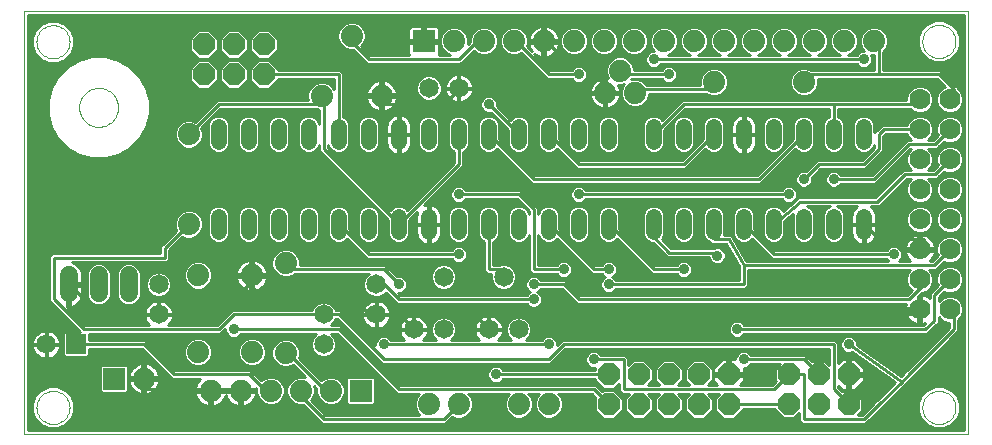
<source format=gbl>
G75*
%MOIN*%
%OFA0B0*%
%FSLAX24Y24*%
%IPPOS*%
%LPD*%
%AMOC8*
5,1,8,0,0,1.08239X$1,22.5*
%
%ADD10C,0.0000*%
%ADD11C,0.0520*%
%ADD12R,0.0740X0.0740*%
%ADD13C,0.0740*%
%ADD14C,0.0650*%
%ADD15C,0.0700*%
%ADD16R,0.0650X0.0650*%
%ADD17OC8,0.0720*%
%ADD18C,0.0600*%
%ADD19OC8,0.0740*%
%ADD20C,0.0100*%
%ADD21C,0.0360*%
%ADD22C,0.0356*%
D10*
X001150Y000844D02*
X001150Y014964D01*
X032642Y014964D01*
X032642Y000844D01*
X001150Y000844D01*
X001579Y001744D02*
X001581Y001791D01*
X001587Y001837D01*
X001597Y001883D01*
X001610Y001928D01*
X001628Y001971D01*
X001649Y002013D01*
X001673Y002053D01*
X001701Y002090D01*
X001732Y002125D01*
X001766Y002158D01*
X001802Y002187D01*
X001841Y002213D01*
X001882Y002236D01*
X001925Y002255D01*
X001969Y002271D01*
X002014Y002283D01*
X002060Y002291D01*
X002107Y002295D01*
X002153Y002295D01*
X002200Y002291D01*
X002246Y002283D01*
X002291Y002271D01*
X002335Y002255D01*
X002378Y002236D01*
X002419Y002213D01*
X002458Y002187D01*
X002494Y002158D01*
X002528Y002125D01*
X002559Y002090D01*
X002587Y002053D01*
X002611Y002013D01*
X002632Y001971D01*
X002650Y001928D01*
X002663Y001883D01*
X002673Y001837D01*
X002679Y001791D01*
X002681Y001744D01*
X002679Y001697D01*
X002673Y001651D01*
X002663Y001605D01*
X002650Y001560D01*
X002632Y001517D01*
X002611Y001475D01*
X002587Y001435D01*
X002559Y001398D01*
X002528Y001363D01*
X002494Y001330D01*
X002458Y001301D01*
X002419Y001275D01*
X002378Y001252D01*
X002335Y001233D01*
X002291Y001217D01*
X002246Y001205D01*
X002200Y001197D01*
X002153Y001193D01*
X002107Y001193D01*
X002060Y001197D01*
X002014Y001205D01*
X001969Y001217D01*
X001925Y001233D01*
X001882Y001252D01*
X001841Y001275D01*
X001802Y001301D01*
X001766Y001330D01*
X001732Y001363D01*
X001701Y001398D01*
X001673Y001435D01*
X001649Y001475D01*
X001628Y001517D01*
X001610Y001560D01*
X001597Y001605D01*
X001587Y001651D01*
X001581Y001697D01*
X001579Y001744D01*
X003000Y011744D02*
X003002Y011794D01*
X003008Y011844D01*
X003018Y011894D01*
X003031Y011942D01*
X003048Y011990D01*
X003069Y012036D01*
X003093Y012080D01*
X003121Y012122D01*
X003152Y012162D01*
X003186Y012199D01*
X003223Y012234D01*
X003262Y012265D01*
X003303Y012294D01*
X003347Y012319D01*
X003393Y012341D01*
X003440Y012359D01*
X003488Y012373D01*
X003537Y012384D01*
X003587Y012391D01*
X003637Y012394D01*
X003688Y012393D01*
X003738Y012388D01*
X003788Y012379D01*
X003836Y012367D01*
X003884Y012350D01*
X003930Y012330D01*
X003975Y012307D01*
X004018Y012280D01*
X004058Y012250D01*
X004096Y012217D01*
X004131Y012181D01*
X004164Y012142D01*
X004193Y012101D01*
X004219Y012058D01*
X004242Y012013D01*
X004261Y011966D01*
X004276Y011918D01*
X004288Y011869D01*
X004296Y011819D01*
X004300Y011769D01*
X004300Y011719D01*
X004296Y011669D01*
X004288Y011619D01*
X004276Y011570D01*
X004261Y011522D01*
X004242Y011475D01*
X004219Y011430D01*
X004193Y011387D01*
X004164Y011346D01*
X004131Y011307D01*
X004096Y011271D01*
X004058Y011238D01*
X004018Y011208D01*
X003975Y011181D01*
X003930Y011158D01*
X003884Y011138D01*
X003836Y011121D01*
X003788Y011109D01*
X003738Y011100D01*
X003688Y011095D01*
X003637Y011094D01*
X003587Y011097D01*
X003537Y011104D01*
X003488Y011115D01*
X003440Y011129D01*
X003393Y011147D01*
X003347Y011169D01*
X003303Y011194D01*
X003262Y011223D01*
X003223Y011254D01*
X003186Y011289D01*
X003152Y011326D01*
X003121Y011366D01*
X003093Y011408D01*
X003069Y011452D01*
X003048Y011498D01*
X003031Y011546D01*
X003018Y011594D01*
X003008Y011644D01*
X003002Y011694D01*
X003000Y011744D01*
X001579Y013934D02*
X001581Y013981D01*
X001587Y014027D01*
X001597Y014073D01*
X001610Y014118D01*
X001628Y014161D01*
X001649Y014203D01*
X001673Y014243D01*
X001701Y014280D01*
X001732Y014315D01*
X001766Y014348D01*
X001802Y014377D01*
X001841Y014403D01*
X001882Y014426D01*
X001925Y014445D01*
X001969Y014461D01*
X002014Y014473D01*
X002060Y014481D01*
X002107Y014485D01*
X002153Y014485D01*
X002200Y014481D01*
X002246Y014473D01*
X002291Y014461D01*
X002335Y014445D01*
X002378Y014426D01*
X002419Y014403D01*
X002458Y014377D01*
X002494Y014348D01*
X002528Y014315D01*
X002559Y014280D01*
X002587Y014243D01*
X002611Y014203D01*
X002632Y014161D01*
X002650Y014118D01*
X002663Y014073D01*
X002673Y014027D01*
X002679Y013981D01*
X002681Y013934D01*
X002679Y013887D01*
X002673Y013841D01*
X002663Y013795D01*
X002650Y013750D01*
X002632Y013707D01*
X002611Y013665D01*
X002587Y013625D01*
X002559Y013588D01*
X002528Y013553D01*
X002494Y013520D01*
X002458Y013491D01*
X002419Y013465D01*
X002378Y013442D01*
X002335Y013423D01*
X002291Y013407D01*
X002246Y013395D01*
X002200Y013387D01*
X002153Y013383D01*
X002107Y013383D01*
X002060Y013387D01*
X002014Y013395D01*
X001969Y013407D01*
X001925Y013423D01*
X001882Y013442D01*
X001841Y013465D01*
X001802Y013491D01*
X001766Y013520D01*
X001732Y013553D01*
X001701Y013588D01*
X001673Y013625D01*
X001649Y013665D01*
X001628Y013707D01*
X001610Y013750D01*
X001597Y013795D01*
X001587Y013841D01*
X001581Y013887D01*
X001579Y013934D01*
X031109Y013944D02*
X031111Y013991D01*
X031117Y014037D01*
X031127Y014083D01*
X031140Y014128D01*
X031158Y014171D01*
X031179Y014213D01*
X031203Y014253D01*
X031231Y014290D01*
X031262Y014325D01*
X031296Y014358D01*
X031332Y014387D01*
X031371Y014413D01*
X031412Y014436D01*
X031455Y014455D01*
X031499Y014471D01*
X031544Y014483D01*
X031590Y014491D01*
X031637Y014495D01*
X031683Y014495D01*
X031730Y014491D01*
X031776Y014483D01*
X031821Y014471D01*
X031865Y014455D01*
X031908Y014436D01*
X031949Y014413D01*
X031988Y014387D01*
X032024Y014358D01*
X032058Y014325D01*
X032089Y014290D01*
X032117Y014253D01*
X032141Y014213D01*
X032162Y014171D01*
X032180Y014128D01*
X032193Y014083D01*
X032203Y014037D01*
X032209Y013991D01*
X032211Y013944D01*
X032209Y013897D01*
X032203Y013851D01*
X032193Y013805D01*
X032180Y013760D01*
X032162Y013717D01*
X032141Y013675D01*
X032117Y013635D01*
X032089Y013598D01*
X032058Y013563D01*
X032024Y013530D01*
X031988Y013501D01*
X031949Y013475D01*
X031908Y013452D01*
X031865Y013433D01*
X031821Y013417D01*
X031776Y013405D01*
X031730Y013397D01*
X031683Y013393D01*
X031637Y013393D01*
X031590Y013397D01*
X031544Y013405D01*
X031499Y013417D01*
X031455Y013433D01*
X031412Y013452D01*
X031371Y013475D01*
X031332Y013501D01*
X031296Y013530D01*
X031262Y013563D01*
X031231Y013598D01*
X031203Y013635D01*
X031179Y013675D01*
X031158Y013717D01*
X031140Y013760D01*
X031127Y013805D01*
X031117Y013851D01*
X031111Y013897D01*
X031109Y013944D01*
X031109Y001744D02*
X031111Y001791D01*
X031117Y001837D01*
X031127Y001883D01*
X031140Y001928D01*
X031158Y001971D01*
X031179Y002013D01*
X031203Y002053D01*
X031231Y002090D01*
X031262Y002125D01*
X031296Y002158D01*
X031332Y002187D01*
X031371Y002213D01*
X031412Y002236D01*
X031455Y002255D01*
X031499Y002271D01*
X031544Y002283D01*
X031590Y002291D01*
X031637Y002295D01*
X031683Y002295D01*
X031730Y002291D01*
X031776Y002283D01*
X031821Y002271D01*
X031865Y002255D01*
X031908Y002236D01*
X031949Y002213D01*
X031988Y002187D01*
X032024Y002158D01*
X032058Y002125D01*
X032089Y002090D01*
X032117Y002053D01*
X032141Y002013D01*
X032162Y001971D01*
X032180Y001928D01*
X032193Y001883D01*
X032203Y001837D01*
X032209Y001791D01*
X032211Y001744D01*
X032209Y001697D01*
X032203Y001651D01*
X032193Y001605D01*
X032180Y001560D01*
X032162Y001517D01*
X032141Y001475D01*
X032117Y001435D01*
X032089Y001398D01*
X032058Y001363D01*
X032024Y001330D01*
X031988Y001301D01*
X031949Y001275D01*
X031908Y001252D01*
X031865Y001233D01*
X031821Y001217D01*
X031776Y001205D01*
X031730Y001197D01*
X031683Y001193D01*
X031637Y001193D01*
X031590Y001197D01*
X031544Y001205D01*
X031499Y001217D01*
X031455Y001233D01*
X031412Y001252D01*
X031371Y001275D01*
X031332Y001301D01*
X031296Y001330D01*
X031262Y001363D01*
X031231Y001398D01*
X031203Y001435D01*
X031179Y001475D01*
X031158Y001517D01*
X031140Y001560D01*
X031127Y001605D01*
X031117Y001651D01*
X031111Y001697D01*
X031109Y001744D01*
D11*
X029150Y007584D02*
X029150Y008104D01*
X028150Y008104D02*
X028150Y007584D01*
X027150Y007584D02*
X027150Y008104D01*
X026150Y008104D02*
X026150Y007584D01*
X025150Y007584D02*
X025150Y008104D01*
X024150Y008104D02*
X024150Y007584D01*
X023150Y007584D02*
X023150Y008104D01*
X022150Y008104D02*
X022150Y007584D01*
X020650Y007584D02*
X020650Y008104D01*
X019650Y008104D02*
X019650Y007584D01*
X018650Y007584D02*
X018650Y008104D01*
X017650Y008104D02*
X017650Y007584D01*
X016650Y007584D02*
X016650Y008104D01*
X015650Y008104D02*
X015650Y007584D01*
X014650Y007584D02*
X014650Y008104D01*
X013650Y008104D02*
X013650Y007584D01*
X012650Y007584D02*
X012650Y008104D01*
X011650Y008104D02*
X011650Y007584D01*
X010650Y007584D02*
X010650Y008104D01*
X009650Y008104D02*
X009650Y007584D01*
X008650Y007584D02*
X008650Y008104D01*
X007650Y008104D02*
X007650Y007584D01*
X007650Y010584D02*
X007650Y011104D01*
X008650Y011104D02*
X008650Y010584D01*
X009650Y010584D02*
X009650Y011104D01*
X010650Y011104D02*
X010650Y010584D01*
X011650Y010584D02*
X011650Y011104D01*
X012650Y011104D02*
X012650Y010584D01*
X013650Y010584D02*
X013650Y011104D01*
X014650Y011104D02*
X014650Y010584D01*
X015650Y010584D02*
X015650Y011104D01*
X016650Y011104D02*
X016650Y010584D01*
X017650Y010584D02*
X017650Y011104D01*
X018650Y011104D02*
X018650Y010584D01*
X019650Y010584D02*
X019650Y011104D01*
X020650Y011104D02*
X020650Y010584D01*
X022150Y010584D02*
X022150Y011104D01*
X023150Y011104D02*
X023150Y010584D01*
X024150Y010584D02*
X024150Y011104D01*
X025150Y011104D02*
X025150Y010584D01*
X026150Y010584D02*
X026150Y011104D01*
X027150Y011104D02*
X027150Y010584D01*
X028150Y010584D02*
X028150Y011104D01*
X029150Y011104D02*
X029150Y010584D01*
D12*
X014492Y013946D03*
X004160Y002704D03*
X012380Y002304D03*
D13*
X011380Y002304D03*
X010380Y002304D03*
X009380Y002304D03*
X008380Y002304D03*
X007380Y002304D03*
X005160Y002704D03*
X006970Y003584D03*
X008750Y003584D03*
X009880Y003554D03*
X014650Y001844D03*
X015650Y001844D03*
X017650Y001844D03*
X018650Y001844D03*
X008750Y006144D03*
X009880Y006554D03*
X006970Y006144D03*
X006650Y007844D03*
X006650Y010844D03*
X011080Y012134D03*
X013080Y012134D03*
X015492Y013946D03*
X016492Y013946D03*
X017492Y013946D03*
X018492Y013946D03*
X019492Y013946D03*
X020492Y013946D03*
X021492Y013946D03*
X022492Y013946D03*
X023492Y013946D03*
X024492Y013946D03*
X025492Y013946D03*
X026492Y013946D03*
X027492Y013946D03*
X028492Y013946D03*
X029492Y013946D03*
X027150Y012594D03*
X024150Y012594D03*
X021530Y012224D03*
X020530Y012224D03*
X021030Y012974D03*
X012080Y014134D03*
D14*
X014660Y012384D03*
X015660Y012384D03*
X015150Y006094D03*
X017150Y006094D03*
X012900Y005844D03*
X012900Y004844D03*
X014150Y004344D03*
X015150Y004344D03*
X016650Y004344D03*
X017650Y004344D03*
X011150Y003844D03*
X011150Y004844D03*
X005650Y004844D03*
X005650Y005844D03*
X001900Y003844D03*
D15*
X031026Y005014D03*
X032026Y005014D03*
X032026Y006014D03*
X031026Y006014D03*
X031026Y007014D03*
X032026Y007014D03*
X032026Y008014D03*
X031026Y008014D03*
X031026Y009014D03*
X032026Y009014D03*
X032026Y010014D03*
X031026Y010014D03*
X031026Y011014D03*
X032026Y011014D03*
X032026Y012014D03*
X031026Y012014D03*
D16*
X002900Y003844D03*
D17*
X026650Y002844D03*
X027650Y002844D03*
X028650Y002844D03*
X028650Y001844D03*
X027650Y001844D03*
X026650Y001844D03*
D18*
X004650Y005544D02*
X004650Y006144D01*
X003650Y006144D02*
X003650Y005544D01*
X002650Y005544D02*
X002650Y006144D01*
D19*
X007150Y012844D03*
X008150Y012844D03*
X009150Y012844D03*
X009150Y013844D03*
X008150Y013844D03*
X007150Y013844D03*
X020650Y002844D03*
X021650Y002844D03*
X022650Y002844D03*
X023650Y002844D03*
X024650Y002844D03*
X024650Y001844D03*
X023650Y001844D03*
X022650Y001844D03*
X021650Y001844D03*
X020650Y001844D03*
D20*
X020150Y002344D01*
X013650Y002344D01*
X011650Y004344D01*
X008150Y004344D01*
X007870Y004352D02*
X007870Y004288D01*
X007913Y004185D01*
X007991Y004107D01*
X008094Y004064D01*
X008206Y004064D01*
X008309Y004107D01*
X008387Y004185D01*
X008391Y004194D01*
X010899Y004194D01*
X010790Y004085D01*
X010725Y003929D01*
X010725Y003759D01*
X010790Y003603D01*
X010909Y003484D01*
X011065Y003419D01*
X011235Y003419D01*
X011391Y003484D01*
X011510Y003603D01*
X011575Y003759D01*
X011575Y003929D01*
X011510Y004085D01*
X011401Y004194D01*
X011588Y004194D01*
X013500Y002282D01*
X013588Y002194D01*
X014335Y002194D01*
X014252Y002110D01*
X014180Y001938D01*
X014180Y001751D01*
X014252Y001578D01*
X014335Y001494D01*
X011212Y001494D01*
X010723Y001983D01*
X010778Y002038D01*
X010850Y002211D01*
X010850Y002398D01*
X010826Y002456D01*
X010910Y002372D01*
X010910Y002211D01*
X010982Y002038D01*
X011114Y001906D01*
X011287Y001834D01*
X011473Y001834D01*
X011646Y001906D01*
X011778Y002038D01*
X011850Y002211D01*
X011850Y002398D01*
X011778Y002570D01*
X011646Y002702D01*
X011473Y002774D01*
X011287Y002774D01*
X011114Y002702D01*
X011059Y002647D01*
X010319Y003387D01*
X010350Y003461D01*
X010350Y003648D01*
X010278Y003820D01*
X010146Y003952D01*
X009973Y004024D01*
X009787Y004024D01*
X009614Y003952D01*
X009482Y003820D01*
X009410Y003648D01*
X009410Y003461D01*
X009482Y003288D01*
X009614Y003156D01*
X009787Y003084D01*
X009973Y003084D01*
X010132Y003150D01*
X010532Y002750D01*
X010473Y002774D01*
X010287Y002774D01*
X010114Y002702D01*
X009982Y002570D01*
X009910Y002398D01*
X009910Y002211D01*
X009982Y002038D01*
X010114Y001906D01*
X010287Y001834D01*
X010448Y001834D01*
X011088Y001194D01*
X015212Y001194D01*
X015300Y001282D01*
X015440Y001422D01*
X015557Y001374D01*
X015743Y001374D01*
X015916Y001446D01*
X016048Y001578D01*
X016120Y001751D01*
X016120Y001938D01*
X016048Y002110D01*
X015965Y002194D01*
X017335Y002194D01*
X017252Y002110D01*
X017180Y001938D01*
X017180Y001751D01*
X017252Y001578D01*
X017384Y001446D01*
X017557Y001374D01*
X017743Y001374D01*
X017916Y001446D01*
X018048Y001578D01*
X018120Y001751D01*
X018120Y001938D01*
X018048Y002110D01*
X017965Y002194D01*
X018335Y002194D01*
X018252Y002110D01*
X018180Y001938D01*
X018180Y001751D01*
X018252Y001578D01*
X018384Y001446D01*
X018557Y001374D01*
X018743Y001374D01*
X018916Y001446D01*
X019048Y001578D01*
X019120Y001751D01*
X019120Y001938D01*
X019048Y002110D01*
X018965Y002194D01*
X020088Y002194D01*
X020212Y002070D01*
X020180Y002039D01*
X020180Y001649D01*
X020455Y001374D01*
X020845Y001374D01*
X021120Y001649D01*
X021120Y002039D01*
X020845Y002314D01*
X020455Y002314D01*
X020424Y002282D01*
X020212Y002494D01*
X013712Y002494D01*
X011712Y004494D01*
X011401Y004494D01*
X011510Y004603D01*
X011548Y004694D01*
X011588Y004694D01*
X013088Y003194D01*
X018712Y003194D01*
X018800Y003282D01*
X019212Y003694D01*
X028000Y003694D01*
X028000Y003145D01*
X027841Y003304D01*
X027459Y003304D01*
X027431Y003275D01*
X027300Y003406D01*
X027212Y003494D01*
X025391Y003494D01*
X025387Y003503D01*
X025309Y003581D01*
X025206Y003624D01*
X025094Y003624D01*
X024991Y003581D01*
X024913Y003503D01*
X024870Y003400D01*
X024870Y003359D01*
X024865Y003364D01*
X024700Y003364D01*
X024700Y002894D01*
X025170Y002894D01*
X025170Y003059D01*
X025165Y003064D01*
X025206Y003064D01*
X025309Y003107D01*
X025387Y003185D01*
X025391Y003194D01*
X026349Y003194D01*
X026190Y003035D01*
X026190Y002653D01*
X026219Y002625D01*
X026088Y002494D01*
X025035Y002494D01*
X025170Y002629D01*
X025170Y002794D01*
X024700Y002794D01*
X024700Y002894D01*
X024600Y002894D01*
X024600Y002794D01*
X024130Y002794D01*
X024130Y002629D01*
X024265Y002494D01*
X023965Y002494D01*
X024120Y002649D01*
X024120Y003039D01*
X023845Y003314D01*
X023455Y003314D01*
X023180Y003039D01*
X023180Y002649D01*
X023335Y002494D01*
X022965Y002494D01*
X023120Y002649D01*
X023120Y003039D01*
X022845Y003314D01*
X022455Y003314D01*
X022180Y003039D01*
X022180Y002649D01*
X022335Y002494D01*
X021965Y002494D01*
X022120Y002649D01*
X022120Y003039D01*
X021845Y003314D01*
X021455Y003314D01*
X021300Y003159D01*
X021300Y003406D01*
X021212Y003494D01*
X020391Y003494D01*
X020387Y003503D01*
X020309Y003581D01*
X020206Y003624D01*
X020094Y003624D01*
X019991Y003581D01*
X019913Y003503D01*
X019870Y003400D01*
X019870Y003288D01*
X019913Y003185D01*
X019991Y003107D01*
X020094Y003064D01*
X020205Y003064D01*
X020180Y003039D01*
X020180Y002994D01*
X017131Y002994D01*
X017127Y003003D01*
X017049Y003081D01*
X016946Y003124D01*
X016834Y003124D01*
X016731Y003081D01*
X016653Y003003D01*
X016610Y002900D01*
X016610Y002788D01*
X016653Y002685D01*
X016731Y002607D01*
X016834Y002564D01*
X016946Y002564D01*
X017049Y002607D01*
X017127Y002685D01*
X017131Y002694D01*
X020180Y002694D01*
X020180Y002649D01*
X020455Y002374D01*
X020845Y002374D01*
X021000Y002529D01*
X021000Y002282D01*
X021088Y002194D01*
X021335Y002194D01*
X021180Y002039D01*
X021180Y001649D01*
X021455Y001374D01*
X021845Y001374D01*
X022120Y001649D01*
X022120Y002039D01*
X021965Y002194D01*
X022335Y002194D01*
X022180Y002039D01*
X022180Y001649D01*
X022455Y001374D01*
X022845Y001374D01*
X023120Y001649D01*
X023120Y002039D01*
X022965Y002194D01*
X023335Y002194D01*
X023180Y002039D01*
X023180Y001649D01*
X023455Y001374D01*
X023845Y001374D01*
X024120Y001649D01*
X024120Y002039D01*
X023965Y002194D01*
X024335Y002194D01*
X024180Y002039D01*
X024180Y001649D01*
X024455Y001374D01*
X024845Y001374D01*
X025120Y001649D01*
X025120Y001694D01*
X026190Y001694D01*
X026190Y001653D01*
X026459Y001384D01*
X026841Y001384D01*
X027000Y001543D01*
X027000Y001282D01*
X027088Y001194D01*
X029212Y001194D01*
X029300Y001282D01*
X029756Y001738D01*
X030483Y002455D01*
X030485Y002455D01*
X030494Y002465D01*
X030507Y002467D01*
X030535Y002507D01*
X030570Y002541D01*
X030570Y002543D01*
X030757Y002739D01*
X032212Y004194D01*
X032300Y004282D01*
X032300Y004652D01*
X032407Y004759D01*
X032476Y004925D01*
X032476Y005104D01*
X032407Y005269D01*
X032280Y005396D01*
X032115Y005464D01*
X031936Y005464D01*
X031771Y005396D01*
X031650Y005275D01*
X031650Y005426D01*
X031831Y005607D01*
X031936Y005564D01*
X032115Y005564D01*
X032280Y005633D01*
X032407Y005759D01*
X032476Y005925D01*
X032476Y006104D01*
X032407Y006269D01*
X032280Y006396D01*
X032115Y006464D01*
X031936Y006464D01*
X031771Y006396D01*
X031644Y006269D01*
X031576Y006104D01*
X031576Y005925D01*
X031619Y005820D01*
X031350Y005551D01*
X031350Y005396D01*
X031288Y005442D01*
X031217Y005477D01*
X031143Y005502D01*
X031074Y005513D01*
X031074Y005062D01*
X030977Y005062D01*
X030977Y004966D01*
X030527Y004966D01*
X030538Y004897D01*
X030562Y004822D01*
X030598Y004752D01*
X030644Y004688D01*
X030700Y004633D01*
X030763Y004586D01*
X030834Y004551D01*
X030908Y004526D01*
X030977Y004515D01*
X030977Y004966D01*
X031074Y004966D01*
X031074Y004515D01*
X031143Y004526D01*
X031198Y004544D01*
X031148Y004494D01*
X025169Y004494D01*
X025166Y004502D01*
X025088Y004580D01*
X024985Y004622D01*
X024875Y004622D01*
X024772Y004580D01*
X024694Y004502D01*
X024652Y004399D01*
X024652Y004289D01*
X024694Y004186D01*
X024772Y004108D01*
X024875Y004066D01*
X024985Y004066D01*
X025088Y004108D01*
X025166Y004186D01*
X025169Y004194D01*
X031272Y004194D01*
X031562Y004484D01*
X031650Y004572D01*
X031650Y004753D01*
X031771Y004633D01*
X031936Y004564D01*
X032000Y004564D01*
X032000Y004406D01*
X030587Y002993D01*
X030585Y002993D01*
X030543Y002949D01*
X030500Y002906D01*
X030500Y002904D01*
X030401Y002801D01*
X028930Y003831D01*
X028930Y003900D01*
X028887Y004003D01*
X028809Y004081D01*
X028706Y004124D01*
X028594Y004124D01*
X028491Y004081D01*
X028413Y004003D01*
X028370Y003900D01*
X028370Y003788D01*
X028413Y003685D01*
X028491Y003607D01*
X028594Y003564D01*
X028706Y003564D01*
X028758Y003586D01*
X030187Y002584D01*
X029588Y001994D01*
X029544Y001950D01*
X029500Y001907D01*
X029500Y001907D01*
X029088Y001494D01*
X028951Y001494D01*
X029110Y001653D01*
X029110Y002035D01*
X028841Y002304D01*
X028459Y002304D01*
X028431Y002275D01*
X028300Y002406D01*
X028300Y002473D01*
X028439Y002334D01*
X028600Y002334D01*
X028600Y002794D01*
X028700Y002794D01*
X028700Y002334D01*
X028861Y002334D01*
X029160Y002633D01*
X029160Y002794D01*
X028700Y002794D01*
X028700Y002894D01*
X029160Y002894D01*
X029160Y003055D01*
X028861Y003354D01*
X028700Y003354D01*
X028700Y002894D01*
X028600Y002894D01*
X028600Y003354D01*
X028439Y003354D01*
X028300Y003215D01*
X028300Y003906D01*
X028212Y003994D01*
X019088Y003994D01*
X018930Y003836D01*
X018930Y003900D01*
X018887Y004003D01*
X018809Y004081D01*
X018706Y004124D01*
X018594Y004124D01*
X018491Y004081D01*
X018413Y004003D01*
X018409Y003994D01*
X017901Y003994D01*
X018010Y004103D01*
X018075Y004259D01*
X018075Y004429D01*
X018010Y004585D01*
X017891Y004704D01*
X017735Y004769D01*
X017565Y004769D01*
X017409Y004704D01*
X017290Y004585D01*
X017225Y004429D01*
X017225Y004259D01*
X017290Y004103D01*
X017399Y003994D01*
X016972Y003994D01*
X017012Y004035D01*
X017056Y004095D01*
X017090Y004162D01*
X017113Y004233D01*
X017125Y004307D01*
X017125Y004325D01*
X016669Y004325D01*
X016669Y004363D01*
X016631Y004363D01*
X016631Y004325D01*
X016175Y004325D01*
X016175Y004307D01*
X016187Y004233D01*
X016210Y004162D01*
X016244Y004095D01*
X016288Y004035D01*
X016328Y003994D01*
X015401Y003994D01*
X015510Y004103D01*
X015575Y004259D01*
X015575Y004429D01*
X015510Y004585D01*
X015391Y004704D01*
X015235Y004769D01*
X015065Y004769D01*
X014909Y004704D01*
X014790Y004585D01*
X014725Y004429D01*
X014725Y004259D01*
X014790Y004103D01*
X014899Y003994D01*
X014472Y003994D01*
X014512Y004035D01*
X014556Y004095D01*
X014590Y004162D01*
X014613Y004233D01*
X014625Y004307D01*
X014625Y004325D01*
X014169Y004325D01*
X014169Y004363D01*
X014131Y004363D01*
X014131Y004325D01*
X013675Y004325D01*
X013675Y004307D01*
X013687Y004233D01*
X013710Y004162D01*
X013744Y004095D01*
X013788Y004035D01*
X013828Y003994D01*
X013391Y003994D01*
X013387Y004003D01*
X013309Y004081D01*
X013206Y004124D01*
X013094Y004124D01*
X012991Y004081D01*
X012913Y004003D01*
X012870Y003900D01*
X012870Y003836D01*
X011800Y004906D01*
X011712Y004994D01*
X011548Y004994D01*
X011510Y005085D01*
X011391Y005204D01*
X011235Y005269D01*
X011065Y005269D01*
X010909Y005204D01*
X010790Y005085D01*
X010752Y004994D01*
X008088Y004994D01*
X007588Y004494D01*
X005972Y004494D01*
X006012Y004535D01*
X006056Y004595D01*
X006090Y004662D01*
X006113Y004733D01*
X006125Y004807D01*
X006125Y004825D01*
X005669Y004825D01*
X005669Y004863D01*
X005631Y004863D01*
X005631Y004825D01*
X005175Y004825D01*
X005175Y004807D01*
X005187Y004733D01*
X005210Y004662D01*
X005244Y004595D01*
X005288Y004535D01*
X005328Y004494D01*
X003212Y004494D01*
X002600Y005106D01*
X002600Y005794D01*
X002700Y005794D01*
X002700Y005096D01*
X002755Y005105D01*
X002823Y005127D01*
X002886Y005159D01*
X002943Y005201D01*
X002993Y005251D01*
X003035Y005308D01*
X003067Y005371D01*
X003089Y005439D01*
X003100Y005509D01*
X003100Y005794D01*
X002700Y005794D01*
X002700Y005894D01*
X003100Y005894D01*
X003100Y006179D01*
X003089Y006249D01*
X003067Y006317D01*
X003035Y006380D01*
X002993Y006437D01*
X002943Y006487D01*
X002886Y006529D01*
X002823Y006561D01*
X002755Y006583D01*
X002749Y006584D01*
X005922Y006584D01*
X006010Y006672D01*
X006010Y006992D01*
X006440Y007422D01*
X006557Y007374D01*
X006743Y007374D01*
X006916Y007446D01*
X007048Y007578D01*
X007120Y007751D01*
X007120Y007938D01*
X007048Y008110D01*
X006916Y008242D01*
X006743Y008314D01*
X006557Y008314D01*
X006384Y008242D01*
X006252Y008110D01*
X006180Y007938D01*
X006180Y007751D01*
X006228Y007634D01*
X005798Y007204D01*
X005710Y007116D01*
X005710Y006884D01*
X002088Y006884D01*
X002000Y006796D01*
X002000Y005282D01*
X002088Y005194D01*
X003013Y004269D01*
X002534Y004269D01*
X002475Y004210D01*
X002475Y003478D01*
X002534Y003419D01*
X003266Y003419D01*
X003325Y003478D01*
X003325Y003694D01*
X005088Y003694D01*
X006088Y002694D01*
X007035Y002694D01*
X006983Y002643D01*
X006935Y002577D01*
X006898Y002504D01*
X006873Y002426D01*
X006861Y002354D01*
X007330Y002354D01*
X007330Y002254D01*
X007430Y002254D01*
X007430Y001785D01*
X007502Y001797D01*
X007580Y001822D01*
X007653Y001859D01*
X007719Y001907D01*
X007777Y001965D01*
X007825Y002031D01*
X007862Y002104D01*
X007880Y002160D01*
X007898Y002104D01*
X007935Y002031D01*
X007983Y001965D01*
X008041Y001907D01*
X008107Y001859D01*
X008180Y001822D01*
X008258Y001797D01*
X008330Y001785D01*
X008330Y002254D01*
X008430Y002254D01*
X008430Y001785D01*
X008502Y001797D01*
X008580Y001822D01*
X008653Y001859D01*
X008719Y001907D01*
X008777Y001965D01*
X008825Y002031D01*
X008862Y002104D01*
X008887Y002182D01*
X008899Y002254D01*
X008430Y002254D01*
X008430Y002354D01*
X008899Y002354D01*
X008893Y002389D01*
X008910Y002372D01*
X008910Y002211D01*
X008982Y002038D01*
X009114Y001906D01*
X009287Y001834D01*
X009473Y001834D01*
X009646Y001906D01*
X009778Y002038D01*
X009850Y002211D01*
X009850Y002398D01*
X009778Y002570D01*
X009646Y002702D01*
X009473Y002774D01*
X009287Y002774D01*
X009114Y002702D01*
X009059Y002647D01*
X008800Y002906D01*
X008712Y002994D01*
X006212Y002994D01*
X005300Y003906D01*
X005212Y003994D01*
X003325Y003994D01*
X003325Y004194D01*
X007712Y004194D01*
X007870Y004352D01*
X007870Y004292D02*
X007810Y004292D01*
X007909Y004193D02*
X003325Y004193D01*
X003325Y004095D02*
X008021Y004095D01*
X008279Y004095D02*
X010799Y004095D01*
X010753Y003996D02*
X010041Y003996D01*
X010201Y003898D02*
X010725Y003898D01*
X010725Y003799D02*
X010287Y003799D01*
X010328Y003701D02*
X010749Y003701D01*
X010791Y003602D02*
X010350Y003602D01*
X010350Y003504D02*
X010889Y003504D01*
X010498Y003208D02*
X012574Y003208D01*
X012672Y003110D02*
X010597Y003110D01*
X010695Y003011D02*
X012771Y003011D01*
X012869Y002913D02*
X010794Y002913D01*
X010892Y002814D02*
X012968Y002814D01*
X013066Y002716D02*
X012850Y002716D01*
X012850Y002715D02*
X012791Y002774D01*
X011969Y002774D01*
X011910Y002715D01*
X011910Y001893D01*
X011969Y001834D01*
X012791Y001834D01*
X012850Y001893D01*
X012850Y002715D01*
X012850Y002617D02*
X013165Y002617D01*
X013263Y002519D02*
X012850Y002519D01*
X012850Y002420D02*
X013362Y002420D01*
X013460Y002322D02*
X012850Y002322D01*
X012850Y002223D02*
X013559Y002223D01*
X014180Y001928D02*
X012850Y001928D01*
X012850Y002026D02*
X014217Y002026D01*
X014266Y002125D02*
X012850Y002125D01*
X013688Y002519D02*
X020311Y002519D01*
X020286Y002420D02*
X020409Y002420D01*
X020385Y002322D02*
X021000Y002322D01*
X021000Y002420D02*
X020891Y002420D01*
X020989Y002519D02*
X021000Y002519D01*
X021150Y002344D02*
X021150Y003344D01*
X020150Y003344D01*
X019903Y003208D02*
X018726Y003208D01*
X018825Y003307D02*
X019870Y003307D01*
X019872Y003405D02*
X018923Y003405D01*
X019022Y003504D02*
X019914Y003504D01*
X020041Y003602D02*
X019120Y003602D01*
X019150Y003844D02*
X018650Y003344D01*
X013150Y003344D01*
X011650Y004844D01*
X011150Y004844D01*
X008150Y004844D01*
X007650Y004344D01*
X003150Y004344D01*
X002150Y005344D01*
X002150Y006734D01*
X005860Y006734D01*
X005860Y007054D01*
X006650Y007844D01*
X007120Y007838D02*
X007290Y007838D01*
X007290Y007936D02*
X007120Y007936D01*
X007080Y008035D02*
X007290Y008035D01*
X007290Y008133D02*
X007026Y008133D01*
X006927Y008232D02*
X007313Y008232D01*
X007290Y008176D02*
X007345Y008308D01*
X007446Y008409D01*
X007578Y008464D01*
X007722Y008464D01*
X007854Y008409D01*
X007955Y008308D01*
X008010Y008176D01*
X008010Y007512D01*
X007955Y007380D01*
X007854Y007279D01*
X007722Y007224D01*
X007578Y007224D01*
X007446Y007279D01*
X007345Y007380D01*
X007290Y007512D01*
X007290Y008176D01*
X007367Y008330D02*
X001300Y008330D01*
X001300Y008232D02*
X006373Y008232D01*
X006274Y008133D02*
X001300Y008133D01*
X001300Y008035D02*
X006220Y008035D01*
X006180Y007936D02*
X001300Y007936D01*
X001300Y007838D02*
X006180Y007838D01*
X006185Y007739D02*
X001300Y007739D01*
X001300Y007641D02*
X006226Y007641D01*
X006136Y007542D02*
X001300Y007542D01*
X001300Y007444D02*
X006037Y007444D01*
X005939Y007345D02*
X001300Y007345D01*
X001300Y007247D02*
X005840Y007247D01*
X005742Y007148D02*
X001300Y007148D01*
X001300Y007050D02*
X005710Y007050D01*
X005710Y006951D02*
X001300Y006951D01*
X001300Y006853D02*
X002056Y006853D01*
X002000Y006754D02*
X001300Y006754D01*
X001300Y006656D02*
X002000Y006656D01*
X002000Y006557D02*
X001300Y006557D01*
X001300Y006459D02*
X002000Y006459D01*
X002000Y006360D02*
X001300Y006360D01*
X001300Y006262D02*
X002000Y006262D01*
X002000Y006163D02*
X001300Y006163D01*
X001300Y006065D02*
X002000Y006065D01*
X002000Y005966D02*
X001300Y005966D01*
X001300Y005868D02*
X002000Y005868D01*
X002000Y005769D02*
X001300Y005769D01*
X001300Y005671D02*
X002000Y005671D01*
X002000Y005572D02*
X001300Y005572D01*
X001300Y005474D02*
X002000Y005474D01*
X002000Y005375D02*
X001300Y005375D01*
X001300Y005277D02*
X002005Y005277D01*
X002088Y005194D02*
X002088Y005194D01*
X002104Y005178D02*
X001300Y005178D01*
X001300Y005080D02*
X002202Y005080D01*
X002301Y004981D02*
X001300Y004981D01*
X001300Y004883D02*
X002399Y004883D01*
X002498Y004784D02*
X001300Y004784D01*
X001300Y004686D02*
X002596Y004686D01*
X002695Y004587D02*
X001300Y004587D01*
X001300Y004489D02*
X002793Y004489D01*
X002892Y004390D02*
X001300Y004390D01*
X001300Y004292D02*
X001740Y004292D01*
X001718Y004284D02*
X001789Y004307D01*
X001863Y004319D01*
X001881Y004319D01*
X001881Y003863D01*
X001881Y003825D01*
X001919Y003825D01*
X001919Y003863D01*
X002375Y003863D01*
X002375Y003881D01*
X002363Y003955D01*
X002340Y004026D01*
X002306Y004093D01*
X002262Y004153D01*
X002209Y004206D01*
X002149Y004250D01*
X002082Y004284D01*
X002011Y004307D01*
X001937Y004319D01*
X001919Y004319D01*
X001919Y003863D01*
X001881Y003863D01*
X001425Y003863D01*
X001425Y003881D01*
X001437Y003955D01*
X001460Y004026D01*
X001494Y004093D01*
X001538Y004153D01*
X001591Y004206D01*
X001651Y004250D01*
X001718Y004284D01*
X001881Y004292D02*
X001919Y004292D01*
X001919Y004193D02*
X001881Y004193D01*
X001881Y004095D02*
X001919Y004095D01*
X001919Y003996D02*
X001881Y003996D01*
X001881Y003898D02*
X001919Y003898D01*
X001919Y003825D02*
X002375Y003825D01*
X002375Y003807D01*
X002363Y003733D01*
X002340Y003662D01*
X002306Y003595D01*
X002262Y003535D01*
X002209Y003482D01*
X002149Y003438D01*
X002082Y003404D01*
X002011Y003381D01*
X001937Y003369D01*
X001919Y003369D01*
X001919Y003825D01*
X001919Y003799D02*
X001881Y003799D01*
X001881Y003825D02*
X001881Y003369D01*
X001863Y003369D01*
X001789Y003381D01*
X001718Y003404D01*
X001651Y003438D01*
X001591Y003482D01*
X001538Y003535D01*
X001494Y003595D01*
X001460Y003662D01*
X001437Y003733D01*
X001425Y003807D01*
X001425Y003825D01*
X001881Y003825D01*
X001881Y003701D02*
X001919Y003701D01*
X001919Y003602D02*
X001881Y003602D01*
X001881Y003504D02*
X001919Y003504D01*
X001919Y003405D02*
X001881Y003405D01*
X001715Y003405D02*
X001300Y003405D01*
X001300Y003307D02*
X005475Y003307D01*
X005377Y003405D02*
X002085Y003405D01*
X002231Y003504D02*
X002475Y003504D01*
X002475Y003602D02*
X002310Y003602D01*
X002353Y003701D02*
X002475Y003701D01*
X002475Y003799D02*
X002374Y003799D01*
X002372Y003898D02*
X002475Y003898D01*
X002475Y003996D02*
X002350Y003996D01*
X002305Y004095D02*
X002475Y004095D01*
X002475Y004193D02*
X002223Y004193D01*
X002060Y004292D02*
X002990Y004292D01*
X003119Y004587D02*
X005250Y004587D01*
X005202Y004686D02*
X003021Y004686D01*
X002922Y004784D02*
X005179Y004784D01*
X005175Y004863D02*
X005631Y004863D01*
X005631Y005319D01*
X005613Y005319D01*
X005539Y005307D01*
X005468Y005284D01*
X005401Y005250D01*
X005341Y005206D01*
X005288Y005153D01*
X005244Y005093D01*
X005210Y005026D01*
X005187Y004955D01*
X005175Y004881D01*
X005175Y004863D01*
X005175Y004883D02*
X002824Y004883D01*
X002725Y004981D02*
X005195Y004981D01*
X005237Y005080D02*
X002627Y005080D01*
X002600Y005178D02*
X002700Y005178D01*
X002700Y005277D02*
X002600Y005277D01*
X002600Y005375D02*
X002700Y005375D01*
X002700Y005474D02*
X002600Y005474D01*
X002600Y005572D02*
X002700Y005572D01*
X002700Y005671D02*
X002600Y005671D01*
X002600Y005769D02*
X002700Y005769D01*
X002650Y005844D02*
X003650Y004844D01*
X005650Y004844D01*
X007650Y004844D01*
X008650Y005844D01*
X008750Y006144D01*
X008800Y006163D02*
X009606Y006163D01*
X009614Y006156D02*
X009787Y006084D01*
X009973Y006084D01*
X010146Y006156D01*
X010185Y006194D01*
X012649Y006194D01*
X012540Y006085D01*
X012475Y005929D01*
X012475Y005759D01*
X012540Y005603D01*
X012659Y005484D01*
X012815Y005419D01*
X012985Y005419D01*
X013141Y005484D01*
X013219Y005562D01*
X013588Y005194D01*
X017909Y005194D01*
X017913Y005185D01*
X017991Y005107D01*
X018094Y005064D01*
X018206Y005064D01*
X018309Y005107D01*
X018387Y005185D01*
X018430Y005288D01*
X018430Y005400D01*
X018387Y005503D01*
X018309Y005581D01*
X018278Y005594D01*
X018309Y005607D01*
X018387Y005685D01*
X018391Y005694D01*
X019088Y005694D01*
X019588Y005194D01*
X030558Y005194D01*
X030538Y005131D01*
X030527Y005062D01*
X030977Y005062D01*
X030977Y005459D01*
X031082Y005564D01*
X031115Y005564D01*
X031280Y005633D01*
X031407Y005759D01*
X031476Y005925D01*
X031476Y006104D01*
X031407Y006269D01*
X031342Y006334D01*
X031558Y006334D01*
X031646Y006422D01*
X031831Y006607D01*
X031936Y006564D01*
X032115Y006564D01*
X032280Y006633D01*
X032407Y006759D01*
X032476Y006925D01*
X032476Y007104D01*
X032407Y007269D01*
X032280Y007396D01*
X032115Y007464D01*
X031936Y007464D01*
X031771Y007396D01*
X031644Y007269D01*
X031576Y007104D01*
X031576Y006925D01*
X031619Y006820D01*
X031433Y006634D01*
X031353Y006634D01*
X031407Y006688D01*
X031453Y006752D01*
X031489Y006822D01*
X031513Y006897D01*
X031524Y006966D01*
X031074Y006966D01*
X031074Y007062D01*
X031524Y007062D01*
X031513Y007131D01*
X031489Y007206D01*
X031453Y007276D01*
X031407Y007340D01*
X031351Y007395D01*
X031288Y007442D01*
X031217Y007477D01*
X031143Y007502D01*
X031074Y007513D01*
X031074Y007062D01*
X030977Y007062D01*
X030977Y006966D01*
X030527Y006966D01*
X030538Y006897D01*
X030562Y006822D01*
X030598Y006752D01*
X030644Y006688D01*
X030698Y006634D01*
X030333Y006634D01*
X030386Y006686D01*
X030428Y006789D01*
X030428Y006899D01*
X030386Y007002D01*
X030308Y007080D01*
X030205Y007122D01*
X030095Y007122D01*
X029992Y007080D01*
X029914Y007002D01*
X029911Y006994D01*
X026212Y006994D01*
X025510Y007696D01*
X025510Y008176D01*
X025455Y008308D01*
X025354Y008409D01*
X025222Y008464D01*
X025078Y008464D01*
X024946Y008409D01*
X024845Y008308D01*
X024790Y008176D01*
X024790Y007512D01*
X024845Y007380D01*
X024946Y007279D01*
X025078Y007224D01*
X025222Y007224D01*
X025354Y007279D01*
X025428Y007353D01*
X026088Y006694D01*
X029911Y006694D01*
X029914Y006686D01*
X029967Y006634D01*
X025236Y006634D01*
X024800Y007384D01*
X024800Y007406D01*
X024770Y007436D01*
X024748Y007473D01*
X024727Y007479D01*
X024712Y007494D01*
X024670Y007494D01*
X024628Y007505D01*
X024610Y007494D01*
X024502Y007494D01*
X024510Y007512D01*
X024510Y008176D01*
X024455Y008308D01*
X024354Y008409D01*
X024222Y008464D01*
X024078Y008464D01*
X023946Y008409D01*
X023845Y008308D01*
X023790Y008176D01*
X023790Y007512D01*
X023845Y007380D01*
X023946Y007279D01*
X024043Y007239D01*
X024088Y007194D01*
X024564Y007194D01*
X025000Y006444D01*
X025000Y005994D01*
X020891Y005994D01*
X020887Y006003D01*
X020809Y006081D01*
X020778Y006094D01*
X020809Y006107D01*
X020887Y006185D01*
X020930Y006288D01*
X020930Y006400D01*
X020887Y006503D01*
X020809Y006581D01*
X020706Y006624D01*
X020594Y006624D01*
X020491Y006581D01*
X020413Y006503D01*
X020409Y006494D01*
X020212Y006494D01*
X019010Y007696D01*
X019010Y008176D01*
X018955Y008308D01*
X018854Y008409D01*
X018722Y008464D01*
X018578Y008464D01*
X018446Y008409D01*
X018345Y008308D01*
X018300Y008200D01*
X018300Y008406D01*
X018212Y008494D01*
X017712Y008994D01*
X015891Y008994D01*
X015887Y009003D01*
X015809Y009081D01*
X015706Y009124D01*
X015594Y009124D01*
X015491Y009081D01*
X015413Y009003D01*
X015370Y008900D01*
X015370Y008788D01*
X015413Y008685D01*
X015491Y008607D01*
X015594Y008564D01*
X015706Y008564D01*
X015809Y008607D01*
X015887Y008685D01*
X015891Y008694D01*
X017588Y008694D01*
X018000Y008282D01*
X018000Y008200D01*
X017955Y008308D01*
X017854Y008409D01*
X017722Y008464D01*
X017578Y008464D01*
X017446Y008409D01*
X017345Y008308D01*
X017290Y008176D01*
X017290Y007512D01*
X017345Y007380D01*
X017446Y007279D01*
X017578Y007224D01*
X017722Y007224D01*
X017854Y007279D01*
X017955Y007380D01*
X018000Y007488D01*
X018000Y006282D01*
X018088Y006194D01*
X018909Y006194D01*
X018913Y006185D01*
X018991Y006107D01*
X019094Y006064D01*
X019206Y006064D01*
X019309Y006107D01*
X019387Y006185D01*
X019430Y006288D01*
X019430Y006400D01*
X019387Y006503D01*
X019309Y006581D01*
X019206Y006624D01*
X019094Y006624D01*
X018991Y006581D01*
X018913Y006503D01*
X018909Y006494D01*
X018300Y006494D01*
X018300Y007488D01*
X018345Y007380D01*
X018446Y007279D01*
X018578Y007224D01*
X018722Y007224D01*
X018854Y007279D01*
X018928Y007353D01*
X020000Y006282D01*
X020088Y006194D01*
X020409Y006194D01*
X020413Y006185D01*
X020491Y006107D01*
X020522Y006094D01*
X020491Y006081D01*
X020413Y006003D01*
X020370Y005900D01*
X020370Y005788D01*
X020413Y005685D01*
X020491Y005607D01*
X020594Y005564D01*
X020706Y005564D01*
X020809Y005607D01*
X020887Y005685D01*
X020891Y005694D01*
X025212Y005694D01*
X025300Y005782D01*
X025300Y006334D01*
X030709Y006334D01*
X030644Y006269D01*
X030576Y006104D01*
X030576Y005925D01*
X030644Y005759D01*
X030748Y005655D01*
X030588Y005494D01*
X019712Y005494D01*
X019300Y005906D01*
X019212Y005994D01*
X018391Y005994D01*
X018387Y006003D01*
X018309Y006081D01*
X018206Y006124D01*
X018094Y006124D01*
X017991Y006081D01*
X017913Y006003D01*
X017870Y005900D01*
X017870Y005788D01*
X017913Y005685D01*
X017991Y005607D01*
X018022Y005594D01*
X017991Y005581D01*
X017913Y005503D01*
X017909Y005494D01*
X013712Y005494D01*
X013642Y005564D01*
X013706Y005564D01*
X013809Y005607D01*
X013887Y005685D01*
X013930Y005788D01*
X013930Y005900D01*
X013887Y006003D01*
X013809Y006081D01*
X013706Y006124D01*
X013594Y006124D01*
X013586Y006120D01*
X013300Y006406D01*
X013212Y006494D01*
X010350Y006494D01*
X010350Y006648D01*
X010278Y006820D01*
X010146Y006952D01*
X009973Y007024D01*
X009787Y007024D01*
X009614Y006952D01*
X009482Y006820D01*
X009410Y006648D01*
X009410Y006461D01*
X009482Y006288D01*
X009614Y006156D01*
X009508Y006262D02*
X009258Y006262D01*
X009257Y006266D02*
X009232Y006344D01*
X009195Y006417D01*
X009147Y006483D01*
X009089Y006541D01*
X009023Y006589D01*
X008950Y006626D01*
X008872Y006651D01*
X008800Y006663D01*
X008800Y006194D01*
X009269Y006194D01*
X009257Y006266D01*
X009224Y006360D02*
X009452Y006360D01*
X009411Y006459D02*
X009164Y006459D01*
X009066Y006557D02*
X009410Y006557D01*
X009413Y006656D02*
X008844Y006656D01*
X008800Y006656D02*
X008700Y006656D01*
X008700Y006663D02*
X008628Y006651D01*
X008550Y006626D01*
X008477Y006589D01*
X008411Y006541D01*
X008353Y006483D01*
X008305Y006417D01*
X008268Y006344D01*
X008243Y006266D01*
X008231Y006194D01*
X008700Y006194D01*
X008700Y006094D01*
X008800Y006094D01*
X008800Y005625D01*
X008872Y005637D01*
X008950Y005662D01*
X009023Y005699D01*
X009089Y005747D01*
X009147Y005805D01*
X009195Y005871D01*
X009232Y005944D01*
X009257Y006022D01*
X009269Y006094D01*
X008800Y006094D01*
X008800Y006194D01*
X008700Y006194D01*
X008700Y006663D01*
X008656Y006656D02*
X005994Y006656D01*
X006010Y006754D02*
X009454Y006754D01*
X009514Y006853D02*
X006010Y006853D01*
X006010Y006951D02*
X009612Y006951D01*
X010148Y006951D02*
X012331Y006951D01*
X012429Y006853D02*
X010246Y006853D01*
X010306Y006754D02*
X012528Y006754D01*
X012500Y006782D02*
X012588Y006694D01*
X015409Y006694D01*
X015413Y006685D01*
X015491Y006607D01*
X015594Y006564D01*
X015706Y006564D01*
X015809Y006607D01*
X015887Y006685D01*
X015930Y006788D01*
X015930Y006900D01*
X015887Y007003D01*
X015809Y007081D01*
X015706Y007124D01*
X015594Y007124D01*
X015491Y007081D01*
X015413Y007003D01*
X015409Y006994D01*
X012712Y006994D01*
X012010Y007696D01*
X012010Y008176D01*
X011955Y008308D01*
X011854Y008409D01*
X011722Y008464D01*
X011578Y008464D01*
X011446Y008409D01*
X011345Y008308D01*
X011290Y008176D01*
X011290Y007512D01*
X011345Y007380D01*
X011446Y007279D01*
X011578Y007224D01*
X011722Y007224D01*
X011854Y007279D01*
X011928Y007353D01*
X012500Y006782D01*
X012500Y006782D01*
X012650Y006844D02*
X015650Y006844D01*
X015909Y006951D02*
X016500Y006951D01*
X016500Y006853D02*
X015930Y006853D01*
X015916Y006754D02*
X016500Y006754D01*
X016500Y006656D02*
X015857Y006656D01*
X015443Y006656D02*
X010347Y006656D01*
X010350Y006557D02*
X016500Y006557D01*
X016500Y006459D02*
X015381Y006459D01*
X015391Y006454D02*
X015235Y006519D01*
X015065Y006519D01*
X014909Y006454D01*
X014790Y006335D01*
X014725Y006179D01*
X014725Y006009D01*
X014790Y005853D01*
X014909Y005734D01*
X015065Y005669D01*
X015235Y005669D01*
X015391Y005734D01*
X015510Y005853D01*
X015575Y006009D01*
X015575Y006179D01*
X015510Y006335D01*
X015391Y006454D01*
X015485Y006360D02*
X016500Y006360D01*
X016500Y006282D02*
X016588Y006194D01*
X016731Y006194D01*
X016725Y006179D01*
X016725Y006009D01*
X016790Y005853D01*
X016909Y005734D01*
X017065Y005669D01*
X017235Y005669D01*
X017391Y005734D01*
X017510Y005853D01*
X017575Y006009D01*
X017575Y006179D01*
X017510Y006335D01*
X017391Y006454D01*
X017235Y006519D01*
X017065Y006519D01*
X017005Y006494D01*
X016800Y006494D01*
X016800Y007256D01*
X016854Y007279D01*
X016955Y007380D01*
X017010Y007512D01*
X017010Y008176D01*
X016955Y008308D01*
X016854Y008409D01*
X016722Y008464D01*
X016578Y008464D01*
X016446Y008409D01*
X016345Y008308D01*
X016290Y008176D01*
X016290Y007512D01*
X016345Y007380D01*
X016446Y007279D01*
X016500Y007256D01*
X016500Y006282D01*
X016520Y006262D02*
X015541Y006262D01*
X015575Y006163D02*
X016725Y006163D01*
X016725Y006065D02*
X015575Y006065D01*
X015557Y005966D02*
X016743Y005966D01*
X016784Y005868D02*
X015516Y005868D01*
X015426Y005769D02*
X016874Y005769D01*
X017062Y005671D02*
X015238Y005671D01*
X015062Y005671D02*
X013872Y005671D01*
X013922Y005769D02*
X014874Y005769D01*
X014784Y005868D02*
X013930Y005868D01*
X013903Y005966D02*
X014743Y005966D01*
X014725Y006065D02*
X013825Y006065D01*
X013650Y005844D02*
X013150Y006344D01*
X010150Y006344D01*
X009880Y006554D01*
X010154Y006163D02*
X012618Y006163D01*
X012531Y006065D02*
X009264Y006065D01*
X009239Y005966D02*
X012491Y005966D01*
X012475Y005868D02*
X009192Y005868D01*
X009110Y005769D02*
X012475Y005769D01*
X012512Y005671D02*
X008966Y005671D01*
X008800Y005671D02*
X008700Y005671D01*
X008700Y005625D02*
X008700Y006094D01*
X008231Y006094D01*
X008243Y006022D01*
X008268Y005944D01*
X008305Y005871D01*
X008353Y005805D01*
X008411Y005747D01*
X008477Y005699D01*
X008550Y005662D01*
X008628Y005637D01*
X008700Y005625D01*
X008700Y005769D02*
X008800Y005769D01*
X008800Y005868D02*
X008700Y005868D01*
X008650Y005844D02*
X009150Y005344D01*
X012150Y005344D01*
X012650Y004844D01*
X012900Y004844D01*
X013650Y004844D01*
X016150Y004844D01*
X025080Y004954D01*
X031150Y004844D01*
X031026Y005014D01*
X030977Y004981D02*
X013355Y004981D01*
X013363Y004955D02*
X013340Y005026D01*
X013306Y005093D01*
X013262Y005153D01*
X013209Y005206D01*
X013149Y005250D01*
X013082Y005284D01*
X013011Y005307D01*
X012937Y005319D01*
X012919Y005319D01*
X012919Y004863D01*
X012881Y004863D01*
X012881Y004825D01*
X012425Y004825D01*
X012425Y004807D01*
X012437Y004733D01*
X012460Y004662D01*
X012494Y004595D01*
X012538Y004535D01*
X012591Y004482D01*
X012651Y004438D01*
X012718Y004404D01*
X012789Y004381D01*
X012863Y004369D01*
X012881Y004369D01*
X012881Y004825D01*
X012919Y004825D01*
X012919Y004863D01*
X013375Y004863D01*
X013375Y004881D01*
X013363Y004955D01*
X013375Y004883D02*
X030543Y004883D01*
X030582Y004784D02*
X016833Y004784D01*
X016832Y004784D02*
X016761Y004807D01*
X016687Y004819D01*
X016669Y004819D01*
X016669Y004363D01*
X017125Y004363D01*
X017125Y004381D01*
X017113Y004455D01*
X017090Y004526D01*
X017056Y004593D01*
X017012Y004653D01*
X016959Y004706D01*
X016899Y004750D01*
X016832Y004784D01*
X016669Y004784D02*
X016631Y004784D01*
X016631Y004819D02*
X016613Y004819D01*
X016539Y004807D01*
X016468Y004784D01*
X016401Y004750D01*
X016341Y004706D01*
X016288Y004653D01*
X016244Y004593D01*
X016210Y004526D01*
X016187Y004455D01*
X016175Y004381D01*
X016175Y004363D01*
X016631Y004363D01*
X016631Y004819D01*
X016631Y004686D02*
X016669Y004686D01*
X016669Y004587D02*
X016631Y004587D01*
X016631Y004489D02*
X016669Y004489D01*
X016669Y004390D02*
X016631Y004390D01*
X016650Y004344D02*
X016150Y004844D01*
X016320Y004686D02*
X015410Y004686D01*
X015508Y004587D02*
X016241Y004587D01*
X016198Y004489D02*
X015550Y004489D01*
X015575Y004390D02*
X016176Y004390D01*
X016177Y004292D02*
X015575Y004292D01*
X015547Y004193D02*
X016200Y004193D01*
X016244Y004095D02*
X015502Y004095D01*
X015403Y003996D02*
X016326Y003996D01*
X016974Y003996D02*
X017397Y003996D01*
X017298Y004095D02*
X017056Y004095D01*
X017100Y004193D02*
X017253Y004193D01*
X017225Y004292D02*
X017123Y004292D01*
X017124Y004390D02*
X017225Y004390D01*
X017250Y004489D02*
X017102Y004489D01*
X017059Y004587D02*
X017292Y004587D01*
X017390Y004686D02*
X016980Y004686D01*
X016467Y004784D02*
X014333Y004784D01*
X014332Y004784D02*
X014261Y004807D01*
X014187Y004819D01*
X014169Y004819D01*
X014169Y004363D01*
X014625Y004363D01*
X014625Y004381D01*
X014613Y004455D01*
X014590Y004526D01*
X014556Y004593D01*
X014512Y004653D01*
X014459Y004706D01*
X014399Y004750D01*
X014332Y004784D01*
X014169Y004784D02*
X014131Y004784D01*
X014131Y004819D02*
X014113Y004819D01*
X014039Y004807D01*
X013968Y004784D01*
X013901Y004750D01*
X013841Y004706D01*
X013788Y004653D01*
X013744Y004593D01*
X013710Y004526D01*
X013687Y004455D01*
X013675Y004381D01*
X013675Y004363D01*
X014131Y004363D01*
X014131Y004819D01*
X014131Y004686D02*
X014169Y004686D01*
X014169Y004587D02*
X014131Y004587D01*
X014131Y004489D02*
X014169Y004489D01*
X014169Y004390D02*
X014131Y004390D01*
X014150Y004344D02*
X013650Y004844D01*
X013820Y004686D02*
X013348Y004686D01*
X013340Y004662D02*
X013363Y004733D01*
X013375Y004807D01*
X013375Y004825D01*
X012919Y004825D01*
X012919Y004369D01*
X012937Y004369D01*
X013011Y004381D01*
X013082Y004404D01*
X013149Y004438D01*
X013209Y004482D01*
X013262Y004535D01*
X013306Y004595D01*
X013340Y004662D01*
X013300Y004587D02*
X013741Y004587D01*
X013698Y004489D02*
X013216Y004489D01*
X013040Y004390D02*
X013676Y004390D01*
X013677Y004292D02*
X012415Y004292D01*
X012316Y004390D02*
X012760Y004390D01*
X012881Y004390D02*
X012919Y004390D01*
X012919Y004489D02*
X012881Y004489D01*
X012881Y004587D02*
X012919Y004587D01*
X012919Y004686D02*
X012881Y004686D01*
X012881Y004784D02*
X012919Y004784D01*
X012881Y004863D02*
X012425Y004863D01*
X012425Y004881D01*
X012437Y004955D01*
X012460Y005026D01*
X012494Y005093D01*
X012538Y005153D01*
X012591Y005206D01*
X012651Y005250D01*
X012718Y005284D01*
X012789Y005307D01*
X012863Y005319D01*
X012881Y005319D01*
X012881Y004863D01*
X012881Y004883D02*
X012919Y004883D01*
X012919Y004981D02*
X012881Y004981D01*
X012881Y005080D02*
X012919Y005080D01*
X012919Y005178D02*
X012881Y005178D01*
X012881Y005277D02*
X012919Y005277D01*
X013097Y005277D02*
X013505Y005277D01*
X013407Y005375D02*
X005013Y005375D01*
X004989Y005317D02*
X005050Y005464D01*
X005050Y006224D01*
X004989Y006371D01*
X004877Y006483D01*
X004730Y006544D01*
X004570Y006544D01*
X004423Y006483D01*
X004311Y006371D01*
X004250Y006224D01*
X004250Y005464D01*
X004311Y005317D01*
X004423Y005205D01*
X004570Y005144D01*
X004730Y005144D01*
X004877Y005205D01*
X004989Y005317D01*
X004948Y005277D02*
X005453Y005277D01*
X005312Y005178D02*
X004812Y005178D01*
X004488Y005178D02*
X003812Y005178D01*
X003877Y005205D02*
X003730Y005144D01*
X003570Y005144D01*
X003423Y005205D01*
X003311Y005317D01*
X003250Y005464D01*
X003250Y006224D01*
X003311Y006371D01*
X003423Y006483D01*
X003570Y006544D01*
X003730Y006544D01*
X003877Y006483D01*
X003989Y006371D01*
X004050Y006224D01*
X004050Y005464D01*
X003989Y005317D01*
X003877Y005205D01*
X003948Y005277D02*
X004352Y005277D01*
X004287Y005375D02*
X004013Y005375D01*
X004050Y005474D02*
X004250Y005474D01*
X004250Y005572D02*
X004050Y005572D01*
X004050Y005671D02*
X004250Y005671D01*
X004250Y005769D02*
X004050Y005769D01*
X004050Y005868D02*
X004250Y005868D01*
X004250Y005966D02*
X004050Y005966D01*
X004050Y006065D02*
X004250Y006065D01*
X004250Y006163D02*
X004050Y006163D01*
X004034Y006262D02*
X004266Y006262D01*
X004307Y006360D02*
X003993Y006360D01*
X003901Y006459D02*
X004399Y006459D01*
X004901Y006459D02*
X006620Y006459D01*
X006572Y006410D02*
X006704Y006542D01*
X006877Y006614D01*
X007063Y006614D01*
X007236Y006542D01*
X007368Y006410D01*
X007440Y006238D01*
X007440Y006051D01*
X007368Y005878D01*
X007236Y005746D01*
X007063Y005674D01*
X006877Y005674D01*
X006704Y005746D01*
X006572Y005878D01*
X006500Y006051D01*
X006500Y006238D01*
X006572Y006410D01*
X006551Y006360D02*
X004993Y006360D01*
X005034Y006262D02*
X005547Y006262D01*
X005565Y006269D02*
X005409Y006204D01*
X005290Y006085D01*
X005225Y005929D01*
X005225Y005759D01*
X005290Y005603D01*
X005409Y005484D01*
X005565Y005419D01*
X005735Y005419D01*
X005891Y005484D01*
X006010Y005603D01*
X006075Y005759D01*
X006075Y005929D01*
X006010Y006085D01*
X005891Y006204D01*
X005735Y006269D01*
X005565Y006269D01*
X005753Y006262D02*
X006510Y006262D01*
X006500Y006163D02*
X005932Y006163D01*
X006019Y006065D02*
X006500Y006065D01*
X006535Y005966D02*
X006059Y005966D01*
X006075Y005868D02*
X006582Y005868D01*
X006680Y005769D02*
X006075Y005769D01*
X006038Y005671D02*
X008534Y005671D01*
X008390Y005769D02*
X007260Y005769D01*
X007358Y005868D02*
X008308Y005868D01*
X008261Y005966D02*
X007405Y005966D01*
X007440Y006065D02*
X008236Y006065D01*
X008700Y006065D02*
X008800Y006065D01*
X008800Y005966D02*
X008700Y005966D01*
X008700Y006163D02*
X007440Y006163D01*
X007430Y006262D02*
X008242Y006262D01*
X008276Y006360D02*
X007389Y006360D01*
X007320Y006459D02*
X008336Y006459D01*
X008434Y006557D02*
X007201Y006557D01*
X006739Y006557D02*
X002831Y006557D01*
X002972Y006459D02*
X003399Y006459D01*
X003307Y006360D02*
X003045Y006360D01*
X003085Y006262D02*
X003266Y006262D01*
X003250Y006163D02*
X003100Y006163D01*
X003100Y006065D02*
X003250Y006065D01*
X003250Y005966D02*
X003100Y005966D01*
X003250Y005868D02*
X002700Y005868D01*
X003100Y005769D02*
X003250Y005769D01*
X003250Y005671D02*
X003100Y005671D01*
X003100Y005572D02*
X003250Y005572D01*
X003250Y005474D02*
X003094Y005474D01*
X003068Y005375D02*
X003287Y005375D01*
X003352Y005277D02*
X003012Y005277D01*
X002912Y005178D02*
X003488Y005178D01*
X005050Y005474D02*
X005434Y005474D01*
X005321Y005572D02*
X005050Y005572D01*
X005050Y005671D02*
X005262Y005671D01*
X005225Y005769D02*
X005050Y005769D01*
X005050Y005868D02*
X005225Y005868D01*
X005241Y005966D02*
X005050Y005966D01*
X005050Y006065D02*
X005281Y006065D01*
X005368Y006163D02*
X005050Y006163D01*
X005866Y005474D02*
X012684Y005474D01*
X012571Y005572D02*
X005979Y005572D01*
X005832Y005284D02*
X005761Y005307D01*
X005687Y005319D01*
X005669Y005319D01*
X005669Y004863D01*
X006125Y004863D01*
X006125Y004881D01*
X006113Y004955D01*
X006090Y005026D01*
X006056Y005093D01*
X006012Y005153D01*
X005959Y005206D01*
X005899Y005250D01*
X005832Y005284D01*
X005847Y005277D02*
X012703Y005277D01*
X012562Y005178D02*
X011417Y005178D01*
X011512Y005080D02*
X012487Y005080D01*
X012445Y004981D02*
X011725Y004981D01*
X011824Y004883D02*
X012425Y004883D01*
X012429Y004784D02*
X011922Y004784D01*
X012021Y004686D02*
X012452Y004686D01*
X012500Y004587D02*
X012119Y004587D01*
X012218Y004489D02*
X012584Y004489D01*
X012513Y004193D02*
X013700Y004193D01*
X013744Y004095D02*
X013277Y004095D01*
X013390Y003996D02*
X013826Y003996D01*
X014474Y003996D02*
X014897Y003996D01*
X014798Y004095D02*
X014556Y004095D01*
X014600Y004193D02*
X014753Y004193D01*
X014725Y004292D02*
X014623Y004292D01*
X014624Y004390D02*
X014725Y004390D01*
X014750Y004489D02*
X014602Y004489D01*
X014559Y004587D02*
X014792Y004587D01*
X014890Y004686D02*
X014480Y004686D01*
X013967Y004784D02*
X013371Y004784D01*
X013313Y005080D02*
X018057Y005080D01*
X017920Y005178D02*
X013238Y005178D01*
X013650Y005344D02*
X013150Y005844D01*
X012900Y005844D01*
X013116Y005474D02*
X013308Y005474D01*
X013650Y005344D02*
X018150Y005344D01*
X018399Y005474D02*
X019308Y005474D01*
X019210Y005572D02*
X018318Y005572D01*
X018372Y005671D02*
X019111Y005671D01*
X019150Y005844D02*
X018150Y005844D01*
X017897Y005966D02*
X017557Y005966D01*
X017575Y006065D02*
X017975Y006065D01*
X017870Y005868D02*
X017516Y005868D01*
X017426Y005769D02*
X017878Y005769D01*
X017928Y005671D02*
X017238Y005671D01*
X017982Y005572D02*
X013725Y005572D01*
X013543Y006163D02*
X014725Y006163D01*
X014759Y006262D02*
X013445Y006262D01*
X013346Y006360D02*
X014815Y006360D01*
X014919Y006459D02*
X013248Y006459D01*
X012650Y006844D02*
X011650Y007844D01*
X012010Y007838D02*
X012290Y007838D01*
X012290Y007936D02*
X012010Y007936D01*
X012010Y008035D02*
X012290Y008035D01*
X012290Y008133D02*
X012010Y008133D01*
X011987Y008232D02*
X012313Y008232D01*
X012290Y008176D02*
X012345Y008308D01*
X012446Y008409D01*
X012578Y008464D01*
X012722Y008464D01*
X012854Y008409D01*
X012955Y008308D01*
X013010Y008176D01*
X013010Y007512D01*
X012955Y007380D01*
X012854Y007279D01*
X012722Y007224D01*
X012578Y007224D01*
X012446Y007279D01*
X012345Y007380D01*
X012290Y007512D01*
X012290Y008176D01*
X012367Y008330D02*
X011933Y008330D01*
X011807Y008429D02*
X012493Y008429D01*
X012656Y008626D02*
X001300Y008626D01*
X001300Y008724D02*
X012558Y008724D01*
X012459Y008823D02*
X001300Y008823D01*
X001300Y008921D02*
X012361Y008921D01*
X012262Y009020D02*
X001300Y009020D01*
X001300Y009118D02*
X012164Y009118D01*
X012065Y009217D02*
X001300Y009217D01*
X001300Y009315D02*
X011967Y009315D01*
X011868Y009414D02*
X001300Y009414D01*
X001300Y009512D02*
X011770Y009512D01*
X011671Y009611D02*
X001300Y009611D01*
X001300Y009709D02*
X011573Y009709D01*
X011474Y009808D02*
X001300Y009808D01*
X001300Y009906D02*
X011376Y009906D01*
X011277Y010005D02*
X001300Y010005D01*
X001300Y010103D02*
X003206Y010103D01*
X002994Y010160D02*
X002606Y010384D01*
X002290Y010700D01*
X002066Y011088D01*
X001300Y011088D01*
X001300Y010990D02*
X002123Y010990D01*
X002066Y011088D02*
X001950Y011520D01*
X001950Y011968D01*
X002066Y012400D01*
X002290Y012788D01*
X002606Y013104D01*
X002994Y013328D01*
X003426Y013444D01*
X003874Y013444D01*
X004306Y013328D01*
X004694Y013104D01*
X005010Y012788D01*
X005234Y012400D01*
X005350Y011968D01*
X005350Y011520D01*
X005234Y011088D01*
X006242Y011088D01*
X006252Y011110D02*
X006180Y010938D01*
X006180Y010751D01*
X006252Y010578D01*
X006384Y010446D01*
X006557Y010374D01*
X006743Y010374D01*
X006916Y010446D01*
X007048Y010578D01*
X007120Y010751D01*
X007120Y010938D01*
X007072Y011054D01*
X007712Y011694D01*
X010914Y011694D01*
X010987Y011664D01*
X011000Y011664D01*
X011000Y011200D01*
X010955Y011308D01*
X010854Y011409D01*
X010722Y011464D01*
X010578Y011464D01*
X010446Y011409D01*
X010345Y011308D01*
X010290Y011176D01*
X010290Y010512D01*
X010345Y010380D01*
X010446Y010279D01*
X010578Y010224D01*
X010722Y010224D01*
X010854Y010279D01*
X010955Y010380D01*
X011000Y010488D01*
X011000Y010282D01*
X011088Y010194D01*
X013290Y007992D01*
X013290Y007512D01*
X013345Y007380D01*
X013446Y007279D01*
X013578Y007224D01*
X013722Y007224D01*
X013854Y007279D01*
X013955Y007380D01*
X014010Y007512D01*
X014010Y007992D01*
X014265Y008247D01*
X014250Y008200D01*
X014240Y008136D01*
X014240Y007874D01*
X014620Y007874D01*
X014620Y007814D01*
X014680Y007814D01*
X014680Y007174D01*
X014682Y007174D01*
X014746Y007184D01*
X014807Y007204D01*
X014865Y007233D01*
X014917Y007271D01*
X014963Y007317D01*
X015001Y007369D01*
X015030Y007427D01*
X015050Y007488D01*
X015060Y007552D01*
X015060Y007814D01*
X014680Y007814D01*
X014680Y007874D01*
X015060Y007874D01*
X015060Y008136D01*
X015050Y008200D01*
X015030Y008261D01*
X015001Y008319D01*
X014963Y008371D01*
X014917Y008417D01*
X014865Y008455D01*
X014807Y008484D01*
X014746Y008504D01*
X014682Y008514D01*
X014680Y008514D01*
X014680Y007874D01*
X014620Y007874D01*
X014620Y008514D01*
X014618Y008514D01*
X014554Y008504D01*
X014507Y008489D01*
X015712Y009694D01*
X015800Y009782D01*
X015800Y010256D01*
X015854Y010279D01*
X015955Y010380D01*
X016010Y010512D01*
X016010Y011176D01*
X015955Y011308D01*
X015854Y011409D01*
X015722Y011464D01*
X015578Y011464D01*
X015446Y011409D01*
X015345Y011308D01*
X015290Y011176D01*
X015290Y010512D01*
X015345Y010380D01*
X015446Y010279D01*
X015500Y010256D01*
X015500Y009906D01*
X011800Y009906D01*
X011702Y010005D02*
X015500Y010005D01*
X015500Y010103D02*
X011603Y010103D01*
X011578Y010224D02*
X011722Y010224D01*
X011854Y010279D01*
X011955Y010380D01*
X012010Y010512D01*
X012010Y011176D01*
X011955Y011308D01*
X011854Y011409D01*
X011800Y011432D01*
X011800Y012906D01*
X011712Y012994D01*
X009620Y012994D01*
X009620Y013039D01*
X009345Y013314D01*
X008955Y013314D01*
X008680Y013039D01*
X008680Y012649D01*
X008955Y012374D01*
X009345Y012374D01*
X009620Y012649D01*
X009620Y012694D01*
X011500Y012694D01*
X011500Y012348D01*
X011478Y012400D01*
X011346Y012532D01*
X011173Y012604D01*
X010987Y012604D01*
X010814Y012532D01*
X010682Y012400D01*
X010610Y012228D01*
X010610Y012041D01*
X010629Y011994D01*
X007588Y011994D01*
X007500Y011906D01*
X006860Y011266D01*
X006743Y011314D01*
X006557Y011314D01*
X006384Y011242D01*
X006252Y011110D01*
X006328Y011187D02*
X005261Y011187D01*
X005287Y011285D02*
X006487Y011285D01*
X006813Y011285D02*
X006879Y011285D01*
X006977Y011384D02*
X005313Y011384D01*
X005340Y011482D02*
X007076Y011482D01*
X007174Y011581D02*
X005350Y011581D01*
X005350Y011679D02*
X007273Y011679D01*
X007371Y011778D02*
X005350Y011778D01*
X005350Y011876D02*
X007470Y011876D01*
X007568Y011975D02*
X005348Y011975D01*
X005322Y012073D02*
X010610Y012073D01*
X010610Y012172D02*
X005295Y012172D01*
X005269Y012270D02*
X010628Y012270D01*
X010668Y012369D02*
X005243Y012369D01*
X005196Y012467D02*
X006862Y012467D01*
X006955Y012374D02*
X006680Y012649D01*
X006680Y013039D01*
X006955Y013314D01*
X007345Y013314D01*
X007620Y013039D01*
X007620Y012649D01*
X007345Y012374D01*
X006955Y012374D01*
X006764Y012566D02*
X005139Y012566D01*
X005082Y012664D02*
X006680Y012664D01*
X006680Y012763D02*
X005025Y012763D01*
X004937Y012861D02*
X006680Y012861D01*
X006680Y012960D02*
X004839Y012960D01*
X004740Y013058D02*
X006699Y013058D01*
X006798Y013157D02*
X004603Y013157D01*
X004433Y013255D02*
X006896Y013255D01*
X006955Y013374D02*
X007345Y013374D01*
X007620Y013649D01*
X007680Y013649D01*
X007955Y013374D01*
X008345Y013374D01*
X008620Y013649D01*
X008680Y013649D01*
X008955Y013374D01*
X009345Y013374D01*
X009620Y013649D01*
X012133Y013649D01*
X012118Y013664D02*
X012500Y013282D01*
X012588Y013194D01*
X015712Y013194D01*
X016146Y013628D01*
X016225Y013548D01*
X016398Y013476D01*
X016585Y013476D01*
X016758Y013548D01*
X016890Y013680D01*
X016962Y013853D01*
X016962Y014040D01*
X016890Y014213D01*
X016758Y014345D01*
X016585Y014416D01*
X016398Y014416D01*
X016225Y014345D01*
X016093Y014213D01*
X016022Y014040D01*
X016022Y013928D01*
X015962Y013868D01*
X015962Y014040D01*
X015890Y014213D01*
X015758Y014345D01*
X015585Y014416D01*
X015398Y014416D01*
X015225Y014345D01*
X015093Y014213D01*
X015022Y014040D01*
X015022Y013853D01*
X015093Y013680D01*
X015225Y013548D01*
X015356Y013494D01*
X014987Y013494D01*
X015001Y013518D01*
X015012Y013557D01*
X015012Y013896D01*
X014542Y013896D01*
X014542Y013996D01*
X015012Y013996D01*
X015012Y014336D01*
X015001Y014374D01*
X014982Y014408D01*
X014954Y014436D01*
X014919Y014456D01*
X014881Y014466D01*
X014542Y014466D01*
X014542Y013996D01*
X014442Y013996D01*
X014442Y013896D01*
X013972Y013896D01*
X013972Y013557D01*
X013982Y013518D01*
X013996Y013494D01*
X012712Y013494D01*
X012408Y013798D01*
X012478Y013868D01*
X012550Y014041D01*
X012550Y014228D01*
X012478Y014400D01*
X012346Y014532D01*
X012173Y014604D01*
X011987Y014604D01*
X011814Y014532D01*
X011682Y014400D01*
X011610Y014228D01*
X011610Y014041D01*
X011682Y013868D01*
X011814Y013736D01*
X011987Y013664D01*
X012118Y013664D01*
X012231Y013551D02*
X009521Y013551D01*
X009423Y013452D02*
X012330Y013452D01*
X012428Y013354D02*
X004211Y013354D01*
X003089Y013354D02*
X002541Y013354D01*
X002527Y013340D02*
X002724Y013537D01*
X002831Y013795D01*
X002831Y014073D01*
X002724Y014331D01*
X002527Y014528D01*
X002269Y014635D01*
X001991Y014635D01*
X001733Y014528D01*
X001536Y014331D01*
X001429Y014073D01*
X001429Y013795D01*
X001536Y013537D01*
X001733Y013340D01*
X001991Y013233D01*
X002269Y013233D01*
X002527Y013340D01*
X002640Y013452D02*
X006877Y013452D01*
X006955Y013374D02*
X006680Y013649D01*
X002771Y013649D01*
X002730Y013551D02*
X006779Y013551D01*
X006680Y013649D02*
X006680Y014039D01*
X006955Y014314D01*
X007345Y014314D01*
X007620Y014039D01*
X007620Y013649D01*
X007680Y013649D02*
X007680Y014039D01*
X007955Y014314D01*
X008345Y014314D01*
X008620Y014039D01*
X008620Y013649D01*
X008680Y013649D02*
X008680Y014039D01*
X008955Y014314D01*
X009345Y014314D01*
X009620Y014039D01*
X009620Y013649D01*
X009620Y013748D02*
X011802Y013748D01*
X011703Y013846D02*
X009620Y013846D01*
X009620Y013945D02*
X011650Y013945D01*
X011610Y014043D02*
X009616Y014043D01*
X009517Y014142D02*
X011610Y014142D01*
X011615Y014240D02*
X009419Y014240D01*
X008881Y014240D02*
X008419Y014240D01*
X008517Y014142D02*
X008783Y014142D01*
X008684Y014043D02*
X008616Y014043D01*
X008620Y013945D02*
X008680Y013945D01*
X008680Y013846D02*
X008620Y013846D01*
X008620Y013748D02*
X008680Y013748D01*
X008779Y013551D02*
X008521Y013551D01*
X008423Y013452D02*
X008877Y013452D01*
X008896Y013255D02*
X008404Y013255D01*
X008345Y013314D02*
X007955Y013314D01*
X007680Y013039D01*
X007680Y012649D01*
X007955Y012374D01*
X008345Y012374D01*
X008620Y012649D01*
X008620Y013039D01*
X008345Y013314D01*
X008502Y013157D02*
X008798Y013157D01*
X008699Y013058D02*
X008601Y013058D01*
X008620Y012960D02*
X008680Y012960D01*
X008680Y012861D02*
X008620Y012861D01*
X008620Y012763D02*
X008680Y012763D01*
X008680Y012664D02*
X008620Y012664D01*
X008536Y012566D02*
X008764Y012566D01*
X008862Y012467D02*
X008438Y012467D01*
X007862Y012467D02*
X007438Y012467D01*
X007536Y012566D02*
X007764Y012566D01*
X007680Y012664D02*
X007620Y012664D01*
X007620Y012763D02*
X007680Y012763D01*
X007680Y012861D02*
X007620Y012861D01*
X007620Y012960D02*
X007680Y012960D01*
X007699Y013058D02*
X007601Y013058D01*
X007502Y013157D02*
X007798Y013157D01*
X007896Y013255D02*
X007404Y013255D01*
X007423Y013452D02*
X007877Y013452D01*
X007779Y013551D02*
X007521Y013551D01*
X007620Y013748D02*
X007680Y013748D01*
X007680Y013846D02*
X007620Y013846D01*
X007620Y013945D02*
X007680Y013945D01*
X007684Y014043D02*
X007616Y014043D01*
X007517Y014142D02*
X007783Y014142D01*
X007881Y014240D02*
X007419Y014240D01*
X006881Y014240D02*
X002762Y014240D01*
X002803Y014142D02*
X006783Y014142D01*
X006684Y014043D02*
X002831Y014043D01*
X002831Y013945D02*
X006680Y013945D01*
X006680Y013846D02*
X002831Y013846D01*
X002812Y013748D02*
X006680Y013748D01*
X009150Y012844D02*
X011650Y012844D01*
X011650Y010844D01*
X012010Y010891D02*
X012290Y010891D01*
X012290Y010793D02*
X012010Y010793D01*
X012010Y010694D02*
X012290Y010694D01*
X012290Y010596D02*
X012010Y010596D01*
X012004Y010497D02*
X012296Y010497D01*
X012290Y010512D02*
X012345Y010380D01*
X012446Y010279D01*
X012578Y010224D01*
X012722Y010224D01*
X012854Y010279D01*
X012955Y010380D01*
X013010Y010512D01*
X013010Y011176D01*
X012955Y011308D01*
X012854Y011409D01*
X012722Y011464D01*
X012578Y011464D01*
X012446Y011409D01*
X012345Y011308D01*
X012290Y011176D01*
X012290Y010512D01*
X012337Y010399D02*
X011963Y010399D01*
X011875Y010300D02*
X012425Y010300D01*
X012875Y010300D02*
X013354Y010300D01*
X013337Y010317D02*
X013383Y010271D01*
X013435Y010233D01*
X013493Y010204D01*
X013554Y010184D01*
X013618Y010174D01*
X013620Y010174D01*
X013620Y010814D01*
X013680Y010814D01*
X013680Y010174D01*
X013682Y010174D01*
X013746Y010184D01*
X013807Y010204D01*
X013865Y010233D01*
X013917Y010271D01*
X013963Y010317D01*
X014001Y010369D01*
X014030Y010427D01*
X014050Y010488D01*
X014060Y010552D01*
X014060Y010814D01*
X013680Y010814D01*
X013680Y010874D01*
X014060Y010874D01*
X014060Y011136D01*
X014050Y011200D01*
X014030Y011261D01*
X014001Y011319D01*
X013963Y011371D01*
X013917Y011417D01*
X013865Y011455D01*
X013807Y011484D01*
X013746Y011504D01*
X013682Y011514D01*
X013680Y011514D01*
X013680Y010874D01*
X013620Y010874D01*
X013620Y010814D01*
X013240Y010814D01*
X013240Y010552D01*
X013250Y010488D01*
X013270Y010427D01*
X013299Y010369D01*
X013337Y010317D01*
X013284Y010399D02*
X012963Y010399D01*
X013004Y010497D02*
X013249Y010497D01*
X013240Y010596D02*
X013010Y010596D01*
X013010Y010694D02*
X013240Y010694D01*
X013240Y010793D02*
X013010Y010793D01*
X013010Y010891D02*
X013240Y010891D01*
X013240Y010874D02*
X013620Y010874D01*
X013620Y011514D01*
X013618Y011514D01*
X013554Y011504D01*
X013493Y011484D01*
X013435Y011455D01*
X013383Y011417D01*
X013337Y011371D01*
X013299Y011319D01*
X013270Y011261D01*
X013250Y011200D01*
X013240Y011136D01*
X013240Y010874D01*
X013240Y010990D02*
X013010Y010990D01*
X013010Y011088D02*
X013240Y011088D01*
X013248Y011187D02*
X013005Y011187D01*
X012965Y011285D02*
X013282Y011285D01*
X013350Y011384D02*
X012880Y011384D01*
X012958Y011627D02*
X012880Y011652D01*
X012807Y011689D01*
X012741Y011737D01*
X012683Y011795D01*
X012635Y011861D01*
X012598Y011934D01*
X012573Y012012D01*
X012561Y012086D01*
X013032Y012086D01*
X013128Y012086D01*
X013128Y012182D01*
X013599Y012182D01*
X013587Y012256D01*
X013562Y012334D01*
X013525Y012407D01*
X013477Y012473D01*
X013419Y012531D01*
X013353Y012579D01*
X013280Y012616D01*
X013202Y012641D01*
X013128Y012653D01*
X013128Y012182D01*
X013032Y012182D01*
X013032Y012086D01*
X013032Y011615D01*
X012958Y011627D01*
X013032Y011679D02*
X013128Y011679D01*
X013128Y011615D02*
X013202Y011627D01*
X013280Y011652D01*
X013353Y011689D01*
X013419Y011737D01*
X013477Y011795D01*
X013525Y011861D01*
X013562Y011934D01*
X013587Y012012D01*
X013599Y012086D01*
X013128Y012086D01*
X013128Y011615D01*
X013128Y011778D02*
X013032Y011778D01*
X013032Y011876D02*
X013128Y011876D01*
X013150Y011844D02*
X013080Y012134D01*
X013128Y012172D02*
X014288Y012172D01*
X014300Y012143D02*
X014419Y012024D01*
X014575Y011959D01*
X014745Y011959D01*
X014901Y012024D01*
X015020Y012143D01*
X015085Y012299D01*
X015085Y012469D01*
X015020Y012625D01*
X014901Y012744D01*
X014745Y012809D01*
X014575Y012809D01*
X014419Y012744D01*
X014300Y012625D01*
X014235Y012469D01*
X014235Y012299D01*
X014300Y012143D01*
X014370Y012073D02*
X013597Y012073D01*
X013575Y011975D02*
X014538Y011975D01*
X014782Y011975D02*
X015417Y011975D01*
X015411Y011978D02*
X015478Y011944D01*
X015549Y011921D01*
X015623Y011909D01*
X015641Y011909D01*
X015641Y012365D01*
X015679Y012365D01*
X015679Y012403D01*
X016135Y012403D01*
X016135Y012421D01*
X016123Y012495D01*
X016100Y012566D01*
X016066Y012633D01*
X016022Y012693D01*
X015969Y012746D01*
X015909Y012790D01*
X015842Y012824D01*
X015771Y012847D01*
X015697Y012859D01*
X015679Y012859D01*
X015679Y012403D01*
X015641Y012403D01*
X015641Y012365D01*
X015185Y012365D01*
X015185Y012347D01*
X015197Y012273D01*
X015220Y012202D01*
X015254Y012135D01*
X015298Y012075D01*
X015351Y012022D01*
X015411Y011978D01*
X015299Y012073D02*
X014950Y012073D01*
X015032Y012172D02*
X015235Y012172D01*
X015198Y012270D02*
X015073Y012270D01*
X015085Y012369D02*
X015641Y012369D01*
X015660Y012384D02*
X015650Y012344D01*
X019650Y012344D01*
X020150Y012844D01*
X019650Y013344D01*
X019150Y013344D01*
X018650Y013844D01*
X018492Y013946D01*
X018542Y013945D02*
X019022Y013945D01*
X019010Y013896D02*
X018542Y013896D01*
X018542Y013996D01*
X019010Y013996D01*
X018999Y014068D01*
X018973Y014146D01*
X018936Y014219D01*
X018888Y014285D01*
X018830Y014343D01*
X018764Y014391D01*
X018691Y014428D01*
X018613Y014454D01*
X018542Y014465D01*
X018542Y013996D01*
X018442Y013996D01*
X018442Y013896D01*
X018542Y013896D01*
X018542Y013428D01*
X018613Y013439D01*
X018691Y013464D01*
X018764Y013502D01*
X018830Y013550D01*
X018888Y013608D01*
X018936Y013674D01*
X018973Y013747D01*
X018999Y013825D01*
X019010Y013896D01*
X019022Y013853D02*
X019093Y013680D01*
X019225Y013548D01*
X019398Y013476D01*
X019585Y013476D01*
X019758Y013548D01*
X019890Y013680D01*
X019962Y013853D01*
X019962Y014040D01*
X019890Y014213D01*
X019758Y014345D01*
X019585Y014416D01*
X019398Y014416D01*
X019225Y014345D01*
X019093Y014213D01*
X019022Y014040D01*
X019022Y013853D01*
X019024Y013846D02*
X019002Y013846D01*
X018974Y013748D02*
X019065Y013748D01*
X019124Y013649D02*
X018918Y013649D01*
X018831Y013551D02*
X019223Y013551D01*
X019760Y013551D02*
X020223Y013551D01*
X020225Y013548D02*
X020398Y013476D01*
X020585Y013476D01*
X020758Y013548D01*
X020890Y013680D01*
X020962Y013853D01*
X020962Y014040D01*
X020890Y014213D01*
X020758Y014345D01*
X020585Y014416D01*
X020398Y014416D01*
X020225Y014345D01*
X020093Y014213D01*
X020022Y014040D01*
X020022Y013853D01*
X020093Y013680D01*
X020225Y013548D01*
X020124Y013649D02*
X019859Y013649D01*
X019918Y013748D02*
X020065Y013748D01*
X020024Y013846D02*
X019959Y013846D01*
X019962Y013945D02*
X020022Y013945D01*
X020023Y014043D02*
X019960Y014043D01*
X019919Y014142D02*
X020064Y014142D01*
X020121Y014240D02*
X019863Y014240D01*
X019764Y014339D02*
X020219Y014339D01*
X020764Y014339D02*
X021219Y014339D01*
X021225Y014345D02*
X021093Y014213D01*
X021022Y014040D01*
X021022Y013853D01*
X021093Y013680D01*
X021225Y013548D01*
X021398Y013476D01*
X021585Y013476D01*
X021758Y013548D01*
X021890Y013680D01*
X021962Y013853D01*
X021962Y014040D01*
X021890Y014213D01*
X021758Y014345D01*
X021585Y014416D01*
X021398Y014416D01*
X021225Y014345D01*
X021121Y014240D02*
X020863Y014240D01*
X020919Y014142D02*
X021064Y014142D01*
X021023Y014043D02*
X020960Y014043D01*
X020962Y013945D02*
X021022Y013945D01*
X021024Y013846D02*
X020959Y013846D01*
X020918Y013748D02*
X021065Y013748D01*
X021124Y013649D02*
X020859Y013649D01*
X020760Y013551D02*
X021223Y013551D01*
X021123Y013444D02*
X020937Y013444D01*
X020764Y013372D01*
X020632Y013240D01*
X020560Y013068D01*
X020560Y012881D01*
X020620Y012736D01*
X020571Y012744D01*
X020560Y012744D01*
X020560Y012254D01*
X021050Y012254D01*
X021050Y012265D01*
X021037Y012346D01*
X021012Y012424D01*
X020975Y012497D01*
X020969Y012504D01*
X021123Y012504D01*
X021161Y012519D01*
X021132Y012490D01*
X021060Y012318D01*
X021060Y012131D01*
X021132Y011958D01*
X021264Y011826D01*
X021437Y011754D01*
X021623Y011754D01*
X021796Y011826D01*
X021928Y011958D01*
X022000Y012131D01*
X022000Y012194D01*
X023888Y012194D01*
X024057Y012124D01*
X024243Y012124D01*
X024416Y012196D01*
X024548Y012328D01*
X024620Y012501D01*
X024620Y012688D01*
X024548Y012860D01*
X024416Y012992D01*
X024243Y013064D01*
X024057Y013064D01*
X023884Y012992D01*
X023752Y012860D01*
X023680Y012688D01*
X023680Y012501D01*
X023683Y012494D01*
X021925Y012494D01*
X021796Y012622D01*
X021623Y012694D01*
X021437Y012694D01*
X021399Y012679D01*
X021415Y012694D01*
X022409Y012694D01*
X022413Y012685D01*
X022491Y012607D01*
X022594Y012564D01*
X022706Y012564D01*
X022809Y012607D01*
X022887Y012685D01*
X022930Y012788D01*
X022930Y012900D01*
X022887Y013003D01*
X022809Y013081D01*
X022706Y013124D01*
X022594Y013124D01*
X022491Y013081D01*
X022413Y013003D01*
X022409Y012994D01*
X021500Y012994D01*
X021500Y013068D01*
X021428Y013240D01*
X021296Y013372D01*
X021123Y013444D01*
X021315Y013354D02*
X021870Y013354D01*
X021870Y013400D02*
X021870Y013288D01*
X021913Y013185D01*
X021991Y013107D01*
X022094Y013064D01*
X022206Y013064D01*
X022309Y013107D01*
X022387Y013185D01*
X022391Y013194D01*
X028909Y013194D01*
X028913Y013185D01*
X028991Y013107D01*
X029094Y013064D01*
X029206Y013064D01*
X029309Y013107D01*
X029387Y013185D01*
X029430Y013288D01*
X029430Y013400D01*
X029398Y013476D01*
X029500Y013476D01*
X029500Y012994D01*
X027412Y012994D01*
X027243Y013064D01*
X027057Y013064D01*
X026884Y012992D01*
X026752Y012860D01*
X026680Y012688D01*
X026680Y012501D01*
X026752Y012328D01*
X026884Y012196D01*
X027057Y012124D01*
X027243Y012124D01*
X027416Y012196D01*
X027548Y012328D01*
X027620Y012501D01*
X027620Y012688D01*
X027617Y012694D01*
X031588Y012694D01*
X031852Y012429D01*
X031771Y012396D01*
X031644Y012269D01*
X031576Y012104D01*
X031576Y011925D01*
X031644Y011759D01*
X031771Y011633D01*
X031936Y011564D01*
X032115Y011564D01*
X032280Y011633D01*
X032407Y011759D01*
X032476Y011925D01*
X032476Y012104D01*
X032407Y012269D01*
X032300Y012376D01*
X032300Y012406D01*
X032275Y012431D01*
X032261Y012462D01*
X032233Y012473D01*
X031712Y012994D01*
X029800Y012994D01*
X029800Y013590D01*
X029890Y013680D01*
X029962Y013853D01*
X029962Y014040D01*
X029890Y014213D01*
X029758Y014345D01*
X029585Y014416D01*
X029398Y014416D01*
X029225Y014345D01*
X029093Y014213D01*
X029022Y014040D01*
X029022Y013853D01*
X029093Y013680D01*
X029149Y013624D01*
X029094Y013624D01*
X028991Y013581D01*
X028913Y013503D01*
X028909Y013494D01*
X028628Y013494D01*
X028758Y013548D01*
X028890Y013680D01*
X028962Y013853D01*
X028962Y014040D01*
X028890Y014213D01*
X028758Y014345D01*
X028585Y014416D01*
X028398Y014416D01*
X028225Y014345D01*
X028093Y014213D01*
X028022Y014040D01*
X028022Y013853D01*
X028093Y013680D01*
X028225Y013548D01*
X028356Y013494D01*
X027628Y013494D01*
X027758Y013548D01*
X027890Y013680D01*
X027962Y013853D01*
X027962Y014040D01*
X027890Y014213D01*
X027758Y014345D01*
X027585Y014416D01*
X027398Y014416D01*
X027225Y014345D01*
X027093Y014213D01*
X027022Y014040D01*
X027022Y013853D01*
X027093Y013680D01*
X027225Y013548D01*
X027356Y013494D01*
X026628Y013494D01*
X026758Y013548D01*
X026890Y013680D01*
X026962Y013853D01*
X026962Y014040D01*
X026890Y014213D01*
X026758Y014345D01*
X026585Y014416D01*
X026398Y014416D01*
X026225Y014345D01*
X026093Y014213D01*
X026022Y014040D01*
X026022Y013853D01*
X026093Y013680D01*
X026225Y013548D01*
X026356Y013494D01*
X025628Y013494D01*
X025758Y013548D01*
X025890Y013680D01*
X025962Y013853D01*
X025962Y014040D01*
X025890Y014213D01*
X025758Y014345D01*
X025585Y014416D01*
X025398Y014416D01*
X025225Y014345D01*
X025093Y014213D01*
X025022Y014040D01*
X025022Y013853D01*
X025093Y013680D01*
X025225Y013548D01*
X025356Y013494D01*
X024628Y013494D01*
X024758Y013548D01*
X024890Y013680D01*
X024962Y013853D01*
X024962Y014040D01*
X024890Y014213D01*
X024758Y014345D01*
X024585Y014416D01*
X024398Y014416D01*
X024225Y014345D01*
X024093Y014213D01*
X024022Y014040D01*
X024022Y013853D01*
X024093Y013680D01*
X024225Y013548D01*
X024356Y013494D01*
X023628Y013494D01*
X023758Y013548D01*
X023890Y013680D01*
X023962Y013853D01*
X023962Y014040D01*
X023890Y014213D01*
X023758Y014345D01*
X023585Y014416D01*
X023398Y014416D01*
X023225Y014345D01*
X023093Y014213D01*
X023022Y014040D01*
X023022Y013853D01*
X023093Y013680D01*
X023225Y013548D01*
X023356Y013494D01*
X022628Y013494D01*
X022758Y013548D01*
X022890Y013680D01*
X022962Y013853D01*
X022962Y014040D01*
X022890Y014213D01*
X022758Y014345D01*
X022585Y014416D01*
X022398Y014416D01*
X022225Y014345D01*
X022093Y014213D01*
X022022Y014040D01*
X022022Y013853D01*
X022093Y013680D01*
X022149Y013624D01*
X022094Y013624D01*
X021991Y013581D01*
X021913Y013503D01*
X021870Y013400D01*
X021892Y013452D02*
X018653Y013452D01*
X018542Y013452D02*
X018442Y013452D01*
X018442Y013428D02*
X018442Y013896D01*
X017973Y013896D01*
X017984Y013825D01*
X018010Y013747D01*
X018047Y013674D01*
X018085Y013621D01*
X017930Y013776D01*
X017962Y013853D01*
X017962Y014040D01*
X017890Y014213D01*
X017758Y014345D01*
X017585Y014416D01*
X017398Y014416D01*
X017225Y014345D01*
X017093Y014213D01*
X017022Y014040D01*
X017022Y013853D01*
X017093Y013680D01*
X017225Y013548D01*
X017398Y013476D01*
X017585Y013476D01*
X017741Y013541D01*
X018588Y012694D01*
X019409Y012694D01*
X019413Y012685D01*
X019491Y012607D01*
X019594Y012564D01*
X019706Y012564D01*
X019809Y012607D01*
X019887Y012685D01*
X019930Y012788D01*
X019930Y012900D01*
X019887Y013003D01*
X019809Y013081D01*
X019706Y013124D01*
X019594Y013124D01*
X019491Y013081D01*
X019413Y013003D01*
X019409Y012994D01*
X018712Y012994D01*
X018166Y013540D01*
X018219Y013502D01*
X018292Y013464D01*
X018370Y013439D01*
X018442Y013428D01*
X018330Y013452D02*
X018254Y013452D01*
X018353Y013354D02*
X020745Y013354D01*
X020646Y013255D02*
X018451Y013255D01*
X018550Y013157D02*
X020597Y013157D01*
X020560Y013058D02*
X019832Y013058D01*
X019905Y012960D02*
X020560Y012960D01*
X020568Y012861D02*
X019930Y012861D01*
X019919Y012763D02*
X020609Y012763D01*
X020560Y012664D02*
X020500Y012664D01*
X020500Y012744D02*
X020489Y012744D01*
X020408Y012731D01*
X020330Y012706D01*
X020257Y012669D01*
X020191Y012621D01*
X020133Y012563D01*
X020085Y012497D01*
X020048Y012424D01*
X020023Y012346D01*
X020010Y012265D01*
X020010Y012254D01*
X020500Y012254D01*
X020500Y012194D01*
X020560Y012194D01*
X020560Y011704D01*
X020571Y011704D01*
X020652Y011717D01*
X020730Y011742D01*
X020803Y011779D01*
X020869Y011827D01*
X020927Y011885D01*
X020975Y011951D01*
X021012Y012024D01*
X021037Y012102D01*
X021050Y012183D01*
X021050Y012194D01*
X020560Y012194D01*
X020560Y012254D01*
X020500Y012254D01*
X020500Y012744D01*
X020500Y012566D02*
X020560Y012566D01*
X020560Y012467D02*
X020500Y012467D01*
X020500Y012369D02*
X020560Y012369D01*
X020650Y012344D02*
X020530Y012224D01*
X020500Y012194D02*
X020500Y011704D01*
X020489Y011704D01*
X020408Y011717D01*
X020330Y011742D01*
X020257Y011779D01*
X020191Y011827D01*
X020133Y011885D01*
X020085Y011951D01*
X020048Y012024D01*
X020023Y012102D01*
X020010Y012183D01*
X020010Y012194D01*
X020500Y012194D01*
X020500Y012172D02*
X020560Y012172D01*
X020560Y012270D02*
X020500Y012270D01*
X020650Y012344D02*
X020150Y012844D01*
X020251Y012664D02*
X019866Y012664D01*
X019709Y012566D02*
X020136Y012566D01*
X020070Y012467D02*
X016128Y012467D01*
X016135Y012365D02*
X015679Y012365D01*
X015679Y011909D01*
X015697Y011909D01*
X015771Y011921D01*
X015842Y011944D01*
X015909Y011978D01*
X015969Y012022D01*
X016022Y012075D01*
X016066Y012135D01*
X016100Y012202D01*
X016123Y012273D01*
X016135Y012347D01*
X016135Y012365D01*
X016122Y012270D02*
X020011Y012270D01*
X020012Y012172D02*
X016085Y012172D01*
X016021Y012073D02*
X016483Y012073D01*
X016491Y012081D02*
X016413Y012003D01*
X016370Y011900D01*
X016370Y011788D01*
X016413Y011685D01*
X016491Y011607D01*
X016594Y011564D01*
X016706Y011564D01*
X016714Y011568D01*
X017290Y010992D01*
X017290Y010512D01*
X017345Y010380D01*
X017446Y010279D01*
X017578Y010224D01*
X017722Y010224D01*
X017854Y010279D01*
X017955Y010380D01*
X018010Y010512D01*
X018010Y011176D01*
X017955Y011308D01*
X017854Y011409D01*
X017722Y011464D01*
X017578Y011464D01*
X017446Y011409D01*
X017372Y011335D01*
X016926Y011780D01*
X016930Y011788D01*
X016930Y011900D01*
X016887Y012003D01*
X016809Y012081D01*
X016706Y012124D01*
X016594Y012124D01*
X016491Y012081D01*
X016401Y011975D02*
X015903Y011975D01*
X015679Y011975D02*
X015641Y011975D01*
X015641Y012073D02*
X015679Y012073D01*
X015679Y012172D02*
X015641Y012172D01*
X015641Y012270D02*
X015679Y012270D01*
X015650Y012344D02*
X015150Y011844D01*
X013650Y011844D01*
X013150Y011844D01*
X013128Y011975D02*
X013032Y011975D01*
X013032Y012073D02*
X013128Y012073D01*
X013032Y012172D02*
X011800Y012172D01*
X011800Y012270D02*
X012577Y012270D01*
X012573Y012256D02*
X012561Y012182D01*
X013032Y012182D01*
X013032Y012653D01*
X012958Y012641D01*
X012880Y012616D01*
X012807Y012579D01*
X012741Y012531D01*
X012683Y012473D01*
X012635Y012407D01*
X012598Y012334D01*
X012573Y012256D01*
X012616Y012369D02*
X011800Y012369D01*
X011800Y012467D02*
X012679Y012467D01*
X012789Y012566D02*
X011800Y012566D01*
X011800Y012664D02*
X014339Y012664D01*
X014275Y012566D02*
X013371Y012566D01*
X013481Y012467D02*
X014235Y012467D01*
X014235Y012369D02*
X013544Y012369D01*
X013583Y012270D02*
X014247Y012270D01*
X013532Y011876D02*
X016370Y011876D01*
X016374Y011778D02*
X013459Y011778D01*
X013332Y011679D02*
X016419Y011679D01*
X016554Y011581D02*
X011800Y011581D01*
X011800Y011679D02*
X012828Y011679D01*
X012701Y011778D02*
X011800Y011778D01*
X011800Y011876D02*
X012628Y011876D01*
X012585Y011975D02*
X011800Y011975D01*
X011800Y012073D02*
X012563Y012073D01*
X013032Y012270D02*
X013128Y012270D01*
X013128Y012369D02*
X013032Y012369D01*
X013032Y012467D02*
X013128Y012467D01*
X013128Y012566D02*
X013032Y012566D01*
X011800Y012763D02*
X014463Y012763D01*
X014857Y012763D02*
X015373Y012763D01*
X015351Y012746D02*
X015298Y012693D01*
X015254Y012633D01*
X015220Y012566D01*
X015197Y012495D01*
X015185Y012421D01*
X015185Y012403D01*
X015641Y012403D01*
X015641Y012859D01*
X015623Y012859D01*
X015549Y012847D01*
X015478Y012824D01*
X015411Y012790D01*
X015351Y012746D01*
X015276Y012664D02*
X014981Y012664D01*
X015045Y012566D02*
X015220Y012566D01*
X015192Y012467D02*
X015085Y012467D01*
X015641Y012467D02*
X015679Y012467D01*
X015679Y012369D02*
X020030Y012369D01*
X019591Y012566D02*
X016100Y012566D01*
X016044Y012664D02*
X019434Y012664D01*
X019650Y012844D02*
X018650Y012844D01*
X017650Y013844D01*
X017492Y013946D01*
X017962Y013945D02*
X018442Y013945D01*
X018442Y013996D02*
X017973Y013996D01*
X017984Y014068D01*
X018010Y014146D01*
X018047Y014219D01*
X018095Y014285D01*
X018153Y014343D01*
X018219Y014391D01*
X018292Y014428D01*
X018370Y014454D01*
X018442Y014465D01*
X018442Y013996D01*
X018442Y014043D02*
X018542Y014043D01*
X018542Y014142D02*
X018442Y014142D01*
X018442Y014240D02*
X018542Y014240D01*
X018542Y014339D02*
X018442Y014339D01*
X018442Y014437D02*
X018542Y014437D01*
X018664Y014437D02*
X031161Y014437D01*
X031066Y014341D02*
X031263Y014538D01*
X031521Y014645D01*
X031799Y014645D01*
X032057Y014538D01*
X032254Y014341D01*
X032361Y014083D01*
X032361Y013805D01*
X032254Y013547D01*
X032057Y013350D01*
X031799Y013243D01*
X031521Y013243D01*
X031263Y013350D01*
X031066Y013547D01*
X030959Y013805D01*
X030959Y014083D01*
X031066Y014341D01*
X031064Y014339D02*
X029764Y014339D01*
X029863Y014240D02*
X031024Y014240D01*
X030983Y014142D02*
X029919Y014142D01*
X029960Y014043D02*
X030959Y014043D01*
X030959Y013945D02*
X029962Y013945D01*
X029959Y013846D02*
X030959Y013846D01*
X030982Y013748D02*
X029918Y013748D01*
X029859Y013649D02*
X031023Y013649D01*
X031064Y013551D02*
X029800Y013551D01*
X029800Y013452D02*
X031160Y013452D01*
X031259Y013354D02*
X029800Y013354D01*
X029800Y013255D02*
X031491Y013255D01*
X031829Y013255D02*
X032492Y013255D01*
X032492Y013157D02*
X029800Y013157D01*
X029800Y013058D02*
X032492Y013058D01*
X032492Y012960D02*
X031747Y012960D01*
X031845Y012861D02*
X032492Y012861D01*
X032492Y012763D02*
X031944Y012763D01*
X032042Y012664D02*
X032492Y012664D01*
X032492Y012566D02*
X032141Y012566D01*
X032249Y012467D02*
X032492Y012467D01*
X032492Y012369D02*
X032307Y012369D01*
X032300Y012376D02*
X032300Y012376D01*
X032406Y012270D02*
X032492Y012270D01*
X032492Y012172D02*
X032447Y012172D01*
X032476Y012073D02*
X032492Y012073D01*
X032492Y011975D02*
X032476Y011975D01*
X032492Y011876D02*
X032455Y011876D01*
X032492Y011778D02*
X032415Y011778D01*
X032492Y011679D02*
X032327Y011679D01*
X032492Y011581D02*
X032155Y011581D01*
X032115Y011464D02*
X031936Y011464D01*
X031771Y011396D01*
X031644Y011269D01*
X031576Y011104D01*
X031576Y010925D01*
X031619Y010820D01*
X031463Y010664D01*
X031312Y010664D01*
X031407Y010759D01*
X031476Y010925D01*
X031476Y011104D01*
X031407Y011269D01*
X031280Y011396D01*
X031115Y011464D01*
X030936Y011464D01*
X030771Y011396D01*
X030644Y011269D01*
X030601Y011164D01*
X029758Y011164D01*
X029588Y010994D01*
X029510Y010916D01*
X029510Y011176D01*
X029455Y011308D01*
X029354Y011409D01*
X029222Y011464D01*
X029078Y011464D01*
X028946Y011409D01*
X028845Y011308D01*
X028790Y011176D01*
X028790Y010512D01*
X028845Y010380D01*
X028946Y010279D01*
X029078Y010224D01*
X029222Y010224D01*
X029354Y010279D01*
X029455Y010380D01*
X029500Y010488D01*
X029500Y010406D01*
X029088Y009994D01*
X027588Y009994D01*
X027213Y009619D01*
X027205Y009622D01*
X027095Y009622D01*
X026992Y009580D01*
X026914Y009502D01*
X026872Y009399D01*
X026872Y009289D01*
X026914Y009186D01*
X026992Y009108D01*
X027095Y009066D01*
X027205Y009066D01*
X027308Y009108D01*
X027386Y009186D01*
X027428Y009289D01*
X027428Y009399D01*
X027425Y009407D01*
X027712Y009694D01*
X029212Y009694D01*
X029300Y009782D01*
X029800Y010282D01*
X029800Y010782D01*
X029882Y010864D01*
X030601Y010864D01*
X030644Y010759D01*
X030739Y010664D01*
X030588Y010664D01*
X029418Y009494D01*
X028389Y009494D01*
X028386Y009502D01*
X028308Y009580D01*
X028205Y009622D01*
X028095Y009622D01*
X027992Y009580D01*
X027914Y009502D01*
X027872Y009399D01*
X027872Y009289D01*
X027914Y009186D01*
X027992Y009108D01*
X028095Y009066D01*
X028205Y009066D01*
X028308Y009108D01*
X028386Y009186D01*
X028389Y009194D01*
X029542Y009194D01*
X029630Y009282D01*
X030712Y010364D01*
X030739Y010364D01*
X030644Y010269D01*
X030576Y010104D01*
X030576Y009925D01*
X030644Y009759D01*
X030739Y009664D01*
X030458Y009664D01*
X029538Y008744D01*
X027036Y008744D01*
X026980Y008748D01*
X026975Y008744D01*
X026968Y008744D01*
X026928Y008704D01*
X026457Y008303D01*
X026455Y008308D01*
X026354Y008409D01*
X026222Y008464D01*
X026078Y008464D01*
X025946Y008409D01*
X025845Y008308D01*
X025790Y008176D01*
X025790Y007512D01*
X025845Y007380D01*
X025946Y007279D01*
X026078Y007224D01*
X026222Y007224D01*
X026354Y007279D01*
X026455Y007380D01*
X026510Y007512D01*
X026510Y007954D01*
X026801Y008202D01*
X026790Y008176D01*
X026790Y007512D01*
X026845Y007380D01*
X026946Y007279D01*
X027078Y007224D01*
X027222Y007224D01*
X027354Y007279D01*
X027455Y007380D01*
X027510Y007512D01*
X027510Y008176D01*
X027455Y008308D01*
X027354Y008409D01*
X027270Y008444D01*
X028030Y008444D01*
X027946Y008409D01*
X027845Y008308D01*
X027790Y008176D01*
X027790Y007512D01*
X027845Y007380D01*
X027946Y007279D01*
X028078Y007224D01*
X028222Y007224D01*
X028354Y007279D01*
X028455Y007380D01*
X028510Y007512D01*
X028510Y008176D01*
X028455Y008308D01*
X028354Y008409D01*
X028270Y008444D01*
X028920Y008444D01*
X028883Y008417D01*
X028837Y008371D01*
X028799Y008319D01*
X028770Y008261D01*
X028750Y008200D01*
X028740Y008136D01*
X028740Y007874D01*
X029120Y007874D01*
X029120Y007814D01*
X029180Y007814D01*
X029180Y007174D01*
X029182Y007174D01*
X029246Y007184D01*
X029307Y007204D01*
X029365Y007233D01*
X029417Y007271D01*
X029463Y007317D01*
X029501Y007369D01*
X029530Y007427D01*
X029550Y007488D01*
X029560Y007552D01*
X029560Y007814D01*
X029180Y007814D01*
X029180Y007874D01*
X029560Y007874D01*
X029560Y008136D01*
X029550Y008200D01*
X029530Y008261D01*
X029501Y008319D01*
X029463Y008371D01*
X029417Y008417D01*
X029380Y008444D01*
X029662Y008444D01*
X029750Y008532D01*
X030582Y009364D01*
X030739Y009364D01*
X030644Y009269D01*
X030576Y009104D01*
X030576Y008925D01*
X030644Y008759D01*
X030771Y008633D01*
X030936Y008564D01*
X031115Y008564D01*
X031280Y008633D01*
X031407Y008759D01*
X031476Y008925D01*
X031476Y009104D01*
X031407Y009269D01*
X031312Y009364D01*
X031588Y009364D01*
X031676Y009452D01*
X031831Y009607D01*
X031936Y009564D01*
X032115Y009564D01*
X032280Y009633D01*
X032407Y009759D01*
X032476Y009925D01*
X032476Y010104D01*
X032407Y010269D01*
X032280Y010396D01*
X032115Y010464D01*
X031936Y010464D01*
X031771Y010396D01*
X031644Y010269D01*
X031576Y010104D01*
X031576Y009925D01*
X031619Y009820D01*
X031463Y009664D01*
X031312Y009664D01*
X031407Y009759D01*
X031476Y009925D01*
X031476Y010104D01*
X031407Y010269D01*
X031312Y010364D01*
X031588Y010364D01*
X031676Y010452D01*
X031831Y010607D01*
X031936Y010564D01*
X032115Y010564D01*
X032280Y010633D01*
X032407Y010759D01*
X032476Y010925D01*
X032476Y011104D01*
X032407Y011269D01*
X032280Y011396D01*
X032115Y011464D01*
X032292Y011384D02*
X032492Y011384D01*
X032492Y011482D02*
X028300Y011482D01*
X028300Y011432D02*
X028300Y011694D01*
X030709Y011694D01*
X030771Y011633D01*
X030936Y011564D01*
X031115Y011564D01*
X031280Y011633D01*
X031407Y011759D01*
X031476Y011925D01*
X031476Y012104D01*
X031407Y012269D01*
X031280Y012396D01*
X031115Y012464D01*
X030936Y012464D01*
X030771Y012396D01*
X030644Y012269D01*
X030576Y012104D01*
X030576Y011994D01*
X023088Y011994D01*
X023000Y011906D01*
X022428Y011335D01*
X022354Y011409D01*
X022222Y011464D01*
X022078Y011464D01*
X021946Y011409D01*
X021845Y011308D01*
X021790Y011176D01*
X021790Y010512D01*
X021845Y010380D01*
X021946Y010279D01*
X022078Y010224D01*
X022222Y010224D01*
X022354Y010279D01*
X022455Y010380D01*
X022510Y010512D01*
X022510Y010992D01*
X023212Y011694D01*
X028000Y011694D01*
X028000Y011432D01*
X027946Y011409D01*
X027845Y011308D01*
X027790Y011176D01*
X027790Y010512D01*
X027845Y010380D01*
X027946Y010279D01*
X028078Y010224D01*
X028222Y010224D01*
X028354Y010279D01*
X028455Y010380D01*
X028510Y010512D01*
X028510Y011176D01*
X028455Y011308D01*
X028354Y011409D01*
X028300Y011432D01*
X028380Y011384D02*
X028920Y011384D01*
X028835Y011285D02*
X028465Y011285D01*
X028505Y011187D02*
X028795Y011187D01*
X028790Y011088D02*
X028510Y011088D01*
X028510Y010990D02*
X028790Y010990D01*
X028790Y010891D02*
X028510Y010891D01*
X028510Y010793D02*
X028790Y010793D01*
X028790Y010694D02*
X028510Y010694D01*
X028510Y010596D02*
X028790Y010596D01*
X028796Y010497D02*
X028504Y010497D01*
X028463Y010399D02*
X028837Y010399D01*
X028925Y010300D02*
X028375Y010300D01*
X029197Y010103D02*
X026621Y010103D01*
X026523Y010005D02*
X029098Y010005D01*
X029150Y009844D02*
X027650Y009844D01*
X027150Y009344D01*
X027398Y009217D02*
X027902Y009217D01*
X027872Y009315D02*
X027428Y009315D01*
X027432Y009414D02*
X027878Y009414D01*
X027925Y009512D02*
X027530Y009512D01*
X027629Y009611D02*
X028067Y009611D01*
X028233Y009611D02*
X029534Y009611D01*
X029633Y009709D02*
X029227Y009709D01*
X029326Y009808D02*
X029731Y009808D01*
X029830Y009906D02*
X029424Y009906D01*
X029523Y010005D02*
X029928Y010005D01*
X030027Y010103D02*
X029621Y010103D01*
X029720Y010202D02*
X030125Y010202D01*
X030224Y010300D02*
X029800Y010300D01*
X029800Y010399D02*
X030322Y010399D01*
X030421Y010497D02*
X029800Y010497D01*
X029800Y010596D02*
X030519Y010596D01*
X030650Y010514D02*
X029480Y009344D01*
X028150Y009344D01*
X028375Y009512D02*
X029436Y009512D01*
X029663Y009315D02*
X030109Y009315D01*
X030207Y009414D02*
X029762Y009414D01*
X029860Y009512D02*
X030306Y009512D01*
X030404Y009611D02*
X029959Y009611D01*
X030057Y009709D02*
X030694Y009709D01*
X030624Y009808D02*
X030156Y009808D01*
X030254Y009906D02*
X030583Y009906D01*
X030576Y010005D02*
X030353Y010005D01*
X030451Y010103D02*
X030576Y010103D01*
X030550Y010202D02*
X030616Y010202D01*
X030648Y010300D02*
X030675Y010300D01*
X030650Y010514D02*
X031526Y010514D01*
X032026Y011014D01*
X032441Y011187D02*
X032492Y011187D01*
X032492Y011285D02*
X032391Y011285D01*
X032476Y011088D02*
X032492Y011088D01*
X032492Y010990D02*
X032476Y010990D01*
X032462Y010891D02*
X032492Y010891D01*
X032492Y010793D02*
X032421Y010793D01*
X032492Y010694D02*
X032342Y010694D01*
X032492Y010596D02*
X032191Y010596D01*
X032492Y010497D02*
X031721Y010497D01*
X031778Y010399D02*
X031622Y010399D01*
X031675Y010300D02*
X031376Y010300D01*
X031435Y010202D02*
X031616Y010202D01*
X031576Y010103D02*
X031476Y010103D01*
X031476Y010005D02*
X031576Y010005D01*
X031583Y009906D02*
X031468Y009906D01*
X031427Y009808D02*
X031607Y009808D01*
X031508Y009709D02*
X031357Y009709D01*
X031526Y009514D02*
X030520Y009514D01*
X029600Y008594D01*
X027030Y008594D01*
X026150Y007844D01*
X026510Y007838D02*
X026790Y007838D01*
X026790Y007936D02*
X026510Y007936D01*
X026605Y008035D02*
X026790Y008035D01*
X026790Y008133D02*
X026720Y008133D01*
X026489Y008330D02*
X026433Y008330D01*
X026307Y008429D02*
X026605Y008429D01*
X026594Y008564D02*
X026706Y008564D01*
X026809Y008607D01*
X026887Y008685D01*
X026930Y008788D01*
X026930Y008900D01*
X026887Y009003D01*
X026809Y009081D01*
X026706Y009124D01*
X026594Y009124D01*
X026491Y009081D01*
X026413Y009003D01*
X026409Y008994D01*
X019891Y008994D01*
X019887Y009003D01*
X019809Y009081D01*
X019706Y009124D01*
X019594Y009124D01*
X019491Y009081D01*
X019413Y009003D01*
X019370Y008900D01*
X019370Y008788D01*
X019413Y008685D01*
X019491Y008607D01*
X019594Y008564D01*
X019706Y008564D01*
X019809Y008607D01*
X019887Y008685D01*
X019891Y008694D01*
X026409Y008694D01*
X026413Y008685D01*
X026491Y008607D01*
X026594Y008564D01*
X026720Y008527D02*
X018179Y008527D01*
X018081Y008626D02*
X019473Y008626D01*
X019397Y008724D02*
X017982Y008724D01*
X017884Y008823D02*
X019370Y008823D01*
X019379Y008921D02*
X017785Y008921D01*
X017650Y008844D02*
X018150Y008344D01*
X018150Y006344D01*
X019150Y006344D01*
X019406Y006459D02*
X019823Y006459D01*
X019725Y006557D02*
X019333Y006557D01*
X019430Y006360D02*
X019922Y006360D01*
X020020Y006262D02*
X019419Y006262D01*
X019365Y006163D02*
X020435Y006163D01*
X020475Y006065D02*
X019207Y006065D01*
X019240Y005966D02*
X020397Y005966D01*
X020370Y005868D02*
X019339Y005868D01*
X019437Y005769D02*
X020378Y005769D01*
X020428Y005671D02*
X019536Y005671D01*
X019634Y005572D02*
X020575Y005572D01*
X020725Y005572D02*
X030666Y005572D01*
X030733Y005671D02*
X020872Y005671D01*
X020650Y005844D02*
X025150Y005844D01*
X025150Y006484D01*
X031496Y006484D01*
X032026Y007014D01*
X032446Y006853D02*
X032492Y006853D01*
X032492Y006951D02*
X032476Y006951D01*
X032476Y007050D02*
X032492Y007050D01*
X032492Y007148D02*
X032457Y007148D01*
X032492Y007247D02*
X032416Y007247D01*
X032492Y007345D02*
X032331Y007345D01*
X032492Y007444D02*
X032164Y007444D01*
X032115Y007564D02*
X032280Y007633D01*
X032407Y007759D01*
X032476Y007925D01*
X032476Y008104D01*
X032407Y008269D01*
X032280Y008396D01*
X032115Y008464D01*
X031936Y008464D01*
X031771Y008396D01*
X031644Y008269D01*
X031576Y008104D01*
X031576Y007925D01*
X031644Y007759D01*
X031771Y007633D01*
X031936Y007564D01*
X032115Y007564D01*
X032288Y007641D02*
X032492Y007641D01*
X032492Y007739D02*
X032387Y007739D01*
X032439Y007838D02*
X032492Y007838D01*
X032492Y007936D02*
X032476Y007936D01*
X032476Y008035D02*
X032492Y008035D01*
X032492Y008133D02*
X032463Y008133D01*
X032492Y008232D02*
X032422Y008232D01*
X032492Y008330D02*
X032346Y008330D01*
X032201Y008429D02*
X032492Y008429D01*
X032492Y008527D02*
X029745Y008527D01*
X029844Y008626D02*
X030787Y008626D01*
X030679Y008724D02*
X029942Y008724D01*
X030041Y008823D02*
X030618Y008823D01*
X030577Y008921D02*
X030139Y008921D01*
X030238Y009020D02*
X030576Y009020D01*
X030582Y009118D02*
X030336Y009118D01*
X030435Y009217D02*
X030622Y009217D01*
X030690Y009315D02*
X030533Y009315D01*
X031361Y009315D02*
X031690Y009315D01*
X031644Y009269D02*
X031771Y009396D01*
X031936Y009464D01*
X032115Y009464D01*
X032280Y009396D01*
X032407Y009269D01*
X032476Y009104D01*
X032476Y008925D01*
X032407Y008759D01*
X032280Y008633D01*
X032115Y008564D01*
X031936Y008564D01*
X031771Y008633D01*
X031644Y008759D01*
X031576Y008925D01*
X031576Y009104D01*
X031644Y009269D01*
X031622Y009217D02*
X031429Y009217D01*
X031470Y009118D02*
X031582Y009118D01*
X031576Y009020D02*
X031476Y009020D01*
X031474Y008921D02*
X031577Y008921D01*
X031618Y008823D02*
X031433Y008823D01*
X031372Y008724D02*
X031679Y008724D01*
X031787Y008626D02*
X031264Y008626D01*
X031201Y008429D02*
X031850Y008429D01*
X031705Y008330D02*
X031346Y008330D01*
X031407Y008269D02*
X031280Y008396D01*
X031115Y008464D01*
X030936Y008464D01*
X030771Y008396D01*
X030644Y008269D01*
X030576Y008104D01*
X030576Y007925D01*
X030644Y007759D01*
X030771Y007633D01*
X030936Y007564D01*
X031115Y007564D01*
X031280Y007633D01*
X031407Y007759D01*
X031476Y007925D01*
X031476Y008104D01*
X031407Y008269D01*
X031422Y008232D02*
X031629Y008232D01*
X031588Y008133D02*
X031463Y008133D01*
X031476Y008035D02*
X031576Y008035D01*
X031576Y007936D02*
X031476Y007936D01*
X031439Y007838D02*
X031612Y007838D01*
X031664Y007739D02*
X031387Y007739D01*
X031288Y007641D02*
X031763Y007641D01*
X031887Y007444D02*
X031284Y007444D01*
X031402Y007345D02*
X031720Y007345D01*
X031635Y007247D02*
X031468Y007247D01*
X031508Y007148D02*
X031594Y007148D01*
X031576Y007050D02*
X031074Y007050D01*
X031026Y007014D02*
X031150Y007344D01*
X029650Y007344D01*
X029150Y007844D01*
X029180Y007838D02*
X030612Y007838D01*
X030576Y007936D02*
X029560Y007936D01*
X029560Y008035D02*
X030576Y008035D01*
X030588Y008133D02*
X029560Y008133D01*
X029540Y008232D02*
X030629Y008232D01*
X030705Y008330D02*
X029493Y008330D01*
X029401Y008429D02*
X030850Y008429D01*
X029715Y008921D02*
X026921Y008921D01*
X026930Y008823D02*
X029616Y008823D01*
X029813Y009020D02*
X026870Y009020D01*
X026983Y009118D02*
X026720Y009118D01*
X026580Y009118D02*
X019720Y009118D01*
X019580Y009118D02*
X015720Y009118D01*
X015580Y009118D02*
X015136Y009118D01*
X015038Y009020D02*
X015430Y009020D01*
X015379Y008921D02*
X014939Y008921D01*
X014841Y008823D02*
X015370Y008823D01*
X015397Y008724D02*
X014742Y008724D01*
X014644Y008626D02*
X015473Y008626D01*
X015578Y008464D02*
X015446Y008409D01*
X015345Y008308D01*
X015290Y008176D01*
X015290Y007512D01*
X015345Y007380D01*
X015446Y007279D01*
X015578Y007224D01*
X015722Y007224D01*
X015854Y007279D01*
X015955Y007380D01*
X016010Y007512D01*
X016010Y008176D01*
X015955Y008308D01*
X015854Y008409D01*
X015722Y008464D01*
X015578Y008464D01*
X015493Y008429D02*
X014901Y008429D01*
X014993Y008330D02*
X015367Y008330D01*
X015313Y008232D02*
X015040Y008232D01*
X015060Y008133D02*
X015290Y008133D01*
X015290Y008035D02*
X015060Y008035D01*
X015060Y007936D02*
X015290Y007936D01*
X015290Y007838D02*
X014680Y007838D01*
X014620Y007838D02*
X014010Y007838D01*
X014010Y007936D02*
X014240Y007936D01*
X014240Y008035D02*
X014053Y008035D01*
X014151Y008133D02*
X014240Y008133D01*
X014250Y008232D02*
X014260Y008232D01*
X014022Y008429D02*
X013807Y008429D01*
X013854Y008409D02*
X013722Y008464D01*
X013578Y008464D01*
X013446Y008409D01*
X013372Y008335D01*
X011300Y010406D01*
X011300Y010488D01*
X011345Y010380D01*
X011446Y010279D01*
X011578Y010224D01*
X011505Y010202D02*
X013500Y010202D01*
X013620Y010202D02*
X013680Y010202D01*
X013680Y010300D02*
X013620Y010300D01*
X013620Y010399D02*
X013680Y010399D01*
X013680Y010497D02*
X013620Y010497D01*
X013620Y010596D02*
X013680Y010596D01*
X013680Y010694D02*
X013620Y010694D01*
X013620Y010793D02*
X013680Y010793D01*
X013650Y010844D02*
X013650Y011844D01*
X013620Y011482D02*
X013680Y011482D01*
X013680Y011384D02*
X013620Y011384D01*
X013620Y011285D02*
X013680Y011285D01*
X013680Y011187D02*
X013620Y011187D01*
X013620Y011088D02*
X013680Y011088D01*
X013680Y010990D02*
X013620Y010990D01*
X013620Y010891D02*
X013680Y010891D01*
X014060Y010891D02*
X014290Y010891D01*
X014290Y010793D02*
X014060Y010793D01*
X014060Y010694D02*
X014290Y010694D01*
X014290Y010596D02*
X014060Y010596D01*
X014051Y010497D02*
X014296Y010497D01*
X014290Y010512D02*
X014345Y010380D01*
X014446Y010279D01*
X014578Y010224D01*
X014722Y010224D01*
X014854Y010279D01*
X014955Y010380D01*
X015010Y010512D01*
X015010Y011176D01*
X014955Y011308D01*
X014854Y011409D01*
X014722Y011464D01*
X014578Y011464D01*
X014446Y011409D01*
X014345Y011308D01*
X014290Y011176D01*
X014290Y010512D01*
X014337Y010399D02*
X014016Y010399D01*
X013946Y010300D02*
X014425Y010300D01*
X014875Y010300D02*
X015425Y010300D01*
X015500Y010202D02*
X013800Y010202D01*
X014963Y010399D02*
X015337Y010399D01*
X015296Y010497D02*
X015004Y010497D01*
X015010Y010596D02*
X015290Y010596D01*
X015290Y010694D02*
X015010Y010694D01*
X015010Y010793D02*
X015290Y010793D01*
X015290Y010891D02*
X015010Y010891D01*
X015010Y010990D02*
X015290Y010990D01*
X015290Y011088D02*
X015010Y011088D01*
X015005Y011187D02*
X015295Y011187D01*
X015335Y011285D02*
X014965Y011285D01*
X014880Y011384D02*
X015420Y011384D01*
X015880Y011384D02*
X016420Y011384D01*
X016446Y011409D02*
X016345Y011308D01*
X016290Y011176D01*
X016290Y010512D01*
X016345Y010380D01*
X016446Y010279D01*
X016578Y010224D01*
X016722Y010224D01*
X016854Y010279D01*
X016928Y010353D01*
X018000Y009282D01*
X018088Y009194D01*
X025712Y009194D01*
X026872Y010353D01*
X026946Y010279D01*
X027078Y010224D01*
X027222Y010224D01*
X027354Y010279D01*
X027455Y010380D01*
X027510Y010512D01*
X027510Y011176D01*
X027455Y011308D01*
X027354Y011409D01*
X027222Y011464D01*
X027078Y011464D01*
X026946Y011409D01*
X026845Y011308D01*
X026790Y011176D01*
X026790Y010696D01*
X025588Y009494D01*
X018212Y009494D01*
X017010Y010696D01*
X017010Y011176D01*
X016955Y011308D01*
X016854Y011409D01*
X016722Y011464D01*
X016578Y011464D01*
X016446Y011409D01*
X016335Y011285D02*
X015965Y011285D01*
X016005Y011187D02*
X016295Y011187D01*
X016290Y011088D02*
X016010Y011088D01*
X016010Y010990D02*
X016290Y010990D01*
X016290Y010891D02*
X016010Y010891D01*
X016010Y010793D02*
X016290Y010793D01*
X016290Y010694D02*
X016010Y010694D01*
X016010Y010596D02*
X016290Y010596D01*
X016296Y010497D02*
X016004Y010497D01*
X015963Y010399D02*
X016337Y010399D01*
X016425Y010300D02*
X015875Y010300D01*
X015800Y010202D02*
X017080Y010202D01*
X016982Y010300D02*
X016875Y010300D01*
X017179Y010103D02*
X015800Y010103D01*
X015800Y010005D02*
X017277Y010005D01*
X017376Y009906D02*
X015800Y009906D01*
X015800Y009808D02*
X017474Y009808D01*
X017573Y009709D02*
X015727Y009709D01*
X015629Y009611D02*
X017671Y009611D01*
X017770Y009512D02*
X015530Y009512D01*
X015432Y009414D02*
X017868Y009414D01*
X017967Y009315D02*
X015333Y009315D01*
X015235Y009217D02*
X018065Y009217D01*
X018150Y009344D02*
X025650Y009344D01*
X027150Y010844D01*
X027510Y010891D02*
X027790Y010891D01*
X027790Y010793D02*
X027510Y010793D01*
X027510Y010694D02*
X027790Y010694D01*
X027790Y010596D02*
X027510Y010596D01*
X027504Y010497D02*
X027796Y010497D01*
X027837Y010399D02*
X027463Y010399D01*
X027375Y010300D02*
X027925Y010300D01*
X026925Y010300D02*
X026818Y010300D01*
X026720Y010202D02*
X029295Y010202D01*
X029375Y010300D02*
X029394Y010300D01*
X029463Y010399D02*
X029492Y010399D01*
X029650Y010344D02*
X029150Y009844D01*
X029650Y010344D02*
X029650Y010844D01*
X029820Y011014D01*
X031026Y011014D01*
X031441Y011187D02*
X031610Y011187D01*
X031576Y011088D02*
X031476Y011088D01*
X031476Y010990D02*
X031576Y010990D01*
X031589Y010891D02*
X031462Y010891D01*
X031421Y010793D02*
X031592Y010793D01*
X031493Y010694D02*
X031342Y010694D01*
X030709Y010694D02*
X029800Y010694D01*
X029811Y010793D02*
X030630Y010793D01*
X030610Y011187D02*
X029505Y011187D01*
X029510Y011088D02*
X029682Y011088D01*
X029583Y010990D02*
X029510Y010990D01*
X029465Y011285D02*
X030660Y011285D01*
X030759Y011384D02*
X029380Y011384D01*
X028300Y011581D02*
X030896Y011581D01*
X030724Y011679D02*
X028300Y011679D01*
X028150Y011844D02*
X028150Y010844D01*
X027790Y010990D02*
X027510Y010990D01*
X027510Y011088D02*
X027790Y011088D01*
X027795Y011187D02*
X027505Y011187D01*
X027465Y011285D02*
X027835Y011285D01*
X027920Y011384D02*
X027380Y011384D01*
X026920Y011384D02*
X026380Y011384D01*
X026354Y011409D02*
X026222Y011464D01*
X026078Y011464D01*
X025946Y011409D01*
X025845Y011308D01*
X025790Y011176D01*
X025790Y010512D01*
X025845Y010380D01*
X025946Y010279D01*
X026078Y010224D01*
X026222Y010224D01*
X026354Y010279D01*
X026455Y010380D01*
X026510Y010512D01*
X026510Y011176D01*
X026455Y011308D01*
X026354Y011409D01*
X026465Y011285D02*
X026835Y011285D01*
X026795Y011187D02*
X026505Y011187D01*
X026510Y011088D02*
X026790Y011088D01*
X026790Y010990D02*
X026510Y010990D01*
X026510Y010891D02*
X026790Y010891D01*
X026790Y010793D02*
X026510Y010793D01*
X026510Y010694D02*
X026788Y010694D01*
X026689Y010596D02*
X026510Y010596D01*
X026504Y010497D02*
X026591Y010497D01*
X026492Y010399D02*
X026463Y010399D01*
X026394Y010300D02*
X026375Y010300D01*
X026295Y010202D02*
X025300Y010202D01*
X025307Y010204D02*
X025365Y010233D01*
X025417Y010271D01*
X025463Y010317D01*
X025501Y010369D01*
X025530Y010427D01*
X025550Y010488D01*
X025560Y010552D01*
X025560Y010814D01*
X025180Y010814D01*
X025180Y010174D01*
X025182Y010174D01*
X025246Y010184D01*
X025307Y010204D01*
X025180Y010202D02*
X025120Y010202D01*
X025120Y010174D02*
X025120Y010814D01*
X025180Y010814D01*
X025180Y010874D01*
X025560Y010874D01*
X025560Y011136D01*
X025550Y011200D01*
X025530Y011261D01*
X025501Y011319D01*
X025463Y011371D01*
X025417Y011417D01*
X025365Y011455D01*
X025307Y011484D01*
X025246Y011504D01*
X025182Y011514D01*
X025180Y011514D01*
X025180Y010874D01*
X025120Y010874D01*
X025120Y010814D01*
X024740Y010814D01*
X024740Y010552D01*
X024750Y010488D01*
X024770Y010427D01*
X024799Y010369D01*
X024837Y010317D01*
X024883Y010271D01*
X024935Y010233D01*
X024993Y010204D01*
X025054Y010184D01*
X025118Y010174D01*
X025120Y010174D01*
X025000Y010202D02*
X023720Y010202D01*
X023818Y010300D02*
X023925Y010300D01*
X023946Y010279D02*
X024078Y010224D01*
X024222Y010224D01*
X024354Y010279D01*
X024455Y010380D01*
X024510Y010512D01*
X024510Y011176D01*
X024455Y011308D01*
X024354Y011409D01*
X024222Y011464D01*
X024078Y011464D01*
X023946Y011409D01*
X023845Y011308D01*
X023790Y011176D01*
X023790Y010696D01*
X023088Y009994D01*
X019712Y009994D01*
X019010Y010696D01*
X019010Y011176D01*
X018955Y011308D01*
X018854Y011409D01*
X018722Y011464D01*
X018578Y011464D01*
X018446Y011409D01*
X018345Y011308D01*
X018290Y011176D01*
X018290Y010512D01*
X018345Y010380D01*
X018446Y010279D01*
X018578Y010224D01*
X018722Y010224D01*
X018854Y010279D01*
X018928Y010353D01*
X019500Y009782D01*
X019588Y009694D01*
X023212Y009694D01*
X023872Y010353D01*
X023946Y010279D01*
X023621Y010103D02*
X026197Y010103D01*
X026098Y010005D02*
X023523Y010005D01*
X023424Y009906D02*
X026000Y009906D01*
X025901Y009808D02*
X023326Y009808D01*
X023227Y009709D02*
X025803Y009709D01*
X025704Y009611D02*
X018096Y009611D01*
X017997Y009709D02*
X019573Y009709D01*
X019474Y009808D02*
X017899Y009808D01*
X017800Y009906D02*
X019376Y009906D01*
X019277Y010005D02*
X017702Y010005D01*
X017603Y010103D02*
X019179Y010103D01*
X019080Y010202D02*
X017505Y010202D01*
X017425Y010300D02*
X017406Y010300D01*
X017337Y010399D02*
X017308Y010399D01*
X017296Y010497D02*
X017209Y010497D01*
X017290Y010596D02*
X017111Y010596D01*
X017012Y010694D02*
X017290Y010694D01*
X017290Y010793D02*
X017010Y010793D01*
X017010Y010891D02*
X017290Y010891D01*
X017290Y010990D02*
X017010Y010990D01*
X017010Y011088D02*
X017194Y011088D01*
X017095Y011187D02*
X017005Y011187D01*
X016997Y011285D02*
X016965Y011285D01*
X016898Y011384D02*
X016880Y011384D01*
X016800Y011482D02*
X013811Y011482D01*
X013950Y011384D02*
X014420Y011384D01*
X014335Y011285D02*
X014018Y011285D01*
X014052Y011187D02*
X014295Y011187D01*
X014290Y011088D02*
X014060Y011088D01*
X014060Y010990D02*
X014290Y010990D01*
X013489Y011482D02*
X011800Y011482D01*
X011880Y011384D02*
X012420Y011384D01*
X012335Y011285D02*
X011965Y011285D01*
X012005Y011187D02*
X012295Y011187D01*
X012290Y011088D02*
X012010Y011088D01*
X012010Y010990D02*
X012290Y010990D01*
X011000Y011285D02*
X010965Y011285D01*
X011000Y011384D02*
X010880Y011384D01*
X011000Y011482D02*
X007500Y011482D01*
X007578Y011464D02*
X007446Y011409D01*
X007345Y011308D01*
X007290Y011176D01*
X007290Y010512D01*
X007345Y010380D01*
X007446Y010279D01*
X007578Y010224D01*
X007722Y010224D01*
X007854Y010279D01*
X007955Y010380D01*
X008010Y010512D01*
X008010Y011176D01*
X007955Y011308D01*
X007854Y011409D01*
X007722Y011464D01*
X007578Y011464D01*
X007599Y011581D02*
X011000Y011581D01*
X010950Y011679D02*
X007697Y011679D01*
X007650Y011844D02*
X011150Y011844D01*
X011080Y012134D01*
X011150Y011844D02*
X011150Y010344D01*
X013650Y007844D01*
X015650Y009844D01*
X015650Y010844D01*
X016650Y010844D02*
X018150Y009344D01*
X018194Y009512D02*
X025606Y009512D01*
X025833Y009315D02*
X026872Y009315D01*
X026878Y009414D02*
X025932Y009414D01*
X026030Y009512D02*
X026925Y009512D01*
X027067Y009611D02*
X026129Y009611D01*
X026227Y009709D02*
X027303Y009709D01*
X027401Y009808D02*
X026326Y009808D01*
X026424Y009906D02*
X027500Y009906D01*
X025925Y010300D02*
X025446Y010300D01*
X025516Y010399D02*
X025837Y010399D01*
X025796Y010497D02*
X025551Y010497D01*
X025560Y010596D02*
X025790Y010596D01*
X025790Y010694D02*
X025560Y010694D01*
X025560Y010793D02*
X025790Y010793D01*
X025790Y010891D02*
X025560Y010891D01*
X025560Y010990D02*
X025790Y010990D01*
X025790Y011088D02*
X025560Y011088D01*
X025552Y011187D02*
X025795Y011187D01*
X025835Y011285D02*
X025518Y011285D01*
X025450Y011384D02*
X025920Y011384D01*
X025311Y011482D02*
X028000Y011482D01*
X028000Y011581D02*
X023099Y011581D01*
X023078Y011464D02*
X022946Y011409D01*
X022845Y011308D01*
X022790Y011176D01*
X022790Y010512D01*
X022845Y010380D01*
X022946Y010279D01*
X023078Y010224D01*
X023222Y010224D01*
X023354Y010279D01*
X023455Y010380D01*
X023510Y010512D01*
X023510Y011176D01*
X023455Y011308D01*
X023354Y011409D01*
X023222Y011464D01*
X023078Y011464D01*
X023000Y011482D02*
X024989Y011482D01*
X024993Y011484D02*
X024935Y011455D01*
X024883Y011417D01*
X024837Y011371D01*
X024799Y011319D01*
X024770Y011261D01*
X024750Y011200D01*
X024740Y011136D01*
X024740Y010874D01*
X025120Y010874D01*
X025120Y011514D01*
X025118Y011514D01*
X025054Y011504D01*
X024993Y011484D01*
X025120Y011482D02*
X025180Y011482D01*
X025180Y011384D02*
X025120Y011384D01*
X025120Y011285D02*
X025180Y011285D01*
X025180Y011187D02*
X025120Y011187D01*
X025120Y011088D02*
X025180Y011088D01*
X025180Y010990D02*
X025120Y010990D01*
X025120Y010891D02*
X025180Y010891D01*
X025180Y010793D02*
X025120Y010793D01*
X025120Y010694D02*
X025180Y010694D01*
X025180Y010596D02*
X025120Y010596D01*
X025120Y010497D02*
X025180Y010497D01*
X025180Y010399D02*
X025120Y010399D01*
X025120Y010300D02*
X025180Y010300D01*
X024854Y010300D02*
X024375Y010300D01*
X024463Y010399D02*
X024784Y010399D01*
X024749Y010497D02*
X024504Y010497D01*
X024510Y010596D02*
X024740Y010596D01*
X024740Y010694D02*
X024510Y010694D01*
X024510Y010793D02*
X024740Y010793D01*
X024740Y010891D02*
X024510Y010891D01*
X024510Y010990D02*
X024740Y010990D01*
X024740Y011088D02*
X024510Y011088D01*
X024505Y011187D02*
X024748Y011187D01*
X024782Y011285D02*
X024465Y011285D01*
X024380Y011384D02*
X024850Y011384D01*
X023920Y011384D02*
X023380Y011384D01*
X023465Y011285D02*
X023835Y011285D01*
X023795Y011187D02*
X023505Y011187D01*
X023510Y011088D02*
X023790Y011088D01*
X023790Y010990D02*
X023510Y010990D01*
X023510Y010891D02*
X023790Y010891D01*
X023790Y010793D02*
X023510Y010793D01*
X023510Y010694D02*
X023788Y010694D01*
X023689Y010596D02*
X023510Y010596D01*
X023504Y010497D02*
X023591Y010497D01*
X023492Y010399D02*
X023463Y010399D01*
X023394Y010300D02*
X023375Y010300D01*
X023295Y010202D02*
X019505Y010202D01*
X019578Y010224D02*
X019722Y010224D01*
X019854Y010279D01*
X019955Y010380D01*
X020010Y010512D01*
X020010Y011176D01*
X019955Y011308D01*
X019854Y011409D01*
X019722Y011464D01*
X019578Y011464D01*
X019446Y011409D01*
X019345Y011308D01*
X019290Y011176D01*
X019290Y010512D01*
X019345Y010380D01*
X019446Y010279D01*
X019578Y010224D01*
X019603Y010103D02*
X023197Y010103D01*
X023098Y010005D02*
X019702Y010005D01*
X019650Y009844D02*
X023150Y009844D01*
X024150Y010844D01*
X022925Y010300D02*
X022375Y010300D01*
X022463Y010399D02*
X022837Y010399D01*
X022796Y010497D02*
X022504Y010497D01*
X022510Y010596D02*
X022790Y010596D01*
X022790Y010694D02*
X022510Y010694D01*
X022510Y010793D02*
X022790Y010793D01*
X022790Y010891D02*
X022510Y010891D01*
X022510Y010990D02*
X022790Y010990D01*
X022790Y011088D02*
X022606Y011088D01*
X022705Y011187D02*
X022795Y011187D01*
X022803Y011285D02*
X022835Y011285D01*
X022902Y011384D02*
X022920Y011384D01*
X022674Y011581D02*
X017126Y011581D01*
X017027Y011679D02*
X022773Y011679D01*
X022871Y011778D02*
X021680Y011778D01*
X021847Y011876D02*
X022970Y011876D01*
X023000Y011906D02*
X023000Y011906D01*
X023068Y011975D02*
X021935Y011975D01*
X021976Y012073D02*
X030576Y012073D01*
X030604Y012172D02*
X027358Y012172D01*
X027491Y012270D02*
X030645Y012270D01*
X030744Y012369D02*
X027565Y012369D01*
X027606Y012467D02*
X031815Y012467D01*
X031744Y012369D02*
X031307Y012369D01*
X031406Y012270D02*
X031645Y012270D01*
X031604Y012172D02*
X031447Y012172D01*
X031476Y012073D02*
X031576Y012073D01*
X031576Y011975D02*
X031476Y011975D01*
X031455Y011876D02*
X031596Y011876D01*
X031636Y011778D02*
X031415Y011778D01*
X031327Y011679D02*
X031724Y011679D01*
X031896Y011581D02*
X031155Y011581D01*
X031292Y011384D02*
X031759Y011384D01*
X031660Y011285D02*
X031391Y011285D01*
X031150Y011844D02*
X031026Y012014D01*
X031150Y011844D02*
X028150Y011844D01*
X023150Y011844D01*
X022150Y010844D01*
X021790Y010891D02*
X021010Y010891D01*
X021010Y010793D02*
X021790Y010793D01*
X021790Y010694D02*
X021010Y010694D01*
X021010Y010596D02*
X021790Y010596D01*
X021796Y010497D02*
X021004Y010497D01*
X021010Y010512D02*
X021010Y011176D01*
X020955Y011308D01*
X020854Y011409D01*
X020722Y011464D01*
X020578Y011464D01*
X020446Y011409D01*
X020345Y011308D01*
X020290Y011176D01*
X020290Y010512D01*
X020345Y010380D01*
X020446Y010279D01*
X020578Y010224D01*
X020722Y010224D01*
X020854Y010279D01*
X020955Y010380D01*
X021010Y010512D01*
X020963Y010399D02*
X021837Y010399D01*
X021925Y010300D02*
X020875Y010300D01*
X020425Y010300D02*
X019875Y010300D01*
X019963Y010399D02*
X020337Y010399D01*
X020296Y010497D02*
X020004Y010497D01*
X020010Y010596D02*
X020290Y010596D01*
X020290Y010694D02*
X020010Y010694D01*
X020010Y010793D02*
X020290Y010793D01*
X020290Y010891D02*
X020010Y010891D01*
X020010Y010990D02*
X020290Y010990D01*
X020290Y011088D02*
X020010Y011088D01*
X020005Y011187D02*
X020295Y011187D01*
X020335Y011285D02*
X019965Y011285D01*
X019880Y011384D02*
X020420Y011384D01*
X020880Y011384D02*
X021920Y011384D01*
X021835Y011285D02*
X020965Y011285D01*
X021005Y011187D02*
X021795Y011187D01*
X021790Y011088D02*
X021010Y011088D01*
X021010Y010990D02*
X021790Y010990D01*
X022380Y011384D02*
X022477Y011384D01*
X022576Y011482D02*
X017224Y011482D01*
X017323Y011384D02*
X017420Y011384D01*
X017880Y011384D02*
X018420Y011384D01*
X018335Y011285D02*
X017965Y011285D01*
X018005Y011187D02*
X018295Y011187D01*
X018290Y011088D02*
X018010Y011088D01*
X018010Y010990D02*
X018290Y010990D01*
X018290Y010891D02*
X018010Y010891D01*
X018010Y010793D02*
X018290Y010793D01*
X018290Y010694D02*
X018010Y010694D01*
X018010Y010596D02*
X018290Y010596D01*
X018296Y010497D02*
X018004Y010497D01*
X017963Y010399D02*
X018337Y010399D01*
X018425Y010300D02*
X017875Y010300D01*
X018875Y010300D02*
X018982Y010300D01*
X019209Y010497D02*
X019296Y010497D01*
X019290Y010596D02*
X019111Y010596D01*
X019012Y010694D02*
X019290Y010694D01*
X019290Y010793D02*
X019010Y010793D01*
X019010Y010891D02*
X019290Y010891D01*
X019290Y010990D02*
X019010Y010990D01*
X019010Y011088D02*
X019290Y011088D01*
X019295Y011187D02*
X019005Y011187D01*
X018965Y011285D02*
X019335Y011285D01*
X019420Y011384D02*
X018880Y011384D01*
X020074Y011975D02*
X016899Y011975D01*
X016930Y011876D02*
X020143Y011876D01*
X020261Y011778D02*
X016929Y011778D01*
X016650Y011844D02*
X017650Y010844D01*
X018650Y010844D02*
X019650Y009844D01*
X019425Y010300D02*
X019406Y010300D01*
X019337Y010399D02*
X019308Y010399D01*
X019430Y009020D02*
X015870Y009020D01*
X015650Y008844D02*
X017650Y008844D01*
X017656Y008626D02*
X015827Y008626D01*
X015807Y008429D02*
X016493Y008429D01*
X016367Y008330D02*
X015933Y008330D01*
X015987Y008232D02*
X016313Y008232D01*
X016290Y008133D02*
X016010Y008133D01*
X016010Y008035D02*
X016290Y008035D01*
X016290Y007936D02*
X016010Y007936D01*
X016010Y007838D02*
X016290Y007838D01*
X016290Y007739D02*
X016010Y007739D01*
X016010Y007641D02*
X016290Y007641D01*
X016290Y007542D02*
X016010Y007542D01*
X015981Y007444D02*
X016319Y007444D01*
X016380Y007345D02*
X015920Y007345D01*
X015776Y007247D02*
X016500Y007247D01*
X016500Y007148D02*
X012558Y007148D01*
X012524Y007247D02*
X012460Y007247D01*
X012380Y007345D02*
X012361Y007345D01*
X012319Y007444D02*
X012263Y007444D01*
X012290Y007542D02*
X012164Y007542D01*
X012066Y007641D02*
X012290Y007641D01*
X012290Y007739D02*
X012010Y007739D01*
X011290Y007739D02*
X011010Y007739D01*
X011010Y007641D02*
X011290Y007641D01*
X011290Y007542D02*
X011010Y007542D01*
X011010Y007512D02*
X011010Y008176D01*
X010955Y008308D01*
X010854Y008409D01*
X010722Y008464D01*
X010578Y008464D01*
X010446Y008409D01*
X010345Y008308D01*
X010290Y008176D01*
X010290Y007512D01*
X010345Y007380D01*
X010446Y007279D01*
X010578Y007224D01*
X010722Y007224D01*
X010854Y007279D01*
X010955Y007380D01*
X011010Y007512D01*
X010981Y007444D02*
X011319Y007444D01*
X011380Y007345D02*
X010920Y007345D01*
X010776Y007247D02*
X011524Y007247D01*
X011776Y007247D02*
X012035Y007247D01*
X011937Y007345D02*
X011920Y007345D01*
X012134Y007148D02*
X006166Y007148D01*
X006068Y007050D02*
X012232Y007050D01*
X012657Y007050D02*
X015460Y007050D01*
X015840Y007050D02*
X016500Y007050D01*
X016800Y007050D02*
X018000Y007050D01*
X018000Y007148D02*
X016800Y007148D01*
X016800Y007247D02*
X017524Y007247D01*
X017380Y007345D02*
X016920Y007345D01*
X016981Y007444D02*
X017319Y007444D01*
X017290Y007542D02*
X017010Y007542D01*
X017010Y007641D02*
X017290Y007641D01*
X017290Y007739D02*
X017010Y007739D01*
X017010Y007838D02*
X017290Y007838D01*
X017290Y007936D02*
X017010Y007936D01*
X017010Y008035D02*
X017290Y008035D01*
X017290Y008133D02*
X017010Y008133D01*
X016987Y008232D02*
X017313Y008232D01*
X017367Y008330D02*
X016933Y008330D01*
X016807Y008429D02*
X017493Y008429D01*
X017755Y008527D02*
X014545Y008527D01*
X014620Y008429D02*
X014680Y008429D01*
X014680Y008330D02*
X014620Y008330D01*
X014620Y008232D02*
X014680Y008232D01*
X014680Y008133D02*
X014620Y008133D01*
X014620Y008035D02*
X014680Y008035D01*
X014680Y007936D02*
X014620Y007936D01*
X014620Y007814D02*
X014240Y007814D01*
X014240Y007552D01*
X014250Y007488D01*
X014270Y007427D01*
X014299Y007369D01*
X014337Y007317D01*
X014383Y007271D01*
X014435Y007233D01*
X014493Y007204D01*
X014554Y007184D01*
X014618Y007174D01*
X014620Y007174D01*
X014620Y007814D01*
X014620Y007739D02*
X014680Y007739D01*
X014680Y007641D02*
X014620Y007641D01*
X014620Y007542D02*
X014680Y007542D01*
X014680Y007444D02*
X014620Y007444D01*
X014620Y007345D02*
X014680Y007345D01*
X014680Y007247D02*
X014620Y007247D01*
X014417Y007247D02*
X013776Y007247D01*
X013920Y007345D02*
X014317Y007345D01*
X014265Y007444D02*
X013981Y007444D01*
X014010Y007542D02*
X014242Y007542D01*
X014240Y007641D02*
X014010Y007641D01*
X014010Y007739D02*
X014240Y007739D01*
X015060Y007739D02*
X015290Y007739D01*
X015290Y007641D02*
X015060Y007641D01*
X015058Y007542D02*
X015290Y007542D01*
X015319Y007444D02*
X015035Y007444D01*
X014983Y007345D02*
X015380Y007345D01*
X015524Y007247D02*
X014883Y007247D01*
X013524Y007247D02*
X012776Y007247D01*
X012920Y007345D02*
X013380Y007345D01*
X013319Y007444D02*
X012981Y007444D01*
X013010Y007542D02*
X013290Y007542D01*
X013290Y007641D02*
X013010Y007641D01*
X013010Y007739D02*
X013290Y007739D01*
X013290Y007838D02*
X013010Y007838D01*
X013010Y007936D02*
X013290Y007936D01*
X013247Y008035D02*
X013010Y008035D01*
X013010Y008133D02*
X013149Y008133D01*
X013050Y008232D02*
X012987Y008232D01*
X012952Y008330D02*
X012933Y008330D01*
X012853Y008429D02*
X012807Y008429D01*
X012755Y008527D02*
X001300Y008527D01*
X001300Y008429D02*
X007493Y008429D01*
X007807Y008429D02*
X008493Y008429D01*
X008446Y008409D02*
X008345Y008308D01*
X008290Y008176D01*
X008290Y007512D01*
X008345Y007380D01*
X008446Y007279D01*
X008578Y007224D01*
X008722Y007224D01*
X008854Y007279D01*
X008955Y007380D01*
X009010Y007512D01*
X009010Y008176D01*
X008955Y008308D01*
X008854Y008409D01*
X008722Y008464D01*
X008578Y008464D01*
X008446Y008409D01*
X008367Y008330D02*
X007933Y008330D01*
X007987Y008232D02*
X008313Y008232D01*
X008290Y008133D02*
X008010Y008133D01*
X008010Y008035D02*
X008290Y008035D01*
X008290Y007936D02*
X008010Y007936D01*
X008010Y007838D02*
X008290Y007838D01*
X008290Y007739D02*
X008010Y007739D01*
X008010Y007641D02*
X008290Y007641D01*
X008290Y007542D02*
X008010Y007542D01*
X007981Y007444D02*
X008319Y007444D01*
X008380Y007345D02*
X007920Y007345D01*
X007776Y007247D02*
X008524Y007247D01*
X008776Y007247D02*
X009524Y007247D01*
X009578Y007224D02*
X009722Y007224D01*
X009854Y007279D01*
X009955Y007380D01*
X010010Y007512D01*
X010010Y008176D01*
X009955Y008308D01*
X009854Y008409D01*
X009722Y008464D01*
X009578Y008464D01*
X009446Y008409D01*
X009345Y008308D01*
X009290Y008176D01*
X009290Y007512D01*
X009345Y007380D01*
X009446Y007279D01*
X009578Y007224D01*
X009776Y007247D02*
X010524Y007247D01*
X010380Y007345D02*
X009920Y007345D01*
X009981Y007444D02*
X010319Y007444D01*
X010290Y007542D02*
X010010Y007542D01*
X010010Y007641D02*
X010290Y007641D01*
X010290Y007739D02*
X010010Y007739D01*
X010010Y007838D02*
X010290Y007838D01*
X010290Y007936D02*
X010010Y007936D01*
X010010Y008035D02*
X010290Y008035D01*
X010290Y008133D02*
X010010Y008133D01*
X009987Y008232D02*
X010313Y008232D01*
X010367Y008330D02*
X009933Y008330D01*
X009807Y008429D02*
X010493Y008429D01*
X010807Y008429D02*
X011493Y008429D01*
X011367Y008330D02*
X010933Y008330D01*
X010987Y008232D02*
X011313Y008232D01*
X011290Y008133D02*
X011010Y008133D01*
X011010Y008035D02*
X011290Y008035D01*
X011290Y007936D02*
X011010Y007936D01*
X011010Y007838D02*
X011290Y007838D01*
X009493Y008429D02*
X008807Y008429D01*
X008933Y008330D02*
X009367Y008330D01*
X009313Y008232D02*
X008987Y008232D01*
X009010Y008133D02*
X009290Y008133D01*
X009290Y008035D02*
X009010Y008035D01*
X009010Y007936D02*
X009290Y007936D01*
X009290Y007838D02*
X009010Y007838D01*
X009010Y007739D02*
X009290Y007739D01*
X009290Y007641D02*
X009010Y007641D01*
X009010Y007542D02*
X009290Y007542D01*
X009319Y007444D02*
X008981Y007444D01*
X008920Y007345D02*
X009380Y007345D01*
X007524Y007247D02*
X006265Y007247D01*
X006363Y007345D02*
X007380Y007345D01*
X007319Y007444D02*
X006911Y007444D01*
X007013Y007542D02*
X007290Y007542D01*
X007290Y007641D02*
X007074Y007641D01*
X007115Y007739D02*
X007290Y007739D01*
X008700Y006557D02*
X008800Y006557D01*
X008800Y006459D02*
X008700Y006459D01*
X008700Y006360D02*
X008800Y006360D01*
X008800Y006262D02*
X008700Y006262D01*
X010883Y005178D02*
X005988Y005178D01*
X006063Y005080D02*
X010788Y005080D01*
X011544Y004686D02*
X011596Y004686D01*
X011695Y004587D02*
X011494Y004587D01*
X011718Y004489D02*
X011793Y004489D01*
X011816Y004390D02*
X011892Y004390D01*
X011915Y004292D02*
X011990Y004292D01*
X012013Y004193D02*
X012089Y004193D01*
X012112Y004095D02*
X012187Y004095D01*
X012210Y003996D02*
X012286Y003996D01*
X012309Y003898D02*
X012384Y003898D01*
X012407Y003799D02*
X012483Y003799D01*
X012506Y003701D02*
X012581Y003701D01*
X012604Y003602D02*
X012680Y003602D01*
X012703Y003504D02*
X012778Y003504D01*
X012801Y003405D02*
X012877Y003405D01*
X012900Y003307D02*
X012975Y003307D01*
X012998Y003208D02*
X013074Y003208D01*
X013097Y003110D02*
X016799Y003110D01*
X016661Y003011D02*
X013195Y003011D01*
X013294Y002913D02*
X016615Y002913D01*
X016610Y002814D02*
X013392Y002814D01*
X013491Y002716D02*
X016640Y002716D01*
X016721Y002617D02*
X013589Y002617D01*
X012475Y003307D02*
X010400Y003307D01*
X010327Y003405D02*
X012377Y003405D01*
X012278Y003504D02*
X011411Y003504D01*
X011509Y003602D02*
X012180Y003602D01*
X012081Y003701D02*
X011551Y003701D01*
X011575Y003799D02*
X011983Y003799D01*
X011884Y003898D02*
X011575Y003898D01*
X011547Y003996D02*
X011786Y003996D01*
X011687Y004095D02*
X011501Y004095D01*
X011589Y004193D02*
X011402Y004193D01*
X010898Y004193D02*
X008391Y004193D01*
X008484Y003982D02*
X008657Y004054D01*
X008843Y004054D01*
X009016Y003982D01*
X009148Y003850D01*
X009220Y003678D01*
X009220Y003491D01*
X009148Y003318D01*
X009016Y003186D01*
X008843Y003114D01*
X008657Y003114D01*
X008484Y003186D01*
X008352Y003318D01*
X008280Y003491D01*
X008280Y003678D01*
X008352Y003850D01*
X008484Y003982D01*
X008517Y003996D02*
X007203Y003996D01*
X007236Y003982D02*
X007063Y004054D01*
X006877Y004054D01*
X006704Y003982D01*
X006572Y003850D01*
X006500Y003678D01*
X006500Y003491D01*
X006572Y003318D01*
X006704Y003186D01*
X006877Y003114D01*
X007063Y003114D01*
X007236Y003186D01*
X007368Y003318D01*
X007440Y003491D01*
X007440Y003678D01*
X007368Y003850D01*
X007236Y003982D01*
X007321Y003898D02*
X008399Y003898D01*
X008330Y003799D02*
X007390Y003799D01*
X007430Y003701D02*
X008290Y003701D01*
X008280Y003602D02*
X007440Y003602D01*
X007440Y003504D02*
X008280Y003504D01*
X008315Y003405D02*
X007405Y003405D01*
X007357Y003307D02*
X008363Y003307D01*
X008461Y003208D02*
X007259Y003208D01*
X006681Y003208D02*
X005998Y003208D01*
X005900Y003307D02*
X006583Y003307D01*
X006535Y003405D02*
X005801Y003405D01*
X005703Y003504D02*
X006500Y003504D01*
X006500Y003602D02*
X005604Y003602D01*
X005506Y003701D02*
X006510Y003701D01*
X006550Y003799D02*
X005407Y003799D01*
X005309Y003898D02*
X006619Y003898D01*
X006737Y003996D02*
X003325Y003996D01*
X002900Y003844D02*
X005150Y003844D01*
X006150Y002844D01*
X008650Y002844D01*
X009150Y002344D01*
X009380Y002304D01*
X009814Y002125D02*
X009946Y002125D01*
X009910Y002223D02*
X009850Y002223D01*
X009850Y002322D02*
X009910Y002322D01*
X009919Y002420D02*
X009841Y002420D01*
X009800Y002519D02*
X009960Y002519D01*
X010028Y002617D02*
X009732Y002617D01*
X009615Y002716D02*
X010145Y002716D01*
X010468Y002814D02*
X008892Y002814D01*
X008794Y002913D02*
X010369Y002913D01*
X010271Y003011D02*
X006195Y003011D01*
X006097Y003110D02*
X009725Y003110D01*
X009561Y003208D02*
X009039Y003208D01*
X009137Y003307D02*
X009474Y003307D01*
X009433Y003405D02*
X009185Y003405D01*
X009220Y003504D02*
X009410Y003504D01*
X009410Y003602D02*
X009220Y003602D01*
X009210Y003701D02*
X009432Y003701D01*
X009473Y003799D02*
X009170Y003799D01*
X009101Y003898D02*
X009559Y003898D01*
X009719Y003996D02*
X008983Y003996D01*
X009880Y003554D02*
X010150Y003344D01*
X011150Y002344D01*
X011380Y002304D01*
X011814Y002125D02*
X011910Y002125D01*
X011910Y002223D02*
X011850Y002223D01*
X011850Y002322D02*
X011910Y002322D01*
X011910Y002420D02*
X011841Y002420D01*
X011800Y002519D02*
X011910Y002519D01*
X011910Y002617D02*
X011732Y002617D01*
X011615Y002716D02*
X011910Y002716D01*
X011145Y002716D02*
X010991Y002716D01*
X010862Y002420D02*
X010841Y002420D01*
X010850Y002322D02*
X010910Y002322D01*
X010910Y002223D02*
X010850Y002223D01*
X010814Y002125D02*
X010946Y002125D01*
X010993Y002026D02*
X010767Y002026D01*
X010779Y001928D02*
X011092Y001928D01*
X010877Y001829D02*
X014180Y001829D01*
X014188Y001731D02*
X010976Y001731D01*
X011074Y001632D02*
X014229Y001632D01*
X014296Y001534D02*
X011173Y001534D01*
X011150Y001344D02*
X010150Y002344D01*
X010380Y002304D01*
X010092Y001928D02*
X009668Y001928D01*
X009767Y002026D02*
X009993Y002026D01*
X010453Y001829D02*
X008593Y001829D01*
X008430Y001829D02*
X008330Y001829D01*
X008330Y001928D02*
X008430Y001928D01*
X008430Y002026D02*
X008330Y002026D01*
X008330Y002125D02*
X008430Y002125D01*
X008430Y002223D02*
X008330Y002223D01*
X008330Y002254D02*
X007430Y002254D01*
X007430Y002354D01*
X007899Y002354D01*
X008330Y002354D01*
X008330Y002254D01*
X008330Y002322D02*
X007430Y002322D01*
X007380Y002304D02*
X007150Y002344D01*
X005150Y002344D01*
X005160Y002704D01*
X005210Y002716D02*
X006066Y002716D01*
X005968Y002814D02*
X005669Y002814D01*
X005667Y002826D02*
X005642Y002904D01*
X005605Y002977D01*
X005557Y003043D01*
X005499Y003101D01*
X005433Y003149D01*
X005360Y003186D01*
X005282Y003211D01*
X005210Y003223D01*
X005210Y002754D01*
X005679Y002754D01*
X005667Y002826D01*
X005637Y002913D02*
X005869Y002913D01*
X005771Y003011D02*
X005580Y003011D01*
X005487Y003110D02*
X005672Y003110D01*
X005574Y003208D02*
X005292Y003208D01*
X005210Y003208D02*
X005110Y003208D01*
X005110Y003223D02*
X005038Y003211D01*
X004960Y003186D01*
X004887Y003149D01*
X004821Y003101D01*
X004763Y003043D01*
X004715Y002977D01*
X004678Y002904D01*
X004653Y002826D01*
X004641Y002754D01*
X005110Y002754D01*
X005110Y002654D01*
X005210Y002654D01*
X005210Y002185D01*
X005282Y002197D01*
X005360Y002222D01*
X005433Y002259D01*
X005499Y002307D01*
X005557Y002365D01*
X005605Y002431D01*
X005642Y002504D01*
X005667Y002582D01*
X005679Y002654D01*
X005210Y002654D01*
X005210Y002754D01*
X005110Y002754D01*
X005110Y003223D01*
X005028Y003208D02*
X001300Y003208D01*
X001300Y003110D02*
X003690Y003110D01*
X003690Y003115D02*
X003690Y002293D01*
X003749Y002234D01*
X004571Y002234D01*
X004630Y002293D01*
X004630Y003115D01*
X004571Y003174D01*
X003749Y003174D01*
X003690Y003115D01*
X003690Y003011D02*
X001300Y003011D01*
X001300Y002913D02*
X003690Y002913D01*
X003690Y002814D02*
X001300Y002814D01*
X001300Y002716D02*
X003690Y002716D01*
X003690Y002617D02*
X001300Y002617D01*
X001300Y002519D02*
X003690Y002519D01*
X003690Y002420D02*
X002330Y002420D01*
X002269Y002445D02*
X001991Y002445D01*
X001733Y002338D01*
X001536Y002141D01*
X001429Y001883D01*
X001429Y001605D01*
X001536Y001347D01*
X001733Y001150D01*
X001991Y001043D01*
X002269Y001043D01*
X002527Y001150D01*
X002724Y001347D01*
X002831Y001605D01*
X002831Y001883D01*
X002724Y002141D01*
X002527Y002338D01*
X002269Y002445D01*
X002544Y002322D02*
X003690Y002322D01*
X004630Y002322D02*
X004807Y002322D01*
X004821Y002307D02*
X004887Y002259D01*
X004960Y002222D01*
X005038Y002197D01*
X005110Y002185D01*
X005110Y002654D01*
X004641Y002654D01*
X004653Y002582D01*
X004678Y002504D01*
X004715Y002431D01*
X004763Y002365D01*
X004821Y002307D01*
X004724Y002420D02*
X004630Y002420D01*
X004630Y002519D02*
X004674Y002519D01*
X004647Y002617D02*
X004630Y002617D01*
X004630Y002716D02*
X005110Y002716D01*
X005110Y002814D02*
X005210Y002814D01*
X005210Y002913D02*
X005110Y002913D01*
X005110Y003011D02*
X005210Y003011D01*
X005210Y003110D02*
X005110Y003110D01*
X004833Y003110D02*
X004630Y003110D01*
X004630Y003011D02*
X004740Y003011D01*
X004683Y002913D02*
X004630Y002913D01*
X004630Y002814D02*
X004651Y002814D01*
X005110Y002617D02*
X005210Y002617D01*
X005210Y002519D02*
X005110Y002519D01*
X005110Y002420D02*
X005210Y002420D01*
X005210Y002322D02*
X005110Y002322D01*
X005110Y002223D02*
X005210Y002223D01*
X005361Y002223D02*
X006866Y002223D01*
X006861Y002254D02*
X006873Y002182D01*
X006898Y002104D01*
X006935Y002031D01*
X006983Y001965D01*
X007041Y001907D01*
X007107Y001859D01*
X007180Y001822D01*
X007258Y001797D01*
X007330Y001785D01*
X007330Y002254D01*
X006861Y002254D01*
X006892Y002125D02*
X002731Y002125D01*
X002772Y002026D02*
X006939Y002026D01*
X007021Y001928D02*
X002813Y001928D01*
X002831Y001829D02*
X007167Y001829D01*
X007330Y001829D02*
X007430Y001829D01*
X007430Y001928D02*
X007330Y001928D01*
X007330Y002026D02*
X007430Y002026D01*
X007430Y002125D02*
X007330Y002125D01*
X007330Y002223D02*
X007430Y002223D01*
X007330Y002322D02*
X005513Y002322D01*
X005596Y002420D02*
X006872Y002420D01*
X006906Y002519D02*
X005646Y002519D01*
X005673Y002617D02*
X006965Y002617D01*
X007868Y002125D02*
X007892Y002125D01*
X007939Y002026D02*
X007821Y002026D01*
X007739Y001928D02*
X008021Y001928D01*
X008167Y001829D02*
X007593Y001829D01*
X008430Y002322D02*
X008910Y002322D01*
X008910Y002223D02*
X008894Y002223D01*
X008868Y002125D02*
X008946Y002125D01*
X008993Y002026D02*
X008821Y002026D01*
X008739Y001928D02*
X009092Y001928D01*
X010551Y001731D02*
X002831Y001731D01*
X002831Y001632D02*
X010650Y001632D01*
X010748Y001534D02*
X002802Y001534D01*
X002761Y001435D02*
X010847Y001435D01*
X010945Y001337D02*
X002714Y001337D01*
X002616Y001238D02*
X011044Y001238D01*
X011150Y001344D02*
X015150Y001344D01*
X015650Y001844D01*
X016083Y002026D02*
X017217Y002026D01*
X017180Y001928D02*
X016120Y001928D01*
X016120Y001829D02*
X017180Y001829D01*
X017188Y001731D02*
X016112Y001731D01*
X016071Y001632D02*
X017229Y001632D01*
X017296Y001534D02*
X016004Y001534D01*
X015891Y001435D02*
X017409Y001435D01*
X017891Y001435D02*
X018409Y001435D01*
X018296Y001534D02*
X018004Y001534D01*
X018071Y001632D02*
X018229Y001632D01*
X018188Y001731D02*
X018112Y001731D01*
X018120Y001829D02*
X018180Y001829D01*
X018180Y001928D02*
X018120Y001928D01*
X018083Y002026D02*
X018217Y002026D01*
X018266Y002125D02*
X018034Y002125D01*
X017266Y002125D02*
X016034Y002125D01*
X017059Y002617D02*
X020212Y002617D01*
X020650Y002844D02*
X016890Y002844D01*
X017119Y003011D02*
X020180Y003011D01*
X019989Y003110D02*
X016981Y003110D01*
X018650Y003844D02*
X013150Y003844D01*
X012910Y003996D02*
X012710Y003996D01*
X012612Y004095D02*
X013023Y004095D01*
X012870Y003898D02*
X012809Y003898D01*
X010172Y003110D02*
X010035Y003110D01*
X009145Y002716D02*
X008991Y002716D01*
X011668Y001928D02*
X011910Y001928D01*
X011910Y002026D02*
X011767Y002026D01*
X015256Y001238D02*
X027044Y001238D01*
X027000Y001337D02*
X015355Y001337D01*
X018891Y001435D02*
X020394Y001435D01*
X020296Y001534D02*
X019004Y001534D01*
X019071Y001632D02*
X020197Y001632D01*
X020180Y001731D02*
X019112Y001731D01*
X019120Y001829D02*
X020180Y001829D01*
X020180Y001928D02*
X019120Y001928D01*
X019083Y002026D02*
X020180Y002026D01*
X020157Y002125D02*
X019034Y002125D01*
X020936Y002223D02*
X021059Y002223D01*
X021034Y002125D02*
X021266Y002125D01*
X021180Y002026D02*
X021120Y002026D01*
X021120Y001928D02*
X021180Y001928D01*
X021180Y001829D02*
X021120Y001829D01*
X021120Y001731D02*
X021180Y001731D01*
X021197Y001632D02*
X021103Y001632D01*
X021004Y001534D02*
X021296Y001534D01*
X021394Y001435D02*
X020906Y001435D01*
X021906Y001435D02*
X022394Y001435D01*
X022296Y001534D02*
X022004Y001534D01*
X022103Y001632D02*
X022197Y001632D01*
X022180Y001731D02*
X022120Y001731D01*
X022120Y001829D02*
X022180Y001829D01*
X022180Y001928D02*
X022120Y001928D01*
X022120Y002026D02*
X022180Y002026D01*
X022266Y002125D02*
X022034Y002125D01*
X021989Y002519D02*
X022311Y002519D01*
X022212Y002617D02*
X022088Y002617D01*
X022120Y002716D02*
X022180Y002716D01*
X022180Y002814D02*
X022120Y002814D01*
X022120Y002913D02*
X022180Y002913D01*
X022180Y003011D02*
X022120Y003011D01*
X022049Y003110D02*
X022251Y003110D01*
X022349Y003208D02*
X021951Y003208D01*
X021852Y003307D02*
X022448Y003307D01*
X022852Y003307D02*
X023448Y003307D01*
X023349Y003208D02*
X022951Y003208D01*
X023049Y003110D02*
X023251Y003110D01*
X023180Y003011D02*
X023120Y003011D01*
X023120Y002913D02*
X023180Y002913D01*
X023180Y002814D02*
X023120Y002814D01*
X023120Y002716D02*
X023180Y002716D01*
X023212Y002617D02*
X023088Y002617D01*
X022989Y002519D02*
X023311Y002519D01*
X023989Y002519D02*
X024240Y002519D01*
X024142Y002617D02*
X024088Y002617D01*
X024120Y002716D02*
X024130Y002716D01*
X024120Y002814D02*
X024600Y002814D01*
X024600Y002894D02*
X024130Y002894D01*
X024130Y003059D01*
X024435Y003364D01*
X024600Y003364D01*
X024600Y002894D01*
X024600Y002913D02*
X024700Y002913D01*
X024700Y003011D02*
X024600Y003011D01*
X024600Y003110D02*
X024700Y003110D01*
X024700Y003208D02*
X024600Y003208D01*
X024600Y003307D02*
X024700Y003307D01*
X024872Y003405D02*
X021300Y003405D01*
X021300Y003307D02*
X021448Y003307D01*
X021349Y003208D02*
X021300Y003208D01*
X020386Y003504D02*
X024914Y003504D01*
X025041Y003602D02*
X020259Y003602D01*
X019150Y003844D02*
X028150Y003844D01*
X028150Y002344D01*
X028650Y001844D01*
X029110Y001829D02*
X029423Y001829D01*
X029521Y001928D02*
X029110Y001928D01*
X029110Y002026D02*
X029621Y002026D01*
X029588Y001994D02*
X029588Y001994D01*
X029650Y001844D02*
X029150Y001344D01*
X027150Y001344D01*
X027150Y002844D01*
X026650Y002844D01*
X026150Y002344D01*
X021150Y002344D01*
X023034Y002125D02*
X023266Y002125D01*
X023180Y002026D02*
X023120Y002026D01*
X023120Y001928D02*
X023180Y001928D01*
X023180Y001829D02*
X023120Y001829D01*
X023120Y001731D02*
X023180Y001731D01*
X023197Y001632D02*
X023103Y001632D01*
X023004Y001534D02*
X023296Y001534D01*
X023394Y001435D02*
X022906Y001435D01*
X023906Y001435D02*
X024394Y001435D01*
X024296Y001534D02*
X024004Y001534D01*
X024103Y001632D02*
X024197Y001632D01*
X024180Y001731D02*
X024120Y001731D01*
X024120Y001829D02*
X024180Y001829D01*
X024180Y001928D02*
X024120Y001928D01*
X024120Y002026D02*
X024180Y002026D01*
X024266Y002125D02*
X024034Y002125D01*
X024650Y001844D02*
X026650Y001844D01*
X026990Y001534D02*
X027000Y001534D01*
X027000Y001435D02*
X026892Y001435D01*
X026408Y001435D02*
X024906Y001435D01*
X025004Y001534D02*
X026310Y001534D01*
X026211Y001632D02*
X025103Y001632D01*
X025060Y002519D02*
X026112Y002519D01*
X026211Y002617D02*
X025158Y002617D01*
X025170Y002716D02*
X026190Y002716D01*
X026190Y002814D02*
X024700Y002814D01*
X025170Y002913D02*
X026190Y002913D01*
X026190Y003011D02*
X025170Y003011D01*
X025311Y003110D02*
X026265Y003110D01*
X027150Y003344D02*
X025150Y003344D01*
X025386Y003504D02*
X028000Y003504D01*
X028000Y003602D02*
X025259Y003602D01*
X024377Y003307D02*
X023852Y003307D01*
X023951Y003208D02*
X024279Y003208D01*
X024180Y003110D02*
X024049Y003110D01*
X024120Y003011D02*
X024130Y003011D01*
X024120Y002913D02*
X024130Y002913D01*
X024806Y004095D02*
X018777Y004095D01*
X018890Y003996D02*
X028410Y003996D01*
X028370Y003898D02*
X028300Y003898D01*
X028300Y003799D02*
X028370Y003799D01*
X028406Y003701D02*
X028300Y003701D01*
X028300Y003602D02*
X028503Y003602D01*
X028300Y003504D02*
X028875Y003504D01*
X029015Y003405D02*
X028300Y003405D01*
X028300Y003307D02*
X028391Y003307D01*
X028600Y003307D02*
X028700Y003307D01*
X028700Y003208D02*
X028600Y003208D01*
X028600Y003110D02*
X028700Y003110D01*
X028700Y003011D02*
X028600Y003011D01*
X028600Y002913D02*
X028700Y002913D01*
X028700Y002814D02*
X029859Y002814D01*
X029999Y002716D02*
X029160Y002716D01*
X029144Y002617D02*
X030140Y002617D01*
X030120Y002519D02*
X029046Y002519D01*
X028947Y002420D02*
X030020Y002420D01*
X029920Y002322D02*
X028385Y002322D01*
X028353Y002420D02*
X028300Y002420D01*
X028600Y002420D02*
X028700Y002420D01*
X028700Y002519D02*
X028600Y002519D01*
X028600Y002617D02*
X028700Y002617D01*
X028700Y002716D02*
X028600Y002716D01*
X029160Y002913D02*
X029718Y002913D01*
X029578Y003011D02*
X029160Y003011D01*
X029106Y003110D02*
X029437Y003110D01*
X029296Y003208D02*
X029007Y003208D01*
X028909Y003307D02*
X029156Y003307D01*
X029397Y003504D02*
X031097Y003504D01*
X031196Y003602D02*
X029257Y003602D01*
X029116Y003701D02*
X031294Y003701D01*
X031393Y003799D02*
X028976Y003799D01*
X028930Y003898D02*
X031491Y003898D01*
X031590Y003996D02*
X028890Y003996D01*
X028777Y004095D02*
X031688Y004095D01*
X031787Y004193D02*
X025168Y004193D01*
X025054Y004095D02*
X028523Y004095D01*
X028650Y003844D02*
X030420Y002604D01*
X030650Y002844D01*
X032150Y004344D01*
X032150Y004844D01*
X032026Y005014D01*
X032445Y005178D02*
X032492Y005178D01*
X032492Y005080D02*
X032476Y005080D01*
X032476Y004981D02*
X032492Y004981D01*
X032492Y004883D02*
X032458Y004883D01*
X032492Y004784D02*
X032417Y004784D01*
X032492Y004686D02*
X032333Y004686D01*
X032300Y004587D02*
X032492Y004587D01*
X032492Y004489D02*
X032300Y004489D01*
X032300Y004390D02*
X032492Y004390D01*
X032492Y004292D02*
X032300Y004292D01*
X032211Y004193D02*
X032492Y004193D01*
X032492Y004095D02*
X032113Y004095D01*
X032014Y003996D02*
X032492Y003996D01*
X032492Y003898D02*
X031916Y003898D01*
X031817Y003799D02*
X032492Y003799D01*
X032492Y003701D02*
X031719Y003701D01*
X031620Y003602D02*
X032492Y003602D01*
X032492Y003504D02*
X031522Y003504D01*
X031423Y003405D02*
X032492Y003405D01*
X032492Y003307D02*
X031325Y003307D01*
X031226Y003208D02*
X032492Y003208D01*
X032492Y003110D02*
X031128Y003110D01*
X031029Y003011D02*
X032492Y003011D01*
X032492Y002913D02*
X030931Y002913D01*
X030832Y002814D02*
X032492Y002814D01*
X032492Y002716D02*
X030735Y002716D01*
X030640Y002617D02*
X032492Y002617D01*
X032492Y002519D02*
X030547Y002519D01*
X030447Y002420D02*
X031460Y002420D01*
X031521Y002445D02*
X031263Y002338D01*
X031066Y002141D01*
X030959Y001883D01*
X030959Y001605D01*
X031066Y001347D01*
X031263Y001150D01*
X031521Y001043D01*
X031799Y001043D01*
X032057Y001150D01*
X032254Y001347D01*
X032361Y001605D01*
X032361Y001883D01*
X032254Y002141D01*
X032057Y002338D01*
X031799Y002445D01*
X031521Y002445D01*
X031246Y002322D02*
X030347Y002322D01*
X030248Y002223D02*
X031147Y002223D01*
X031059Y002125D02*
X030148Y002125D01*
X030048Y002026D02*
X031018Y002026D01*
X030977Y001928D02*
X029948Y001928D01*
X029848Y001829D02*
X030959Y001829D01*
X030959Y001731D02*
X029749Y001731D01*
X029650Y001632D02*
X030959Y001632D01*
X030988Y001534D02*
X029552Y001534D01*
X029453Y001435D02*
X031029Y001435D01*
X031076Y001337D02*
X029355Y001337D01*
X029256Y001238D02*
X031174Y001238D01*
X031287Y001140D02*
X002503Y001140D01*
X001757Y001140D02*
X001300Y001140D01*
X001300Y001238D02*
X001644Y001238D01*
X001546Y001337D02*
X001300Y001337D01*
X001300Y001435D02*
X001499Y001435D01*
X001458Y001534D02*
X001300Y001534D01*
X001300Y001632D02*
X001429Y001632D01*
X001429Y001731D02*
X001300Y001731D01*
X001300Y001829D02*
X001429Y001829D01*
X001447Y001928D02*
X001300Y001928D01*
X001300Y002026D02*
X001488Y002026D01*
X001529Y002125D02*
X001300Y002125D01*
X001300Y002223D02*
X001617Y002223D01*
X001716Y002322D02*
X001300Y002322D01*
X001300Y002420D02*
X001930Y002420D01*
X002643Y002223D02*
X004959Y002223D01*
X005278Y003504D02*
X003325Y003504D01*
X003325Y003602D02*
X005180Y003602D01*
X006050Y004587D02*
X007681Y004587D01*
X007779Y004686D02*
X006098Y004686D01*
X006121Y004784D02*
X007878Y004784D01*
X007976Y004883D02*
X006125Y004883D01*
X006105Y004981D02*
X008075Y004981D01*
X005669Y004981D02*
X005631Y004981D01*
X005631Y004883D02*
X005669Y004883D01*
X005669Y005080D02*
X005631Y005080D01*
X005631Y005178D02*
X005669Y005178D01*
X005669Y005277D02*
X005631Y005277D01*
X001577Y004193D02*
X001300Y004193D01*
X001300Y004095D02*
X001495Y004095D01*
X001450Y003996D02*
X001300Y003996D01*
X001300Y003898D02*
X001428Y003898D01*
X001426Y003799D02*
X001300Y003799D01*
X001300Y003701D02*
X001447Y003701D01*
X001490Y003602D02*
X001300Y003602D01*
X001300Y003504D02*
X001569Y003504D01*
X001300Y001041D02*
X032492Y001041D01*
X032492Y000994D02*
X001300Y000994D01*
X001300Y014814D01*
X032492Y014814D01*
X032492Y000994D01*
X032492Y001140D02*
X032033Y001140D01*
X032146Y001238D02*
X032492Y001238D01*
X032492Y001337D02*
X032244Y001337D01*
X032291Y001435D02*
X032492Y001435D01*
X032492Y001534D02*
X032332Y001534D01*
X032361Y001632D02*
X032492Y001632D01*
X032492Y001731D02*
X032361Y001731D01*
X032361Y001829D02*
X032492Y001829D01*
X032492Y001928D02*
X032343Y001928D01*
X032302Y002026D02*
X032492Y002026D01*
X032492Y002125D02*
X032261Y002125D01*
X032173Y002223D02*
X032492Y002223D01*
X032492Y002322D02*
X032074Y002322D01*
X031860Y002420D02*
X032492Y002420D01*
X030703Y003110D02*
X029960Y003110D01*
X029819Y003208D02*
X030802Y003208D01*
X030900Y003307D02*
X029679Y003307D01*
X029538Y003405D02*
X030999Y003405D01*
X030605Y003011D02*
X030100Y003011D01*
X030241Y002913D02*
X030506Y002913D01*
X030413Y002814D02*
X030382Y002814D01*
X030420Y002604D02*
X029650Y001844D01*
X029324Y001731D02*
X029110Y001731D01*
X029089Y001632D02*
X029226Y001632D01*
X029127Y001534D02*
X028990Y001534D01*
X029020Y002125D02*
X029721Y002125D01*
X029820Y002223D02*
X028922Y002223D01*
X027650Y002844D02*
X027150Y003344D01*
X027301Y003405D02*
X028000Y003405D01*
X028000Y003307D02*
X027400Y003307D01*
X027937Y003208D02*
X028000Y003208D01*
X024930Y004344D02*
X031210Y004344D01*
X031500Y004634D01*
X031500Y005489D01*
X032026Y006014D01*
X032451Y006163D02*
X032492Y006163D01*
X032492Y006065D02*
X032476Y006065D01*
X032476Y005966D02*
X032492Y005966D01*
X032492Y005868D02*
X032452Y005868D01*
X032492Y005769D02*
X032411Y005769D01*
X032492Y005671D02*
X032318Y005671D01*
X032492Y005572D02*
X032134Y005572D01*
X031917Y005572D02*
X031796Y005572D01*
X031697Y005474D02*
X032492Y005474D01*
X032492Y005375D02*
X032301Y005375D01*
X032399Y005277D02*
X032492Y005277D01*
X031750Y005375D02*
X031650Y005375D01*
X031650Y005277D02*
X031652Y005277D01*
X031074Y005277D02*
X030977Y005277D01*
X030977Y005375D02*
X031074Y005375D01*
X031074Y005474D02*
X030992Y005474D01*
X031134Y005572D02*
X031371Y005572D01*
X031350Y005474D02*
X031225Y005474D01*
X031318Y005671D02*
X031470Y005671D01*
X031411Y005769D02*
X031568Y005769D01*
X031599Y005868D02*
X031452Y005868D01*
X031476Y005966D02*
X031576Y005966D01*
X031576Y006065D02*
X031476Y006065D01*
X031451Y006163D02*
X031600Y006163D01*
X031641Y006262D02*
X031410Y006262D01*
X031584Y006360D02*
X031735Y006360D01*
X031682Y006459D02*
X031923Y006459D01*
X031781Y006557D02*
X032492Y006557D01*
X032492Y006459D02*
X032128Y006459D01*
X032316Y006360D02*
X032492Y006360D01*
X032492Y006262D02*
X032410Y006262D01*
X032492Y006656D02*
X032303Y006656D01*
X032402Y006754D02*
X032492Y006754D01*
X031605Y006853D02*
X031499Y006853D01*
X031522Y006951D02*
X031576Y006951D01*
X031553Y006754D02*
X031454Y006754D01*
X031455Y006656D02*
X031374Y006656D01*
X030977Y007050D02*
X030338Y007050D01*
X030407Y006951D02*
X030529Y006951D01*
X030552Y006853D02*
X030428Y006853D01*
X030414Y006754D02*
X030597Y006754D01*
X030677Y006656D02*
X030355Y006656D01*
X030150Y006844D02*
X026150Y006844D01*
X025150Y007844D01*
X025510Y007838D02*
X025790Y007838D01*
X025790Y007936D02*
X025510Y007936D01*
X025510Y008035D02*
X025790Y008035D01*
X025790Y008133D02*
X025510Y008133D01*
X025487Y008232D02*
X025813Y008232D01*
X025867Y008330D02*
X025433Y008330D01*
X025307Y008429D02*
X025993Y008429D01*
X026473Y008626D02*
X019827Y008626D01*
X019722Y008464D02*
X019578Y008464D01*
X019446Y008409D01*
X019345Y008308D01*
X019290Y008176D01*
X019290Y007512D01*
X019345Y007380D01*
X019446Y007279D01*
X019578Y007224D01*
X019722Y007224D01*
X019854Y007279D01*
X019955Y007380D01*
X020010Y007512D01*
X020010Y008176D01*
X019955Y008308D01*
X019854Y008409D01*
X019722Y008464D01*
X019807Y008429D02*
X020493Y008429D01*
X020446Y008409D02*
X020345Y008308D01*
X020290Y008176D01*
X020290Y007512D01*
X020345Y007380D01*
X020446Y007279D01*
X020578Y007224D01*
X020722Y007224D01*
X020854Y007279D01*
X020928Y007353D01*
X022000Y006282D01*
X022088Y006194D01*
X022909Y006194D01*
X022913Y006185D01*
X022991Y006107D01*
X023094Y006064D01*
X023206Y006064D01*
X023309Y006107D01*
X023387Y006185D01*
X023430Y006288D01*
X023430Y006400D01*
X023387Y006503D01*
X023309Y006581D01*
X023206Y006624D01*
X023094Y006624D01*
X022991Y006581D01*
X022913Y006503D01*
X022909Y006494D01*
X022212Y006494D01*
X021010Y007696D01*
X021010Y008176D01*
X020955Y008308D01*
X020854Y008409D01*
X020722Y008464D01*
X020578Y008464D01*
X020446Y008409D01*
X020367Y008330D02*
X019933Y008330D01*
X019987Y008232D02*
X020313Y008232D01*
X020290Y008133D02*
X020010Y008133D01*
X020010Y008035D02*
X020290Y008035D01*
X020290Y007936D02*
X020010Y007936D01*
X020010Y007838D02*
X020290Y007838D01*
X020290Y007739D02*
X020010Y007739D01*
X020010Y007641D02*
X020290Y007641D01*
X020290Y007542D02*
X020010Y007542D01*
X019981Y007444D02*
X020319Y007444D01*
X020380Y007345D02*
X019920Y007345D01*
X019776Y007247D02*
X020524Y007247D01*
X020776Y007247D02*
X021035Y007247D01*
X020937Y007345D02*
X020920Y007345D01*
X021134Y007148D02*
X019558Y007148D01*
X019524Y007247D02*
X019460Y007247D01*
X019380Y007345D02*
X019361Y007345D01*
X019319Y007444D02*
X019263Y007444D01*
X019290Y007542D02*
X019164Y007542D01*
X019066Y007641D02*
X019290Y007641D01*
X019290Y007739D02*
X019010Y007739D01*
X019010Y007838D02*
X019290Y007838D01*
X019290Y007936D02*
X019010Y007936D01*
X019010Y008035D02*
X019290Y008035D01*
X019290Y008133D02*
X019010Y008133D01*
X018987Y008232D02*
X019313Y008232D01*
X019367Y008330D02*
X018933Y008330D01*
X018807Y008429D02*
X019493Y008429D01*
X018493Y008429D02*
X018278Y008429D01*
X018300Y008330D02*
X018367Y008330D01*
X018313Y008232D02*
X018300Y008232D01*
X018000Y008232D02*
X017987Y008232D01*
X017952Y008330D02*
X017933Y008330D01*
X017853Y008429D02*
X017807Y008429D01*
X018650Y007844D02*
X020150Y006344D01*
X020650Y006344D01*
X020906Y006459D02*
X021823Y006459D01*
X021725Y006557D02*
X020833Y006557D01*
X020930Y006360D02*
X021922Y006360D01*
X022020Y006262D02*
X020919Y006262D01*
X020865Y006163D02*
X022935Y006163D01*
X023093Y006065D02*
X020825Y006065D01*
X020467Y006557D02*
X020149Y006557D01*
X020051Y006656D02*
X021626Y006656D01*
X021528Y006754D02*
X019952Y006754D01*
X019854Y006853D02*
X021429Y006853D01*
X021331Y006951D02*
X019755Y006951D01*
X019657Y007050D02*
X021232Y007050D01*
X021558Y007148D02*
X022204Y007148D01*
X022128Y007224D02*
X022510Y006842D01*
X022598Y006754D01*
X023992Y006754D01*
X023992Y006749D01*
X024034Y006646D01*
X024112Y006568D01*
X024215Y006526D01*
X024325Y006526D01*
X024428Y006568D01*
X024506Y006646D01*
X024548Y006749D01*
X024548Y006859D01*
X024506Y006962D01*
X024428Y007040D01*
X024325Y007082D01*
X024215Y007082D01*
X024147Y007054D01*
X022722Y007054D01*
X022426Y007351D01*
X022455Y007380D01*
X022510Y007512D01*
X022510Y008176D01*
X022455Y008308D01*
X022354Y008409D01*
X022222Y008464D01*
X022078Y008464D01*
X021946Y008409D01*
X021845Y008308D01*
X021790Y008176D01*
X021790Y007512D01*
X021845Y007380D01*
X021946Y007279D01*
X022078Y007224D01*
X022128Y007224D01*
X022024Y007247D02*
X021460Y007247D01*
X021361Y007345D02*
X021880Y007345D01*
X021819Y007444D02*
X021263Y007444D01*
X021164Y007542D02*
X021790Y007542D01*
X021790Y007641D02*
X021066Y007641D01*
X021010Y007739D02*
X021790Y007739D01*
X021790Y007838D02*
X021010Y007838D01*
X021010Y007936D02*
X021790Y007936D01*
X021790Y008035D02*
X021010Y008035D01*
X021010Y008133D02*
X021790Y008133D01*
X021813Y008232D02*
X020987Y008232D01*
X020933Y008330D02*
X021867Y008330D01*
X021993Y008429D02*
X020807Y008429D01*
X019650Y008844D02*
X026650Y008844D01*
X026903Y008724D02*
X026948Y008724D01*
X026836Y008626D02*
X026827Y008626D01*
X027307Y008429D02*
X027993Y008429D01*
X027867Y008330D02*
X027433Y008330D01*
X027487Y008232D02*
X027813Y008232D01*
X027790Y008133D02*
X027510Y008133D01*
X027510Y008035D02*
X027790Y008035D01*
X027790Y007936D02*
X027510Y007936D01*
X027510Y007838D02*
X027790Y007838D01*
X027790Y007739D02*
X027510Y007739D01*
X027510Y007641D02*
X027790Y007641D01*
X027790Y007542D02*
X027510Y007542D01*
X027481Y007444D02*
X027819Y007444D01*
X027880Y007345D02*
X027420Y007345D01*
X027276Y007247D02*
X028024Y007247D01*
X028276Y007247D02*
X028917Y007247D01*
X028935Y007233D02*
X028993Y007204D01*
X029054Y007184D01*
X029118Y007174D01*
X029120Y007174D01*
X029120Y007814D01*
X028740Y007814D01*
X028740Y007552D01*
X028750Y007488D01*
X028770Y007427D01*
X028799Y007369D01*
X028837Y007317D01*
X028883Y007271D01*
X028935Y007233D01*
X028817Y007345D02*
X028420Y007345D01*
X028481Y007444D02*
X028765Y007444D01*
X028742Y007542D02*
X028510Y007542D01*
X028510Y007641D02*
X028740Y007641D01*
X028740Y007739D02*
X028510Y007739D01*
X028510Y007838D02*
X029120Y007838D01*
X029120Y007739D02*
X029180Y007739D01*
X029180Y007641D02*
X029120Y007641D01*
X029120Y007542D02*
X029180Y007542D01*
X029180Y007444D02*
X029120Y007444D01*
X029120Y007345D02*
X029180Y007345D01*
X029180Y007247D02*
X029120Y007247D01*
X029383Y007247D02*
X030583Y007247D01*
X030598Y007276D02*
X030562Y007206D01*
X030538Y007131D01*
X030527Y007062D01*
X030977Y007062D01*
X030977Y007513D01*
X030908Y007502D01*
X030834Y007477D01*
X030763Y007442D01*
X030700Y007395D01*
X030644Y007340D01*
X030598Y007276D01*
X030649Y007345D02*
X029483Y007345D01*
X029535Y007444D02*
X030767Y007444D01*
X030763Y007641D02*
X029560Y007641D01*
X029560Y007739D02*
X030664Y007739D01*
X030977Y007444D02*
X031074Y007444D01*
X031074Y007345D02*
X030977Y007345D01*
X030977Y007247D02*
X031074Y007247D01*
X031074Y007148D02*
X030977Y007148D01*
X030543Y007148D02*
X026058Y007148D01*
X026024Y007247D02*
X025960Y007247D01*
X025880Y007345D02*
X025861Y007345D01*
X025819Y007444D02*
X025763Y007444D01*
X025790Y007542D02*
X025664Y007542D01*
X025566Y007641D02*
X025790Y007641D01*
X025790Y007739D02*
X025510Y007739D01*
X024790Y007739D02*
X024510Y007739D01*
X024510Y007641D02*
X024790Y007641D01*
X024790Y007542D02*
X024510Y007542D01*
X024766Y007444D02*
X024819Y007444D01*
X024823Y007345D02*
X024880Y007345D01*
X024880Y007247D02*
X025024Y007247D01*
X024937Y007148D02*
X025634Y007148D01*
X025732Y007050D02*
X024995Y007050D01*
X025052Y006951D02*
X025831Y006951D01*
X025929Y006853D02*
X025109Y006853D01*
X025167Y006754D02*
X026028Y006754D01*
X026157Y007050D02*
X029962Y007050D01*
X029945Y006656D02*
X025224Y006656D01*
X025150Y006484D02*
X024650Y007344D01*
X024150Y007344D01*
X024150Y007844D01*
X024510Y007838D02*
X024790Y007838D01*
X024790Y007936D02*
X024510Y007936D01*
X024510Y008035D02*
X024790Y008035D01*
X024790Y008133D02*
X024510Y008133D01*
X024487Y008232D02*
X024813Y008232D01*
X024867Y008330D02*
X024433Y008330D01*
X024307Y008429D02*
X024993Y008429D01*
X023993Y008429D02*
X023307Y008429D01*
X023354Y008409D02*
X023222Y008464D01*
X023078Y008464D01*
X022946Y008409D01*
X022845Y008308D01*
X022790Y008176D01*
X022790Y007512D01*
X022845Y007380D01*
X022946Y007279D01*
X023078Y007224D01*
X023222Y007224D01*
X023354Y007279D01*
X023455Y007380D01*
X023510Y007512D01*
X023510Y008176D01*
X023455Y008308D01*
X023354Y008409D01*
X023433Y008330D02*
X023867Y008330D01*
X023813Y008232D02*
X023487Y008232D01*
X023510Y008133D02*
X023790Y008133D01*
X023790Y008035D02*
X023510Y008035D01*
X023510Y007936D02*
X023790Y007936D01*
X023790Y007838D02*
X023510Y007838D01*
X023510Y007739D02*
X023790Y007739D01*
X023790Y007641D02*
X023510Y007641D01*
X023510Y007542D02*
X023790Y007542D01*
X023819Y007444D02*
X023481Y007444D01*
X023420Y007345D02*
X023880Y007345D01*
X024024Y007247D02*
X023276Y007247D01*
X023024Y007247D02*
X022530Y007247D01*
X022431Y007345D02*
X022880Y007345D01*
X022819Y007444D02*
X022481Y007444D01*
X022510Y007542D02*
X022790Y007542D01*
X022790Y007641D02*
X022510Y007641D01*
X022510Y007739D02*
X022790Y007739D01*
X022790Y007838D02*
X022510Y007838D01*
X022510Y007936D02*
X022790Y007936D01*
X022790Y008035D02*
X022510Y008035D01*
X022510Y008133D02*
X022790Y008133D01*
X022813Y008232D02*
X022487Y008232D01*
X022433Y008330D02*
X022867Y008330D01*
X022993Y008429D02*
X022307Y008429D01*
X022150Y007844D02*
X022150Y007414D01*
X022660Y006904D01*
X024170Y006904D01*
X024270Y006804D01*
X024404Y007050D02*
X024648Y007050D01*
X024590Y007148D02*
X022628Y007148D01*
X022401Y006951D02*
X021755Y006951D01*
X021657Y007050D02*
X022302Y007050D01*
X022499Y006853D02*
X021854Y006853D01*
X021952Y006754D02*
X022598Y006754D01*
X022051Y006656D02*
X024030Y006656D01*
X024140Y006557D02*
X023333Y006557D01*
X023406Y006459D02*
X024991Y006459D01*
X025000Y006360D02*
X023430Y006360D01*
X023419Y006262D02*
X025000Y006262D01*
X025000Y006163D02*
X023365Y006163D01*
X023207Y006065D02*
X025000Y006065D01*
X025300Y006065D02*
X030576Y006065D01*
X030576Y005966D02*
X025300Y005966D01*
X025300Y005868D02*
X030599Y005868D01*
X030640Y005769D02*
X025287Y005769D01*
X025300Y006163D02*
X030600Y006163D01*
X030641Y006262D02*
X025300Y006262D01*
X024934Y006557D02*
X024400Y006557D01*
X024510Y006656D02*
X024877Y006656D01*
X024820Y006754D02*
X024548Y006754D01*
X024548Y006853D02*
X024762Y006853D01*
X024705Y006951D02*
X024510Y006951D01*
X025276Y007247D02*
X025535Y007247D01*
X025437Y007345D02*
X025420Y007345D01*
X026276Y007247D02*
X027024Y007247D01*
X026880Y007345D02*
X026420Y007345D01*
X026481Y007444D02*
X026819Y007444D01*
X026790Y007542D02*
X026510Y007542D01*
X026510Y007641D02*
X026790Y007641D01*
X026790Y007739D02*
X026510Y007739D01*
X028307Y008429D02*
X028899Y008429D01*
X028807Y008330D02*
X028433Y008330D01*
X028487Y008232D02*
X028760Y008232D01*
X028740Y008133D02*
X028510Y008133D01*
X028510Y008035D02*
X028740Y008035D01*
X028740Y007936D02*
X028510Y007936D01*
X029558Y007542D02*
X032492Y007542D01*
X032492Y008626D02*
X032264Y008626D01*
X032372Y008724D02*
X032492Y008724D01*
X032492Y008823D02*
X032433Y008823D01*
X032474Y008921D02*
X032492Y008921D01*
X032492Y009020D02*
X032476Y009020D01*
X032470Y009118D02*
X032492Y009118D01*
X032492Y009217D02*
X032429Y009217D01*
X032492Y009315D02*
X032361Y009315D01*
X032237Y009414D02*
X032492Y009414D01*
X032492Y009512D02*
X031736Y009512D01*
X031814Y009414D02*
X031637Y009414D01*
X031526Y009514D02*
X032026Y010014D01*
X032476Y010005D02*
X032492Y010005D01*
X032492Y010103D02*
X032476Y010103D01*
X032492Y010202D02*
X032435Y010202D01*
X032492Y010300D02*
X032376Y010300D01*
X032273Y010399D02*
X032492Y010399D01*
X031860Y010596D02*
X031819Y010596D01*
X032468Y009906D02*
X032492Y009906D01*
X032492Y009808D02*
X032427Y009808D01*
X032492Y009709D02*
X032357Y009709D01*
X032227Y009611D02*
X032492Y009611D01*
X030010Y009217D02*
X029565Y009217D01*
X029912Y009118D02*
X028317Y009118D01*
X027983Y009118D02*
X027317Y009118D01*
X026902Y009217D02*
X025735Y009217D01*
X026430Y009020D02*
X019870Y009020D01*
X020650Y007844D02*
X022150Y006344D01*
X023150Y006344D01*
X022967Y006557D02*
X022149Y006557D01*
X019626Y006656D02*
X018300Y006656D01*
X018300Y006754D02*
X019528Y006754D01*
X019429Y006853D02*
X018300Y006853D01*
X018300Y006951D02*
X019331Y006951D01*
X019232Y007050D02*
X018300Y007050D01*
X018300Y007148D02*
X019134Y007148D01*
X019035Y007247D02*
X018776Y007247D01*
X018920Y007345D02*
X018937Y007345D01*
X018524Y007247D02*
X018300Y007247D01*
X018300Y007345D02*
X018380Y007345D01*
X018319Y007444D02*
X018300Y007444D01*
X018000Y007444D02*
X017981Y007444D01*
X018000Y007345D02*
X017920Y007345D01*
X018000Y007247D02*
X017776Y007247D01*
X018000Y006951D02*
X016800Y006951D01*
X016800Y006853D02*
X018000Y006853D01*
X018000Y006754D02*
X016800Y006754D01*
X016800Y006656D02*
X018000Y006656D01*
X018000Y006557D02*
X016800Y006557D01*
X016650Y006344D02*
X017150Y006344D01*
X017150Y006094D01*
X017541Y006262D02*
X018020Y006262D01*
X018000Y006360D02*
X017485Y006360D01*
X017381Y006459D02*
X018000Y006459D01*
X018300Y006557D02*
X018967Y006557D01*
X018935Y006163D02*
X017575Y006163D01*
X018325Y006065D02*
X019093Y006065D01*
X019150Y005844D02*
X019650Y005344D01*
X030650Y005344D01*
X031150Y005844D01*
X031026Y006014D01*
X030977Y005178D02*
X031074Y005178D01*
X031074Y005080D02*
X030977Y005080D01*
X030977Y004883D02*
X031074Y004883D01*
X031074Y004784D02*
X030977Y004784D01*
X030977Y004686D02*
X031074Y004686D01*
X031074Y004587D02*
X030977Y004587D01*
X030763Y004587D02*
X025070Y004587D01*
X024790Y004587D02*
X018008Y004587D01*
X018050Y004489D02*
X024689Y004489D01*
X024652Y004390D02*
X018075Y004390D01*
X018075Y004292D02*
X024652Y004292D01*
X024692Y004193D02*
X018047Y004193D01*
X018002Y004095D02*
X018523Y004095D01*
X018410Y003996D02*
X017903Y003996D01*
X018930Y003898D02*
X018991Y003898D01*
X017910Y004686D02*
X030647Y004686D01*
X030530Y005080D02*
X018243Y005080D01*
X018380Y005178D02*
X030553Y005178D01*
X031650Y004686D02*
X031718Y004686D01*
X031650Y004587D02*
X031880Y004587D01*
X032000Y004489D02*
X031567Y004489D01*
X031468Y004390D02*
X031984Y004390D01*
X031885Y004292D02*
X031370Y004292D01*
X019505Y005277D02*
X018425Y005277D01*
X018430Y005375D02*
X019407Y005375D01*
X016650Y006344D02*
X016650Y007844D01*
X014219Y008626D02*
X013081Y008626D01*
X012982Y008724D02*
X014318Y008724D01*
X014416Y008823D02*
X012884Y008823D01*
X012785Y008921D02*
X014515Y008921D01*
X014613Y009020D02*
X012687Y009020D01*
X012588Y009118D02*
X014712Y009118D01*
X014810Y009217D02*
X012490Y009217D01*
X012391Y009315D02*
X014909Y009315D01*
X015007Y009414D02*
X012293Y009414D01*
X012194Y009512D02*
X015106Y009512D01*
X015204Y009611D02*
X012096Y009611D01*
X011997Y009709D02*
X015303Y009709D01*
X015401Y009808D02*
X011899Y009808D01*
X011179Y010103D02*
X004094Y010103D01*
X004306Y010160D02*
X003874Y010044D01*
X003426Y010044D01*
X002994Y010160D01*
X002922Y010202D02*
X001300Y010202D01*
X001300Y010300D02*
X002751Y010300D01*
X002591Y010399D02*
X001300Y010399D01*
X001300Y010497D02*
X002493Y010497D01*
X002394Y010596D02*
X001300Y010596D01*
X001300Y010694D02*
X002296Y010694D01*
X002236Y010793D02*
X001300Y010793D01*
X001300Y010891D02*
X002179Y010891D01*
X002039Y011187D02*
X001300Y011187D01*
X001300Y011285D02*
X002013Y011285D01*
X001987Y011384D02*
X001300Y011384D01*
X001300Y011482D02*
X001960Y011482D01*
X001950Y011581D02*
X001300Y011581D01*
X001300Y011679D02*
X001950Y011679D01*
X001950Y011778D02*
X001300Y011778D01*
X001300Y011876D02*
X001950Y011876D01*
X001952Y011975D02*
X001300Y011975D01*
X001300Y012073D02*
X001978Y012073D01*
X002005Y012172D02*
X001300Y012172D01*
X001300Y012270D02*
X002031Y012270D01*
X002057Y012369D02*
X001300Y012369D01*
X001300Y012467D02*
X002104Y012467D01*
X002161Y012566D02*
X001300Y012566D01*
X001300Y012664D02*
X002218Y012664D01*
X002275Y012763D02*
X001300Y012763D01*
X001300Y012861D02*
X002363Y012861D01*
X002461Y012960D02*
X001300Y012960D01*
X001300Y013058D02*
X002560Y013058D01*
X002697Y013157D02*
X001300Y013157D01*
X001300Y013255D02*
X001937Y013255D01*
X001719Y013354D02*
X001300Y013354D01*
X001300Y013452D02*
X001620Y013452D01*
X001530Y013551D02*
X001300Y013551D01*
X001300Y013649D02*
X001489Y013649D01*
X001448Y013748D02*
X001300Y013748D01*
X001300Y013846D02*
X001429Y013846D01*
X001429Y013945D02*
X001300Y013945D01*
X001300Y014043D02*
X001429Y014043D01*
X001457Y014142D02*
X001300Y014142D01*
X001300Y014240D02*
X001498Y014240D01*
X001543Y014339D02*
X001300Y014339D01*
X001300Y014437D02*
X001641Y014437D01*
X001750Y014536D02*
X001300Y014536D01*
X001300Y014634D02*
X001988Y014634D01*
X002272Y014634D02*
X031494Y014634D01*
X031260Y014536D02*
X012339Y014536D01*
X012442Y014437D02*
X014031Y014437D01*
X014029Y014436D02*
X014002Y014408D01*
X013982Y014374D01*
X013972Y014336D01*
X013972Y013996D01*
X014442Y013996D01*
X014442Y014466D01*
X014102Y014466D01*
X014064Y014456D01*
X014029Y014436D01*
X013972Y014339D02*
X012504Y014339D01*
X012545Y014240D02*
X013972Y014240D01*
X013972Y014142D02*
X012550Y014142D01*
X012550Y014043D02*
X013972Y014043D01*
X013972Y013846D02*
X012457Y013846D01*
X012459Y013748D02*
X013972Y013748D01*
X013972Y013649D02*
X012557Y013649D01*
X012656Y013551D02*
X013973Y013551D01*
X015010Y013551D02*
X015223Y013551D01*
X015124Y013649D02*
X015012Y013649D01*
X015012Y013748D02*
X015065Y013748D01*
X015024Y013846D02*
X015012Y013846D01*
X015022Y013945D02*
X014542Y013945D01*
X014542Y014043D02*
X014442Y014043D01*
X014442Y013945D02*
X012510Y013945D01*
X012150Y013844D02*
X012080Y014134D01*
X011656Y014339D02*
X002717Y014339D01*
X002619Y014437D02*
X011718Y014437D01*
X011821Y014536D02*
X002510Y014536D01*
X001300Y014733D02*
X032492Y014733D01*
X032492Y014634D02*
X031826Y014634D01*
X032060Y014536D02*
X032492Y014536D01*
X032492Y014437D02*
X032159Y014437D01*
X032256Y014339D02*
X032492Y014339D01*
X032492Y014240D02*
X032296Y014240D01*
X032337Y014142D02*
X032492Y014142D01*
X032492Y014043D02*
X032361Y014043D01*
X032361Y013945D02*
X032492Y013945D01*
X032492Y013846D02*
X032361Y013846D01*
X032338Y013748D02*
X032492Y013748D01*
X032492Y013649D02*
X032297Y013649D01*
X032256Y013551D02*
X032492Y013551D01*
X032492Y013452D02*
X032160Y013452D01*
X032061Y013354D02*
X032492Y013354D01*
X031650Y012844D02*
X029650Y012844D01*
X029650Y013844D01*
X029492Y013946D01*
X029022Y013945D02*
X028962Y013945D01*
X028960Y014043D02*
X029023Y014043D01*
X029064Y014142D02*
X028919Y014142D01*
X028863Y014240D02*
X029121Y014240D01*
X029219Y014339D02*
X028764Y014339D01*
X028219Y014339D02*
X027764Y014339D01*
X027863Y014240D02*
X028121Y014240D01*
X028064Y014142D02*
X027919Y014142D01*
X027960Y014043D02*
X028023Y014043D01*
X028022Y013945D02*
X027962Y013945D01*
X027959Y013846D02*
X028024Y013846D01*
X028065Y013748D02*
X027918Y013748D01*
X027859Y013649D02*
X028124Y013649D01*
X028223Y013551D02*
X027760Y013551D01*
X027223Y013551D02*
X026760Y013551D01*
X026859Y013649D02*
X027124Y013649D01*
X027065Y013748D02*
X026918Y013748D01*
X026959Y013846D02*
X027024Y013846D01*
X027022Y013945D02*
X026962Y013945D01*
X026960Y014043D02*
X027023Y014043D01*
X027064Y014142D02*
X026919Y014142D01*
X026863Y014240D02*
X027121Y014240D01*
X027219Y014339D02*
X026764Y014339D01*
X026219Y014339D02*
X025764Y014339D01*
X025863Y014240D02*
X026121Y014240D01*
X026064Y014142D02*
X025919Y014142D01*
X025960Y014043D02*
X026023Y014043D01*
X026022Y013945D02*
X025962Y013945D01*
X025959Y013846D02*
X026024Y013846D01*
X026065Y013748D02*
X025918Y013748D01*
X025859Y013649D02*
X026124Y013649D01*
X026223Y013551D02*
X025760Y013551D01*
X025223Y013551D02*
X024760Y013551D01*
X024859Y013649D02*
X025124Y013649D01*
X025065Y013748D02*
X024918Y013748D01*
X024959Y013846D02*
X025024Y013846D01*
X025022Y013945D02*
X024962Y013945D01*
X024960Y014043D02*
X025023Y014043D01*
X025064Y014142D02*
X024919Y014142D01*
X024863Y014240D02*
X025121Y014240D01*
X025219Y014339D02*
X024764Y014339D01*
X024219Y014339D02*
X023764Y014339D01*
X023863Y014240D02*
X024121Y014240D01*
X024064Y014142D02*
X023919Y014142D01*
X023960Y014043D02*
X024023Y014043D01*
X024022Y013945D02*
X023962Y013945D01*
X023959Y013846D02*
X024024Y013846D01*
X024065Y013748D02*
X023918Y013748D01*
X023859Y013649D02*
X024124Y013649D01*
X024223Y013551D02*
X023760Y013551D01*
X023223Y013551D02*
X022760Y013551D01*
X022859Y013649D02*
X023124Y013649D01*
X023065Y013748D02*
X022918Y013748D01*
X022959Y013846D02*
X023024Y013846D01*
X023022Y013945D02*
X022962Y013945D01*
X022960Y014043D02*
X023023Y014043D01*
X023064Y014142D02*
X022919Y014142D01*
X022863Y014240D02*
X023121Y014240D01*
X023219Y014339D02*
X022764Y014339D01*
X022219Y014339D02*
X021764Y014339D01*
X021863Y014240D02*
X022121Y014240D01*
X022064Y014142D02*
X021919Y014142D01*
X021960Y014043D02*
X022023Y014043D01*
X022022Y013945D02*
X021962Y013945D01*
X021959Y013846D02*
X022024Y013846D01*
X022065Y013748D02*
X021918Y013748D01*
X021859Y013649D02*
X022124Y013649D01*
X021961Y013551D02*
X021760Y013551D01*
X022150Y013344D02*
X029150Y013344D01*
X029408Y013452D02*
X029500Y013452D01*
X029500Y013354D02*
X029430Y013354D01*
X029416Y013255D02*
X029500Y013255D01*
X029500Y013157D02*
X029359Y013157D01*
X029500Y013058D02*
X027258Y013058D01*
X027042Y013058D02*
X024258Y013058D01*
X024449Y012960D02*
X026851Y012960D01*
X026752Y012861D02*
X024548Y012861D01*
X024589Y012763D02*
X026711Y012763D01*
X026680Y012664D02*
X024620Y012664D01*
X024620Y012566D02*
X026680Y012566D01*
X026694Y012467D02*
X024606Y012467D01*
X024565Y012369D02*
X026735Y012369D01*
X026809Y012270D02*
X024491Y012270D01*
X024358Y012172D02*
X026942Y012172D01*
X027150Y012594D02*
X027150Y012844D01*
X029650Y012844D01*
X028941Y013157D02*
X022359Y013157D01*
X022468Y013058D02*
X021500Y013058D01*
X021463Y013157D02*
X021941Y013157D01*
X021884Y013255D02*
X021414Y013255D01*
X021030Y012974D02*
X021150Y012844D01*
X022650Y012844D01*
X022905Y012960D02*
X023851Y012960D01*
X023752Y012861D02*
X022930Y012861D01*
X022919Y012763D02*
X023711Y012763D01*
X023680Y012664D02*
X022866Y012664D01*
X022709Y012566D02*
X023680Y012566D01*
X024150Y012594D02*
X024150Y012344D01*
X021650Y012344D01*
X021530Y012224D01*
X021084Y012073D02*
X021028Y012073D01*
X021048Y012172D02*
X021060Y012172D01*
X021049Y012270D02*
X021060Y012270D01*
X021081Y012369D02*
X021030Y012369D01*
X020990Y012467D02*
X021122Y012467D01*
X021853Y012566D02*
X022591Y012566D01*
X022434Y012664D02*
X021696Y012664D01*
X022832Y013058D02*
X024042Y013058D01*
X023942Y012172D02*
X022000Y012172D01*
X021380Y011778D02*
X020799Y011778D01*
X020917Y011876D02*
X021213Y011876D01*
X021125Y011975D02*
X020986Y011975D01*
X020560Y011975D02*
X020500Y011975D01*
X020500Y012073D02*
X020560Y012073D01*
X020560Y011876D02*
X020500Y011876D01*
X020500Y011778D02*
X020560Y011778D01*
X020032Y012073D02*
X016817Y012073D01*
X015679Y012566D02*
X015641Y012566D01*
X015641Y012664D02*
X015679Y012664D01*
X015679Y012763D02*
X015641Y012763D01*
X015947Y012763D02*
X018519Y012763D01*
X018421Y012861D02*
X011800Y012861D01*
X011747Y012960D02*
X018322Y012960D01*
X018224Y013058D02*
X009601Y013058D01*
X009502Y013157D02*
X018125Y013157D01*
X018027Y013255D02*
X015773Y013255D01*
X015872Y013354D02*
X017928Y013354D01*
X017830Y013452D02*
X015970Y013452D01*
X016069Y013551D02*
X016223Y013551D01*
X016150Y013844D02*
X015650Y013344D01*
X012650Y013344D01*
X012150Y013844D01*
X012527Y013255D02*
X009404Y013255D01*
X009620Y012664D02*
X011500Y012664D01*
X011500Y012566D02*
X011266Y012566D01*
X011412Y012467D02*
X011500Y012467D01*
X011492Y012369D02*
X011500Y012369D01*
X010894Y012566D02*
X009536Y012566D01*
X009438Y012467D02*
X010748Y012467D01*
X010420Y011384D02*
X009880Y011384D01*
X009854Y011409D02*
X009722Y011464D01*
X009578Y011464D01*
X009446Y011409D01*
X009345Y011308D01*
X009290Y011176D01*
X009290Y010512D01*
X009345Y010380D01*
X009446Y010279D01*
X009578Y010224D01*
X009722Y010224D01*
X009854Y010279D01*
X009955Y010380D01*
X010010Y010512D01*
X010010Y011176D01*
X009955Y011308D01*
X009854Y011409D01*
X009965Y011285D02*
X010335Y011285D01*
X010295Y011187D02*
X010005Y011187D01*
X010010Y011088D02*
X010290Y011088D01*
X010290Y010990D02*
X010010Y010990D01*
X010010Y010891D02*
X010290Y010891D01*
X010290Y010793D02*
X010010Y010793D01*
X010010Y010694D02*
X010290Y010694D01*
X010290Y010596D02*
X010010Y010596D01*
X010004Y010497D02*
X010296Y010497D01*
X010337Y010399D02*
X009963Y010399D01*
X009875Y010300D02*
X010425Y010300D01*
X010875Y010300D02*
X011000Y010300D01*
X011000Y010399D02*
X010963Y010399D01*
X011080Y010202D02*
X004378Y010202D01*
X004306Y010160D02*
X004694Y010384D01*
X005010Y010700D01*
X005234Y011088D01*
X005177Y010990D02*
X006202Y010990D01*
X006180Y010891D02*
X005121Y010891D01*
X005064Y010793D02*
X006180Y010793D01*
X006203Y010694D02*
X005004Y010694D01*
X004906Y010596D02*
X006244Y010596D01*
X006332Y010497D02*
X004807Y010497D01*
X004709Y010399D02*
X006497Y010399D01*
X006803Y010399D02*
X007337Y010399D01*
X007296Y010497D02*
X006968Y010497D01*
X007056Y010596D02*
X007290Y010596D01*
X007290Y010694D02*
X007097Y010694D01*
X007120Y010793D02*
X007290Y010793D01*
X007290Y010891D02*
X007120Y010891D01*
X007098Y010990D02*
X007290Y010990D01*
X007290Y011088D02*
X007106Y011088D01*
X007205Y011187D02*
X007295Y011187D01*
X007303Y011285D02*
X007335Y011285D01*
X007402Y011384D02*
X007420Y011384D01*
X007880Y011384D02*
X008420Y011384D01*
X008446Y011409D02*
X008345Y011308D01*
X008290Y011176D01*
X008290Y010512D01*
X008345Y010380D01*
X008446Y010279D01*
X008578Y010224D01*
X008722Y010224D01*
X008854Y010279D01*
X008955Y010380D01*
X009010Y010512D01*
X009010Y011176D01*
X008955Y011308D01*
X008854Y011409D01*
X008722Y011464D01*
X008578Y011464D01*
X008446Y011409D01*
X008335Y011285D02*
X007965Y011285D01*
X008005Y011187D02*
X008295Y011187D01*
X008290Y011088D02*
X008010Y011088D01*
X008010Y010990D02*
X008290Y010990D01*
X008290Y010891D02*
X008010Y010891D01*
X008010Y010793D02*
X008290Y010793D01*
X008290Y010694D02*
X008010Y010694D01*
X008010Y010596D02*
X008290Y010596D01*
X008296Y010497D02*
X008004Y010497D01*
X007963Y010399D02*
X008337Y010399D01*
X008425Y010300D02*
X007875Y010300D01*
X007425Y010300D02*
X004549Y010300D01*
X006650Y010844D02*
X007650Y011844D01*
X008880Y011384D02*
X009420Y011384D01*
X009335Y011285D02*
X008965Y011285D01*
X009005Y011187D02*
X009295Y011187D01*
X009290Y011088D02*
X009010Y011088D01*
X009010Y010990D02*
X009290Y010990D01*
X009290Y010891D02*
X009010Y010891D01*
X009010Y010793D02*
X009290Y010793D01*
X009290Y010694D02*
X009010Y010694D01*
X009010Y010596D02*
X009290Y010596D01*
X009296Y010497D02*
X009004Y010497D01*
X008963Y010399D02*
X009337Y010399D01*
X009425Y010300D02*
X008875Y010300D01*
X011308Y010399D02*
X011337Y010399D01*
X011406Y010300D02*
X011425Y010300D01*
X013928Y008335D02*
X015500Y009906D01*
X014121Y008527D02*
X013179Y008527D01*
X013278Y008429D02*
X013493Y008429D01*
X013854Y008409D02*
X013928Y008335D01*
X023197Y011679D02*
X028000Y011679D01*
X027620Y012566D02*
X031716Y012566D01*
X031618Y012664D02*
X027620Y012664D01*
X028760Y013551D02*
X028961Y013551D01*
X028859Y013649D02*
X029124Y013649D01*
X029065Y013748D02*
X028918Y013748D01*
X028959Y013846D02*
X029024Y013846D01*
X031650Y012844D02*
X032150Y012344D01*
X032026Y012014D01*
X019468Y013058D02*
X018648Y013058D01*
X018542Y013551D02*
X018442Y013551D01*
X018442Y013649D02*
X018542Y013649D01*
X018542Y013748D02*
X018442Y013748D01*
X018442Y013846D02*
X018542Y013846D01*
X019003Y014043D02*
X019023Y014043D01*
X019064Y014142D02*
X018975Y014142D01*
X018921Y014240D02*
X019121Y014240D01*
X019219Y014339D02*
X018835Y014339D01*
X018319Y014437D02*
X014953Y014437D01*
X015011Y014339D02*
X015219Y014339D01*
X015121Y014240D02*
X015012Y014240D01*
X015012Y014142D02*
X015064Y014142D01*
X015023Y014043D02*
X015012Y014043D01*
X014542Y014142D02*
X014442Y014142D01*
X014442Y014240D02*
X014542Y014240D01*
X014542Y014339D02*
X014442Y014339D01*
X014442Y014437D02*
X014542Y014437D01*
X015764Y014339D02*
X016219Y014339D01*
X016121Y014240D02*
X015863Y014240D01*
X015919Y014142D02*
X016064Y014142D01*
X016023Y014043D02*
X015960Y014043D01*
X015962Y013945D02*
X016022Y013945D01*
X016150Y013844D02*
X016492Y013946D01*
X016962Y013945D02*
X017022Y013945D01*
X017023Y014043D02*
X016960Y014043D01*
X016919Y014142D02*
X017064Y014142D01*
X017121Y014240D02*
X016863Y014240D01*
X016764Y014339D02*
X017219Y014339D01*
X017764Y014339D02*
X018148Y014339D01*
X018062Y014240D02*
X017863Y014240D01*
X017919Y014142D02*
X018008Y014142D01*
X017980Y014043D02*
X017960Y014043D01*
X017959Y013846D02*
X017981Y013846D01*
X017959Y013748D02*
X018009Y013748D01*
X018057Y013649D02*
X018065Y013649D01*
X017223Y013551D02*
X016760Y013551D01*
X016859Y013649D02*
X017124Y013649D01*
X017065Y013748D02*
X016918Y013748D01*
X016959Y013846D02*
X017024Y013846D01*
X002867Y013255D02*
X002323Y013255D01*
D21*
X015650Y008844D03*
X019650Y008844D03*
X015650Y006844D03*
X013650Y005844D03*
X018150Y005844D03*
X018150Y005344D03*
X019150Y006344D03*
X020650Y006344D03*
X020650Y005844D03*
X023150Y006344D03*
X025080Y004954D03*
X028650Y003844D03*
X025150Y003344D03*
X020150Y003344D03*
X018650Y003844D03*
X016890Y002844D03*
X013150Y003844D03*
X008150Y004344D03*
X026650Y008844D03*
X016650Y011844D03*
X019650Y012844D03*
X022150Y013344D03*
X022650Y012844D03*
X029150Y013344D03*
D22*
X028150Y009344D03*
X027150Y009344D03*
X024270Y006804D03*
X019840Y004584D03*
X024930Y004344D03*
X030150Y006844D03*
X019370Y001864D03*
X016630Y009644D03*
X008150Y009944D03*
M02*

</source>
